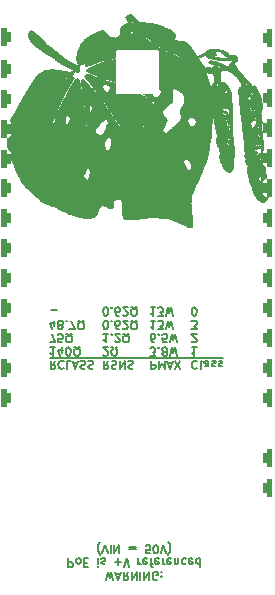
<source format=gbo>
G04 #@! TF.GenerationSoftware,KiCad,Pcbnew,8.0.2*
G04 #@! TF.CreationDate,2024-06-13T23:11:37+12:00*
G04 #@! TF.ProjectId,LAN-Module-PoE-Castellated,4c414e2d-4d6f-4647-956c-652d506f452d,rev?*
G04 #@! TF.SameCoordinates,Original*
G04 #@! TF.FileFunction,Legend,Bot*
G04 #@! TF.FilePolarity,Positive*
%FSLAX46Y46*%
G04 Gerber Fmt 4.6, Leading zero omitted, Abs format (unit mm)*
G04 Created by KiCad (PCBNEW 8.0.2) date 2024-06-13 23:11:37*
%MOMM*%
%LPD*%
G01*
G04 APERTURE LIST*
G04 Aperture macros list*
%AMRoundRect*
0 Rectangle with rounded corners*
0 $1 Rounding radius*
0 $2 $3 $4 $5 $6 $7 $8 $9 X,Y pos of 4 corners*
0 Add a 4 corners polygon primitive as box body*
4,1,4,$2,$3,$4,$5,$6,$7,$8,$9,$2,$3,0*
0 Add four circle primitives for the rounded corners*
1,1,$1+$1,$2,$3*
1,1,$1+$1,$4,$5*
1,1,$1+$1,$6,$7*
1,1,$1+$1,$8,$9*
0 Add four rect primitives between the rounded corners*
20,1,$1+$1,$2,$3,$4,$5,0*
20,1,$1+$1,$4,$5,$6,$7,0*
20,1,$1+$1,$6,$7,$8,$9,0*
20,1,$1+$1,$8,$9,$2,$3,0*%
G04 Aperture macros list end*
%ADD10C,0.160000*%
%ADD11C,0.150000*%
%ADD12RoundRect,0.400000X0.400000X0.400000X-0.400000X0.400000X-0.400000X-0.400000X0.400000X-0.400000X0*%
%ADD13R,1.295500X1.600000*%
%ADD14C,1.600000*%
%ADD15RoundRect,0.400000X-0.400000X-0.400000X0.400000X-0.400000X0.400000X0.400000X-0.400000X0.400000X0*%
%ADD16C,3.250000*%
%ADD17R,1.500000X1.500000*%
%ADD18C,1.500000*%
%ADD19C,2.200000*%
G04 APERTURE END LIST*
D10*
X49750889Y-45983902D02*
X49754389Y-45984141D01*
X49757755Y-45984517D01*
X49760981Y-45985028D01*
X49764066Y-45985671D01*
X49767004Y-45986443D01*
X49769793Y-45987341D01*
X49772429Y-45988362D01*
X49774909Y-45989503D01*
X49777228Y-45990762D01*
X49779384Y-45992136D01*
X49781373Y-45993620D01*
X49783190Y-45995214D01*
X49784833Y-45996913D01*
X49786298Y-45998715D01*
X49787581Y-46000618D01*
X49788679Y-46002617D01*
X49789588Y-46004710D01*
X49790304Y-46006895D01*
X49790825Y-46009167D01*
X49791146Y-46011526D01*
X49791264Y-46013967D01*
X49791175Y-46016487D01*
X49790875Y-46019084D01*
X49790362Y-46021756D01*
X49789631Y-46024498D01*
X49788678Y-46027308D01*
X49787502Y-46030183D01*
X49784698Y-46035960D01*
X49781475Y-46041642D01*
X49777871Y-46047199D01*
X49773923Y-46052597D01*
X49769670Y-46057804D01*
X49765149Y-46062788D01*
X49760398Y-46067516D01*
X49755455Y-46071956D01*
X49750359Y-46076076D01*
X49745146Y-46079843D01*
X49739855Y-46083225D01*
X49734524Y-46086191D01*
X49729191Y-46088706D01*
X49723893Y-46090740D01*
X49721269Y-46091566D01*
X49718669Y-46092259D01*
X49716096Y-46092816D01*
X49713556Y-46093232D01*
X49711039Y-46093506D01*
X49708536Y-46093642D01*
X49706050Y-46093643D01*
X49703585Y-46093512D01*
X49701144Y-46093252D01*
X49698731Y-46092865D01*
X49696349Y-46092354D01*
X49694003Y-46091723D01*
X49691695Y-46090974D01*
X49689429Y-46090110D01*
X49687209Y-46089134D01*
X49685039Y-46088050D01*
X49682922Y-46086859D01*
X49680861Y-46085564D01*
X49678861Y-46084170D01*
X49676924Y-46082678D01*
X49675055Y-46081092D01*
X49673256Y-46079414D01*
X49671533Y-46077647D01*
X49669887Y-46075794D01*
X49668323Y-46073859D01*
X49666845Y-46071843D01*
X49665455Y-46069751D01*
X49664158Y-46067584D01*
X49662958Y-46065346D01*
X49661856Y-46063039D01*
X49660859Y-46060667D01*
X49659967Y-46058232D01*
X49659187Y-46055738D01*
X49658520Y-46053187D01*
X49657972Y-46050582D01*
X49657544Y-46047926D01*
X49657286Y-46045247D01*
X49657241Y-46042573D01*
X49657405Y-46039909D01*
X49657772Y-46037258D01*
X49658338Y-46034624D01*
X49659098Y-46032012D01*
X49660048Y-46029426D01*
X49661182Y-46026869D01*
X49662497Y-46024346D01*
X49663986Y-46021860D01*
X49665646Y-46019416D01*
X49667472Y-46017018D01*
X49671601Y-46012375D01*
X49676337Y-46007963D01*
X49681640Y-46003815D01*
X49687474Y-45999963D01*
X49693800Y-45996439D01*
X49700581Y-45993276D01*
X49707778Y-45990506D01*
X49715353Y-45988161D01*
X49723269Y-45986274D01*
X49731488Y-45984877D01*
X49735610Y-45984384D01*
X49739614Y-45984042D01*
X49743498Y-45983850D01*
X49747258Y-45983805D01*
X49750889Y-45983902D01*
G36*
X49750889Y-45983902D02*
G01*
X49754389Y-45984141D01*
X49757755Y-45984517D01*
X49760981Y-45985028D01*
X49764066Y-45985671D01*
X49767004Y-45986443D01*
X49769793Y-45987341D01*
X49772429Y-45988362D01*
X49774909Y-45989503D01*
X49777228Y-45990762D01*
X49779384Y-45992136D01*
X49781373Y-45993620D01*
X49783190Y-45995214D01*
X49784833Y-45996913D01*
X49786298Y-45998715D01*
X49787581Y-46000618D01*
X49788679Y-46002617D01*
X49789588Y-46004710D01*
X49790304Y-46006895D01*
X49790825Y-46009167D01*
X49791146Y-46011526D01*
X49791264Y-46013967D01*
X49791175Y-46016487D01*
X49790875Y-46019084D01*
X49790362Y-46021756D01*
X49789631Y-46024498D01*
X49788678Y-46027308D01*
X49787502Y-46030183D01*
X49784698Y-46035960D01*
X49781475Y-46041642D01*
X49777871Y-46047199D01*
X49773923Y-46052597D01*
X49769670Y-46057804D01*
X49765149Y-46062788D01*
X49760398Y-46067516D01*
X49755455Y-46071956D01*
X49750359Y-46076076D01*
X49745146Y-46079843D01*
X49739855Y-46083225D01*
X49734524Y-46086191D01*
X49729191Y-46088706D01*
X49723893Y-46090740D01*
X49721269Y-46091566D01*
X49718669Y-46092259D01*
X49716096Y-46092816D01*
X49713556Y-46093232D01*
X49711039Y-46093506D01*
X49708536Y-46093642D01*
X49706050Y-46093643D01*
X49703585Y-46093512D01*
X49701144Y-46093252D01*
X49698731Y-46092865D01*
X49696349Y-46092354D01*
X49694003Y-46091723D01*
X49691695Y-46090974D01*
X49689429Y-46090110D01*
X49687209Y-46089134D01*
X49685039Y-46088050D01*
X49682922Y-46086859D01*
X49680861Y-46085564D01*
X49678861Y-46084170D01*
X49676924Y-46082678D01*
X49675055Y-46081092D01*
X49673256Y-46079414D01*
X49671533Y-46077647D01*
X49669887Y-46075794D01*
X49668323Y-46073859D01*
X49666845Y-46071843D01*
X49665455Y-46069751D01*
X49664158Y-46067584D01*
X49662958Y-46065346D01*
X49661856Y-46063039D01*
X49660859Y-46060667D01*
X49659967Y-46058232D01*
X49659187Y-46055738D01*
X49658520Y-46053187D01*
X49657972Y-46050582D01*
X49657544Y-46047926D01*
X49657286Y-46045247D01*
X49657241Y-46042573D01*
X49657405Y-46039909D01*
X49657772Y-46037258D01*
X49658338Y-46034624D01*
X49659098Y-46032012D01*
X49660048Y-46029426D01*
X49661182Y-46026869D01*
X49662497Y-46024346D01*
X49663986Y-46021860D01*
X49665646Y-46019416D01*
X49667472Y-46017018D01*
X49671601Y-46012375D01*
X49676337Y-46007963D01*
X49681640Y-46003815D01*
X49687474Y-45999963D01*
X49693800Y-45996439D01*
X49700581Y-45993276D01*
X49707778Y-45990506D01*
X49715353Y-45988161D01*
X49723269Y-45986274D01*
X49731488Y-45984877D01*
X49735610Y-45984384D01*
X49739614Y-45984042D01*
X49743498Y-45983850D01*
X49747258Y-45983805D01*
X49750889Y-45983902D01*
G37*
X49445659Y-44296662D02*
X49448685Y-44296972D01*
X49451768Y-44297499D01*
X49454910Y-44298244D01*
X49458110Y-44299205D01*
X49461367Y-44300383D01*
X49464683Y-44301778D01*
X49468057Y-44303390D01*
X49471488Y-44305219D01*
X49474978Y-44307265D01*
X49478525Y-44309527D01*
X49482131Y-44312007D01*
X49485794Y-44314703D01*
X49488784Y-44317091D01*
X49491660Y-44319620D01*
X49494421Y-44322282D01*
X49497063Y-44325072D01*
X49501987Y-44331003D01*
X49506416Y-44337356D01*
X49510336Y-44344075D01*
X49513731Y-44351101D01*
X49516587Y-44358379D01*
X49518888Y-44365851D01*
X49520618Y-44373460D01*
X49521763Y-44381150D01*
X49522307Y-44388863D01*
X49522235Y-44396542D01*
X49521532Y-44404131D01*
X49520183Y-44411573D01*
X49519261Y-44415220D01*
X49518172Y-44418810D01*
X49516914Y-44422334D01*
X49515485Y-44425785D01*
X49513619Y-44429814D01*
X49511695Y-44433626D01*
X49509713Y-44437222D01*
X49507673Y-44440600D01*
X49505575Y-44443761D01*
X49503419Y-44446705D01*
X49501206Y-44449432D01*
X49498934Y-44451942D01*
X49496604Y-44454235D01*
X49494216Y-44456312D01*
X49491770Y-44458171D01*
X49489266Y-44459813D01*
X49486705Y-44461238D01*
X49484085Y-44462446D01*
X49481407Y-44463438D01*
X49478672Y-44464212D01*
X49475878Y-44464769D01*
X49473026Y-44465110D01*
X49470116Y-44465233D01*
X49467149Y-44465140D01*
X49464123Y-44464829D01*
X49461040Y-44464302D01*
X49457898Y-44463558D01*
X49454698Y-44462596D01*
X49451441Y-44461418D01*
X49448125Y-44460023D01*
X49444752Y-44458411D01*
X49441320Y-44456582D01*
X49437831Y-44454537D01*
X49434283Y-44452274D01*
X49430678Y-44449794D01*
X49427014Y-44447098D01*
X49424024Y-44444710D01*
X49421148Y-44442182D01*
X49418388Y-44439519D01*
X49415745Y-44436730D01*
X49410822Y-44430799D01*
X49406392Y-44424445D01*
X49402472Y-44417727D01*
X49399077Y-44410701D01*
X49396221Y-44403423D01*
X49393920Y-44395951D01*
X49392190Y-44388341D01*
X49391045Y-44380652D01*
X49390501Y-44372939D01*
X49390572Y-44365259D01*
X49391275Y-44357670D01*
X49392623Y-44350229D01*
X49393545Y-44346582D01*
X49394634Y-44342992D01*
X49395892Y-44339468D01*
X49397321Y-44336017D01*
X49399187Y-44331988D01*
X49401111Y-44328175D01*
X49403093Y-44324580D01*
X49405133Y-44321202D01*
X49407231Y-44318041D01*
X49409387Y-44315097D01*
X49411601Y-44312370D01*
X49413873Y-44309859D01*
X49416203Y-44307566D01*
X49418591Y-44305490D01*
X49421037Y-44303631D01*
X49423540Y-44301989D01*
X49426102Y-44300563D01*
X49428722Y-44299355D01*
X49431400Y-44298364D01*
X49434136Y-44297589D01*
X49436930Y-44297032D01*
X49439782Y-44296692D01*
X49442691Y-44296568D01*
X49445659Y-44296662D01*
G36*
X49445659Y-44296662D02*
G01*
X49448685Y-44296972D01*
X49451768Y-44297499D01*
X49454910Y-44298244D01*
X49458110Y-44299205D01*
X49461367Y-44300383D01*
X49464683Y-44301778D01*
X49468057Y-44303390D01*
X49471488Y-44305219D01*
X49474978Y-44307265D01*
X49478525Y-44309527D01*
X49482131Y-44312007D01*
X49485794Y-44314703D01*
X49488784Y-44317091D01*
X49491660Y-44319620D01*
X49494421Y-44322282D01*
X49497063Y-44325072D01*
X49501987Y-44331003D01*
X49506416Y-44337356D01*
X49510336Y-44344075D01*
X49513731Y-44351101D01*
X49516587Y-44358379D01*
X49518888Y-44365851D01*
X49520618Y-44373460D01*
X49521763Y-44381150D01*
X49522307Y-44388863D01*
X49522235Y-44396542D01*
X49521532Y-44404131D01*
X49520183Y-44411573D01*
X49519261Y-44415220D01*
X49518172Y-44418810D01*
X49516914Y-44422334D01*
X49515485Y-44425785D01*
X49513619Y-44429814D01*
X49511695Y-44433626D01*
X49509713Y-44437222D01*
X49507673Y-44440600D01*
X49505575Y-44443761D01*
X49503419Y-44446705D01*
X49501206Y-44449432D01*
X49498934Y-44451942D01*
X49496604Y-44454235D01*
X49494216Y-44456312D01*
X49491770Y-44458171D01*
X49489266Y-44459813D01*
X49486705Y-44461238D01*
X49484085Y-44462446D01*
X49481407Y-44463438D01*
X49478672Y-44464212D01*
X49475878Y-44464769D01*
X49473026Y-44465110D01*
X49470116Y-44465233D01*
X49467149Y-44465140D01*
X49464123Y-44464829D01*
X49461040Y-44464302D01*
X49457898Y-44463558D01*
X49454698Y-44462596D01*
X49451441Y-44461418D01*
X49448125Y-44460023D01*
X49444752Y-44458411D01*
X49441320Y-44456582D01*
X49437831Y-44454537D01*
X49434283Y-44452274D01*
X49430678Y-44449794D01*
X49427014Y-44447098D01*
X49424024Y-44444710D01*
X49421148Y-44442182D01*
X49418388Y-44439519D01*
X49415745Y-44436730D01*
X49410822Y-44430799D01*
X49406392Y-44424445D01*
X49402472Y-44417727D01*
X49399077Y-44410701D01*
X49396221Y-44403423D01*
X49393920Y-44395951D01*
X49392190Y-44388341D01*
X49391045Y-44380652D01*
X49390501Y-44372939D01*
X49390572Y-44365259D01*
X49391275Y-44357670D01*
X49392623Y-44350229D01*
X49393545Y-44346582D01*
X49394634Y-44342992D01*
X49395892Y-44339468D01*
X49397321Y-44336017D01*
X49399187Y-44331988D01*
X49401111Y-44328175D01*
X49403093Y-44324580D01*
X49405133Y-44321202D01*
X49407231Y-44318041D01*
X49409387Y-44315097D01*
X49411601Y-44312370D01*
X49413873Y-44309859D01*
X49416203Y-44307566D01*
X49418591Y-44305490D01*
X49421037Y-44303631D01*
X49423540Y-44301989D01*
X49426102Y-44300563D01*
X49428722Y-44299355D01*
X49431400Y-44298364D01*
X49434136Y-44297589D01*
X49436930Y-44297032D01*
X49439782Y-44296692D01*
X49442691Y-44296568D01*
X49445659Y-44296662D01*
G37*
X52100727Y-44252785D02*
X52117635Y-44294210D01*
X52141245Y-44354332D01*
X52154101Y-44404718D01*
X52178207Y-44514346D01*
X52208500Y-44664111D01*
X52239917Y-44834908D01*
X52267396Y-45007632D01*
X52278076Y-45088747D01*
X52285873Y-45163179D01*
X52288288Y-45200048D01*
X52278219Y-45207157D01*
X52267988Y-45212171D01*
X52257645Y-45214960D01*
X52254333Y-45215555D01*
X52251083Y-45216286D01*
X52247898Y-45217148D01*
X52244782Y-45218136D01*
X52241738Y-45219247D01*
X52238770Y-45220475D01*
X52235883Y-45221819D01*
X52233078Y-45223271D01*
X52230361Y-45224830D01*
X52227735Y-45226490D01*
X52225203Y-45228248D01*
X52222769Y-45230098D01*
X52220437Y-45232038D01*
X52218211Y-45234062D01*
X52216094Y-45236167D01*
X52214090Y-45238349D01*
X52212202Y-45240602D01*
X52210434Y-45242924D01*
X52208791Y-45245310D01*
X52207274Y-45247755D01*
X52205889Y-45250256D01*
X52204639Y-45252807D01*
X52203528Y-45255407D01*
X52202559Y-45258048D01*
X52201735Y-45260729D01*
X52201061Y-45263444D01*
X52200541Y-45266190D01*
X52200177Y-45268962D01*
X52199974Y-45271756D01*
X52199935Y-45274567D01*
X52200064Y-45277392D01*
X52200365Y-45280227D01*
X52200674Y-45283016D01*
X52200830Y-45285702D01*
X52200835Y-45288285D01*
X52200693Y-45290762D01*
X52200407Y-45293132D01*
X52199979Y-45295392D01*
X52199414Y-45297541D01*
X52198715Y-45299576D01*
X52197884Y-45301497D01*
X52196926Y-45303300D01*
X52195843Y-45304984D01*
X52194638Y-45306548D01*
X52193314Y-45307989D01*
X52191876Y-45309306D01*
X52190326Y-45310497D01*
X52188667Y-45311559D01*
X52186903Y-45312491D01*
X52185037Y-45313290D01*
X52183072Y-45313956D01*
X52181011Y-45314487D01*
X52178857Y-45314879D01*
X52176615Y-45315132D01*
X52174286Y-45315244D01*
X52171875Y-45315213D01*
X52169383Y-45315036D01*
X52166816Y-45314712D01*
X52164176Y-45314239D01*
X52161465Y-45313616D01*
X52158688Y-45312840D01*
X52155848Y-45311909D01*
X52152947Y-45310822D01*
X52149989Y-45309576D01*
X52143832Y-45303980D01*
X52137364Y-45292744D01*
X52123665Y-45254763D01*
X52109224Y-45198447D01*
X52094372Y-45126615D01*
X52064767Y-44947664D01*
X52037504Y-44740441D01*
X52015239Y-44527478D01*
X52000629Y-44331305D01*
X51997024Y-44246556D01*
X51996328Y-44174455D01*
X51998874Y-44117816D01*
X52004993Y-44079457D01*
X52007357Y-44069122D01*
X52008650Y-44058691D01*
X52008827Y-44051509D01*
X52100727Y-44252785D01*
G36*
X52100727Y-44252785D02*
G01*
X52117635Y-44294210D01*
X52141245Y-44354332D01*
X52154101Y-44404718D01*
X52178207Y-44514346D01*
X52208500Y-44664111D01*
X52239917Y-44834908D01*
X52267396Y-45007632D01*
X52278076Y-45088747D01*
X52285873Y-45163179D01*
X52288288Y-45200048D01*
X52278219Y-45207157D01*
X52267988Y-45212171D01*
X52257645Y-45214960D01*
X52254333Y-45215555D01*
X52251083Y-45216286D01*
X52247898Y-45217148D01*
X52244782Y-45218136D01*
X52241738Y-45219247D01*
X52238770Y-45220475D01*
X52235883Y-45221819D01*
X52233078Y-45223271D01*
X52230361Y-45224830D01*
X52227735Y-45226490D01*
X52225203Y-45228248D01*
X52222769Y-45230098D01*
X52220437Y-45232038D01*
X52218211Y-45234062D01*
X52216094Y-45236167D01*
X52214090Y-45238349D01*
X52212202Y-45240602D01*
X52210434Y-45242924D01*
X52208791Y-45245310D01*
X52207274Y-45247755D01*
X52205889Y-45250256D01*
X52204639Y-45252807D01*
X52203528Y-45255407D01*
X52202559Y-45258048D01*
X52201735Y-45260729D01*
X52201061Y-45263444D01*
X52200541Y-45266190D01*
X52200177Y-45268962D01*
X52199974Y-45271756D01*
X52199935Y-45274567D01*
X52200064Y-45277392D01*
X52200365Y-45280227D01*
X52200674Y-45283016D01*
X52200830Y-45285702D01*
X52200835Y-45288285D01*
X52200693Y-45290762D01*
X52200407Y-45293132D01*
X52199979Y-45295392D01*
X52199414Y-45297541D01*
X52198715Y-45299576D01*
X52197884Y-45301497D01*
X52196926Y-45303300D01*
X52195843Y-45304984D01*
X52194638Y-45306548D01*
X52193314Y-45307989D01*
X52191876Y-45309306D01*
X52190326Y-45310497D01*
X52188667Y-45311559D01*
X52186903Y-45312491D01*
X52185037Y-45313290D01*
X52183072Y-45313956D01*
X52181011Y-45314487D01*
X52178857Y-45314879D01*
X52176615Y-45315132D01*
X52174286Y-45315244D01*
X52171875Y-45315213D01*
X52169383Y-45315036D01*
X52166816Y-45314712D01*
X52164176Y-45314239D01*
X52161465Y-45313616D01*
X52158688Y-45312840D01*
X52155848Y-45311909D01*
X52152947Y-45310822D01*
X52149989Y-45309576D01*
X52143832Y-45303980D01*
X52137364Y-45292744D01*
X52123665Y-45254763D01*
X52109224Y-45198447D01*
X52094372Y-45126615D01*
X52064767Y-44947664D01*
X52037504Y-44740441D01*
X52015239Y-44527478D01*
X52000629Y-44331305D01*
X51997024Y-44246556D01*
X51996328Y-44174455D01*
X51998874Y-44117816D01*
X52004993Y-44079457D01*
X52007357Y-44069122D01*
X52008650Y-44058691D01*
X52008827Y-44051509D01*
X52100727Y-44252785D01*
G37*
X51993049Y-47742953D02*
X51997149Y-47743333D01*
X52001199Y-47743914D01*
X52005196Y-47744692D01*
X52009131Y-47745661D01*
X52013000Y-47746818D01*
X52016797Y-47748157D01*
X52020515Y-47749674D01*
X52024148Y-47751364D01*
X52027691Y-47753224D01*
X52031138Y-47755248D01*
X52034481Y-47757432D01*
X52037717Y-47759771D01*
X52040838Y-47762261D01*
X52043838Y-47764897D01*
X52046712Y-47767674D01*
X52049453Y-47770589D01*
X52052056Y-47773636D01*
X52054514Y-47776812D01*
X52056822Y-47780110D01*
X52058974Y-47783528D01*
X52060962Y-47787059D01*
X52062783Y-47790701D01*
X52064429Y-47794447D01*
X52065894Y-47798295D01*
X52067173Y-47802238D01*
X52068260Y-47806273D01*
X52069148Y-47810395D01*
X52069832Y-47814599D01*
X52070642Y-47822934D01*
X52070746Y-47830728D01*
X52070179Y-47837979D01*
X52068978Y-47844690D01*
X52067178Y-47850859D01*
X52064815Y-47856488D01*
X52061925Y-47861575D01*
X52058543Y-47866123D01*
X52054706Y-47870130D01*
X52050449Y-47873596D01*
X52045807Y-47876523D01*
X52040818Y-47878911D01*
X52035516Y-47880759D01*
X52029937Y-47882068D01*
X52024117Y-47882838D01*
X52018091Y-47883069D01*
X52011897Y-47882762D01*
X52005569Y-47881917D01*
X51999143Y-47880533D01*
X51992655Y-47878612D01*
X51986140Y-47876153D01*
X51979635Y-47873157D01*
X51973176Y-47869624D01*
X51966797Y-47865553D01*
X51960535Y-47860946D01*
X51954426Y-47855803D01*
X51948506Y-47850123D01*
X51942809Y-47843907D01*
X51937373Y-47837156D01*
X51932232Y-47829868D01*
X51927423Y-47822046D01*
X51922981Y-47813688D01*
X51922981Y-47813689D01*
X51921602Y-47810655D01*
X51920454Y-47807629D01*
X51919533Y-47804617D01*
X51918836Y-47801624D01*
X51918359Y-47798654D01*
X51918098Y-47795711D01*
X51918052Y-47792800D01*
X51918215Y-47789925D01*
X51918585Y-47787091D01*
X51919159Y-47784303D01*
X51919932Y-47781564D01*
X51920902Y-47778880D01*
X51922064Y-47776254D01*
X51923417Y-47773692D01*
X51924955Y-47771198D01*
X51926676Y-47768776D01*
X51928577Y-47766431D01*
X51930654Y-47764167D01*
X51932903Y-47761989D01*
X51935321Y-47759901D01*
X51937905Y-47757909D01*
X51940651Y-47756015D01*
X51943556Y-47754225D01*
X51946616Y-47752544D01*
X51949829Y-47750975D01*
X51953190Y-47749524D01*
X51956696Y-47748194D01*
X51960344Y-47746991D01*
X51964131Y-47745919D01*
X51968052Y-47744982D01*
X51972105Y-47744184D01*
X51976286Y-47743531D01*
X51980520Y-47743063D01*
X51984729Y-47742813D01*
X51988907Y-47742778D01*
X51993049Y-47742953D01*
G36*
X51993049Y-47742953D02*
G01*
X51997149Y-47743333D01*
X52001199Y-47743914D01*
X52005196Y-47744692D01*
X52009131Y-47745661D01*
X52013000Y-47746818D01*
X52016797Y-47748157D01*
X52020515Y-47749674D01*
X52024148Y-47751364D01*
X52027691Y-47753224D01*
X52031138Y-47755248D01*
X52034481Y-47757432D01*
X52037717Y-47759771D01*
X52040838Y-47762261D01*
X52043838Y-47764897D01*
X52046712Y-47767674D01*
X52049453Y-47770589D01*
X52052056Y-47773636D01*
X52054514Y-47776812D01*
X52056822Y-47780110D01*
X52058974Y-47783528D01*
X52060962Y-47787059D01*
X52062783Y-47790701D01*
X52064429Y-47794447D01*
X52065894Y-47798295D01*
X52067173Y-47802238D01*
X52068260Y-47806273D01*
X52069148Y-47810395D01*
X52069832Y-47814599D01*
X52070642Y-47822934D01*
X52070746Y-47830728D01*
X52070179Y-47837979D01*
X52068978Y-47844690D01*
X52067178Y-47850859D01*
X52064815Y-47856488D01*
X52061925Y-47861575D01*
X52058543Y-47866123D01*
X52054706Y-47870130D01*
X52050449Y-47873596D01*
X52045807Y-47876523D01*
X52040818Y-47878911D01*
X52035516Y-47880759D01*
X52029937Y-47882068D01*
X52024117Y-47882838D01*
X52018091Y-47883069D01*
X52011897Y-47882762D01*
X52005569Y-47881917D01*
X51999143Y-47880533D01*
X51992655Y-47878612D01*
X51986140Y-47876153D01*
X51979635Y-47873157D01*
X51973176Y-47869624D01*
X51966797Y-47865553D01*
X51960535Y-47860946D01*
X51954426Y-47855803D01*
X51948506Y-47850123D01*
X51942809Y-47843907D01*
X51937373Y-47837156D01*
X51932232Y-47829868D01*
X51927423Y-47822046D01*
X51922981Y-47813688D01*
X51922981Y-47813689D01*
X51921602Y-47810655D01*
X51920454Y-47807629D01*
X51919533Y-47804617D01*
X51918836Y-47801624D01*
X51918359Y-47798654D01*
X51918098Y-47795711D01*
X51918052Y-47792800D01*
X51918215Y-47789925D01*
X51918585Y-47787091D01*
X51919159Y-47784303D01*
X51919932Y-47781564D01*
X51920902Y-47778880D01*
X51922064Y-47776254D01*
X51923417Y-47773692D01*
X51924955Y-47771198D01*
X51926676Y-47768776D01*
X51928577Y-47766431D01*
X51930654Y-47764167D01*
X51932903Y-47761989D01*
X51935321Y-47759901D01*
X51937905Y-47757909D01*
X51940651Y-47756015D01*
X51943556Y-47754225D01*
X51946616Y-47752544D01*
X51949829Y-47750975D01*
X51953190Y-47749524D01*
X51956696Y-47748194D01*
X51960344Y-47746991D01*
X51964131Y-47745919D01*
X51968052Y-47744982D01*
X51972105Y-47744184D01*
X51976286Y-47743531D01*
X51980520Y-47743063D01*
X51984729Y-47742813D01*
X51988907Y-47742778D01*
X51993049Y-47742953D01*
G37*
D11*
X49200000Y-65200000D02*
X34600000Y-65200000D01*
D10*
X51698837Y-43372583D02*
X51709947Y-43396916D01*
X51707355Y-43405444D01*
X51702793Y-43418259D01*
X51700188Y-43424526D01*
X51697321Y-43430638D01*
X51694162Y-43436549D01*
X51690676Y-43442212D01*
X51686831Y-43447582D01*
X51682594Y-43452611D01*
X51680187Y-43456615D01*
X51679341Y-43461678D01*
X51680008Y-43467850D01*
X51682141Y-43475180D01*
X51685691Y-43483719D01*
X51690609Y-43493517D01*
X51704361Y-43517089D01*
X51804493Y-43671760D01*
X51838882Y-43727527D01*
X51876243Y-43790937D01*
X51916190Y-43862389D01*
X51937013Y-43901257D01*
X51957664Y-43940987D01*
X51954394Y-43937521D01*
X51945212Y-43928714D01*
X51935490Y-43920252D01*
X51925267Y-43912168D01*
X51914580Y-43904492D01*
X51903467Y-43897257D01*
X51891967Y-43890494D01*
X51880117Y-43884234D01*
X51867956Y-43878509D01*
X51855521Y-43873350D01*
X51842851Y-43868789D01*
X51829983Y-43864858D01*
X51816956Y-43861588D01*
X51803807Y-43859010D01*
X51790575Y-43857156D01*
X51777298Y-43856059D01*
X51764013Y-43855748D01*
X51750759Y-43856256D01*
X51737573Y-43857614D01*
X51731692Y-43858311D01*
X51725940Y-43858778D01*
X51720319Y-43859017D01*
X51714831Y-43859029D01*
X51709479Y-43858815D01*
X51704265Y-43858379D01*
X51699190Y-43857720D01*
X51694258Y-43856841D01*
X51689469Y-43855743D01*
X51684827Y-43854428D01*
X51680333Y-43852897D01*
X51675989Y-43851152D01*
X51671799Y-43849194D01*
X51667762Y-43847025D01*
X51663883Y-43844647D01*
X51660163Y-43842061D01*
X51656603Y-43839269D01*
X51653207Y-43836272D01*
X51649977Y-43833072D01*
X51646913Y-43829671D01*
X51644020Y-43826069D01*
X51641298Y-43822269D01*
X51638750Y-43818273D01*
X51636378Y-43814081D01*
X51634184Y-43809695D01*
X51632170Y-43805117D01*
X51630339Y-43800349D01*
X51628692Y-43795392D01*
X51627232Y-43790247D01*
X51625961Y-43784916D01*
X51624880Y-43779401D01*
X51623993Y-43773704D01*
X51623196Y-43768631D01*
X51622185Y-43763482D01*
X51619544Y-43752996D01*
X51616121Y-43742323D01*
X51611968Y-43731543D01*
X51607136Y-43720731D01*
X51601676Y-43709967D01*
X51595640Y-43699328D01*
X51589079Y-43688891D01*
X51582044Y-43678735D01*
X51574587Y-43668938D01*
X51566760Y-43659576D01*
X51558612Y-43650728D01*
X51550197Y-43642472D01*
X51541564Y-43634886D01*
X51532766Y-43628047D01*
X51523854Y-43622032D01*
X51501160Y-43607245D01*
X51481909Y-43593144D01*
X51473593Y-43586293D01*
X51466160Y-43579544D01*
X51459618Y-43572873D01*
X51453974Y-43566257D01*
X51449237Y-43559673D01*
X51445413Y-43553098D01*
X51442510Y-43546508D01*
X51440535Y-43539880D01*
X51439497Y-43533190D01*
X51439402Y-43526416D01*
X51440259Y-43519534D01*
X51442074Y-43512520D01*
X51444856Y-43505352D01*
X51448612Y-43498006D01*
X51453349Y-43490459D01*
X51459076Y-43482687D01*
X51465799Y-43474667D01*
X51473526Y-43466376D01*
X51482265Y-43457791D01*
X51492023Y-43448888D01*
X51514627Y-43430036D01*
X51541399Y-43409632D01*
X51572399Y-43387492D01*
X51607687Y-43363428D01*
X51626594Y-43350404D01*
X51644508Y-43337343D01*
X51661423Y-43324271D01*
X51671796Y-43315757D01*
X51698837Y-43372583D01*
G36*
X51698837Y-43372583D02*
G01*
X51709947Y-43396916D01*
X51707355Y-43405444D01*
X51702793Y-43418259D01*
X51700188Y-43424526D01*
X51697321Y-43430638D01*
X51694162Y-43436549D01*
X51690676Y-43442212D01*
X51686831Y-43447582D01*
X51682594Y-43452611D01*
X51680187Y-43456615D01*
X51679341Y-43461678D01*
X51680008Y-43467850D01*
X51682141Y-43475180D01*
X51685691Y-43483719D01*
X51690609Y-43493517D01*
X51704361Y-43517089D01*
X51804493Y-43671760D01*
X51838882Y-43727527D01*
X51876243Y-43790937D01*
X51916190Y-43862389D01*
X51937013Y-43901257D01*
X51957664Y-43940987D01*
X51954394Y-43937521D01*
X51945212Y-43928714D01*
X51935490Y-43920252D01*
X51925267Y-43912168D01*
X51914580Y-43904492D01*
X51903467Y-43897257D01*
X51891967Y-43890494D01*
X51880117Y-43884234D01*
X51867956Y-43878509D01*
X51855521Y-43873350D01*
X51842851Y-43868789D01*
X51829983Y-43864858D01*
X51816956Y-43861588D01*
X51803807Y-43859010D01*
X51790575Y-43857156D01*
X51777298Y-43856059D01*
X51764013Y-43855748D01*
X51750759Y-43856256D01*
X51737573Y-43857614D01*
X51731692Y-43858311D01*
X51725940Y-43858778D01*
X51720319Y-43859017D01*
X51714831Y-43859029D01*
X51709479Y-43858815D01*
X51704265Y-43858379D01*
X51699190Y-43857720D01*
X51694258Y-43856841D01*
X51689469Y-43855743D01*
X51684827Y-43854428D01*
X51680333Y-43852897D01*
X51675989Y-43851152D01*
X51671799Y-43849194D01*
X51667762Y-43847025D01*
X51663883Y-43844647D01*
X51660163Y-43842061D01*
X51656603Y-43839269D01*
X51653207Y-43836272D01*
X51649977Y-43833072D01*
X51646913Y-43829671D01*
X51644020Y-43826069D01*
X51641298Y-43822269D01*
X51638750Y-43818273D01*
X51636378Y-43814081D01*
X51634184Y-43809695D01*
X51632170Y-43805117D01*
X51630339Y-43800349D01*
X51628692Y-43795392D01*
X51627232Y-43790247D01*
X51625961Y-43784916D01*
X51624880Y-43779401D01*
X51623993Y-43773704D01*
X51623196Y-43768631D01*
X51622185Y-43763482D01*
X51619544Y-43752996D01*
X51616121Y-43742323D01*
X51611968Y-43731543D01*
X51607136Y-43720731D01*
X51601676Y-43709967D01*
X51595640Y-43699328D01*
X51589079Y-43688891D01*
X51582044Y-43678735D01*
X51574587Y-43668938D01*
X51566760Y-43659576D01*
X51558612Y-43650728D01*
X51550197Y-43642472D01*
X51541564Y-43634886D01*
X51532766Y-43628047D01*
X51523854Y-43622032D01*
X51501160Y-43607245D01*
X51481909Y-43593144D01*
X51473593Y-43586293D01*
X51466160Y-43579544D01*
X51459618Y-43572873D01*
X51453974Y-43566257D01*
X51449237Y-43559673D01*
X51445413Y-43553098D01*
X51442510Y-43546508D01*
X51440535Y-43539880D01*
X51439497Y-43533190D01*
X51439402Y-43526416D01*
X51440259Y-43519534D01*
X51442074Y-43512520D01*
X51444856Y-43505352D01*
X51448612Y-43498006D01*
X51453349Y-43490459D01*
X51459076Y-43482687D01*
X51465799Y-43474667D01*
X51473526Y-43466376D01*
X51482265Y-43457791D01*
X51492023Y-43448888D01*
X51514627Y-43430036D01*
X51541399Y-43409632D01*
X51572399Y-43387492D01*
X51607687Y-43363428D01*
X51626594Y-43350404D01*
X51644508Y-43337343D01*
X51661423Y-43324271D01*
X51671796Y-43315757D01*
X51698837Y-43372583D01*
G37*
X51980119Y-43985526D02*
X52002304Y-44031027D01*
X52008649Y-44044485D01*
X52008909Y-44048195D01*
X52008827Y-44051509D01*
X51964948Y-43955408D01*
X51980119Y-43985526D01*
G36*
X51980119Y-43985526D02*
G01*
X52002304Y-44031027D01*
X52008649Y-44044485D01*
X52008909Y-44048195D01*
X52008827Y-44051509D01*
X51964948Y-43955408D01*
X51980119Y-43985526D01*
G37*
X51612324Y-45006658D02*
X51617613Y-45007205D01*
X51622916Y-45008228D01*
X51628212Y-45009715D01*
X51633481Y-45011654D01*
X51638702Y-45014032D01*
X51643855Y-45016839D01*
X51648921Y-45020061D01*
X51653878Y-45023688D01*
X51658707Y-45027706D01*
X51663387Y-45032105D01*
X51667898Y-45036872D01*
X51672220Y-45041995D01*
X51676332Y-45047462D01*
X51680214Y-45053262D01*
X51683846Y-45059382D01*
X51687208Y-45065810D01*
X51690279Y-45072535D01*
X51693040Y-45079544D01*
X51695469Y-45086825D01*
X51697547Y-45094367D01*
X51699253Y-45102158D01*
X51700568Y-45110185D01*
X51700990Y-45114039D01*
X51701205Y-45117872D01*
X51701218Y-45121677D01*
X51701031Y-45125451D01*
X51700651Y-45129186D01*
X51700080Y-45132879D01*
X51699325Y-45136522D01*
X51698387Y-45140112D01*
X51697273Y-45143641D01*
X51695987Y-45147106D01*
X51694532Y-45150500D01*
X51692913Y-45153818D01*
X51691135Y-45157054D01*
X51689202Y-45160203D01*
X51687118Y-45163259D01*
X51684887Y-45166218D01*
X51682514Y-45169073D01*
X51680004Y-45171819D01*
X51677360Y-45174450D01*
X51674587Y-45176961D01*
X51671689Y-45179347D01*
X51668671Y-45181602D01*
X51665537Y-45183720D01*
X51662290Y-45185697D01*
X51658937Y-45187526D01*
X51655480Y-45189202D01*
X51651925Y-45190720D01*
X51648276Y-45192074D01*
X51644536Y-45193258D01*
X51640711Y-45194268D01*
X51636804Y-45195098D01*
X51632820Y-45195741D01*
X51625583Y-45196407D01*
X51618562Y-45196418D01*
X51611766Y-45195801D01*
X51605209Y-45194585D01*
X51598901Y-45192797D01*
X51592854Y-45190466D01*
X51587079Y-45187618D01*
X51581588Y-45184282D01*
X51576392Y-45180486D01*
X51571502Y-45176257D01*
X51566930Y-45171623D01*
X51562688Y-45166612D01*
X51558787Y-45161251D01*
X51555237Y-45155569D01*
X51552052Y-45149593D01*
X51549242Y-45143352D01*
X51546818Y-45136871D01*
X51544792Y-45130181D01*
X51543175Y-45123308D01*
X51541980Y-45116280D01*
X51541217Y-45109125D01*
X51540897Y-45101871D01*
X51541033Y-45094545D01*
X51541635Y-45087175D01*
X51542715Y-45079790D01*
X51544285Y-45072417D01*
X51546355Y-45065083D01*
X51548938Y-45057816D01*
X51552044Y-45050645D01*
X51555686Y-45043597D01*
X51559875Y-45036700D01*
X51564621Y-45029981D01*
X51568663Y-45025113D01*
X51572920Y-45020841D01*
X51577374Y-45017152D01*
X51582002Y-45014034D01*
X51586786Y-45011476D01*
X51591705Y-45009465D01*
X51596738Y-45007990D01*
X51601866Y-45007038D01*
X51607068Y-45006598D01*
X51612324Y-45006658D01*
G36*
X51612324Y-45006658D02*
G01*
X51617613Y-45007205D01*
X51622916Y-45008228D01*
X51628212Y-45009715D01*
X51633481Y-45011654D01*
X51638702Y-45014032D01*
X51643855Y-45016839D01*
X51648921Y-45020061D01*
X51653878Y-45023688D01*
X51658707Y-45027706D01*
X51663387Y-45032105D01*
X51667898Y-45036872D01*
X51672220Y-45041995D01*
X51676332Y-45047462D01*
X51680214Y-45053262D01*
X51683846Y-45059382D01*
X51687208Y-45065810D01*
X51690279Y-45072535D01*
X51693040Y-45079544D01*
X51695469Y-45086825D01*
X51697547Y-45094367D01*
X51699253Y-45102158D01*
X51700568Y-45110185D01*
X51700990Y-45114039D01*
X51701205Y-45117872D01*
X51701218Y-45121677D01*
X51701031Y-45125451D01*
X51700651Y-45129186D01*
X51700080Y-45132879D01*
X51699325Y-45136522D01*
X51698387Y-45140112D01*
X51697273Y-45143641D01*
X51695987Y-45147106D01*
X51694532Y-45150500D01*
X51692913Y-45153818D01*
X51691135Y-45157054D01*
X51689202Y-45160203D01*
X51687118Y-45163259D01*
X51684887Y-45166218D01*
X51682514Y-45169073D01*
X51680004Y-45171819D01*
X51677360Y-45174450D01*
X51674587Y-45176961D01*
X51671689Y-45179347D01*
X51668671Y-45181602D01*
X51665537Y-45183720D01*
X51662290Y-45185697D01*
X51658937Y-45187526D01*
X51655480Y-45189202D01*
X51651925Y-45190720D01*
X51648276Y-45192074D01*
X51644536Y-45193258D01*
X51640711Y-45194268D01*
X51636804Y-45195098D01*
X51632820Y-45195741D01*
X51625583Y-45196407D01*
X51618562Y-45196418D01*
X51611766Y-45195801D01*
X51605209Y-45194585D01*
X51598901Y-45192797D01*
X51592854Y-45190466D01*
X51587079Y-45187618D01*
X51581588Y-45184282D01*
X51576392Y-45180486D01*
X51571502Y-45176257D01*
X51566930Y-45171623D01*
X51562688Y-45166612D01*
X51558787Y-45161251D01*
X51555237Y-45155569D01*
X51552052Y-45149593D01*
X51549242Y-45143352D01*
X51546818Y-45136871D01*
X51544792Y-45130181D01*
X51543175Y-45123308D01*
X51541980Y-45116280D01*
X51541217Y-45109125D01*
X51540897Y-45101871D01*
X51541033Y-45094545D01*
X51541635Y-45087175D01*
X51542715Y-45079790D01*
X51544285Y-45072417D01*
X51546355Y-45065083D01*
X51548938Y-45057816D01*
X51552044Y-45050645D01*
X51555686Y-45043597D01*
X51559875Y-45036700D01*
X51564621Y-45029981D01*
X51568663Y-45025113D01*
X51572920Y-45020841D01*
X51577374Y-45017152D01*
X51582002Y-45014034D01*
X51586786Y-45011476D01*
X51591705Y-45009465D01*
X51596738Y-45007990D01*
X51601866Y-45007038D01*
X51607068Y-45006598D01*
X51612324Y-45006658D01*
G37*
X48300000Y-40118069D02*
X48402650Y-40135719D01*
X48519044Y-40162582D01*
X48647056Y-40197843D01*
X48784555Y-40240686D01*
X48929414Y-40290295D01*
X49079505Y-40345855D01*
X49232700Y-40406549D01*
X49386869Y-40471562D01*
X49539886Y-40540078D01*
X49689621Y-40611282D01*
X49833946Y-40684357D01*
X49970734Y-40758487D01*
X50097855Y-40832858D01*
X50213182Y-40906653D01*
X50252144Y-40931873D01*
X50283683Y-40950203D01*
X50308067Y-40962065D01*
X50317658Y-40965702D01*
X50325561Y-40967880D01*
X50331807Y-40968652D01*
X50336431Y-40968069D01*
X50339465Y-40966186D01*
X50340943Y-40963055D01*
X50340899Y-40958728D01*
X50339365Y-40953257D01*
X50336374Y-40946697D01*
X50331961Y-40939099D01*
X50318997Y-40921001D01*
X50300741Y-40899384D01*
X50277457Y-40874671D01*
X50249413Y-40847283D01*
X50216874Y-40817640D01*
X50180106Y-40786166D01*
X50139375Y-40753280D01*
X50094948Y-40719405D01*
X50073861Y-40703420D01*
X50053582Y-40687329D01*
X50034121Y-40671154D01*
X50015489Y-40654921D01*
X49997699Y-40638651D01*
X49980761Y-40622368D01*
X49964687Y-40606096D01*
X49949489Y-40589858D01*
X49935177Y-40573678D01*
X49921763Y-40557578D01*
X49909259Y-40541583D01*
X49897676Y-40525716D01*
X49889407Y-40513516D01*
X50013878Y-40513516D01*
X50016122Y-40520802D01*
X50021031Y-40529915D01*
X50028465Y-40540721D01*
X50038280Y-40553086D01*
X50050336Y-40566875D01*
X50064490Y-40581957D01*
X50080601Y-40598196D01*
X50098527Y-40615458D01*
X50139259Y-40652520D01*
X50185550Y-40692073D01*
X50189747Y-40695463D01*
X50584532Y-41103893D01*
X50498397Y-40943283D01*
X50490424Y-40936133D01*
X50424961Y-40880347D01*
X50358183Y-40826355D01*
X50290279Y-40774369D01*
X50236268Y-40733046D01*
X50189747Y-40695463D01*
X50013878Y-40513516D01*
X49889407Y-40513516D01*
X49887025Y-40510001D01*
X49877317Y-40494460D01*
X49868565Y-40479117D01*
X49860780Y-40463996D01*
X49853972Y-40449120D01*
X49848154Y-40434512D01*
X49843336Y-40420196D01*
X49839531Y-40406196D01*
X49836749Y-40392534D01*
X49835002Y-40379234D01*
X49834301Y-40366320D01*
X49834658Y-40353815D01*
X49836084Y-40341743D01*
X49838591Y-40330127D01*
X49842189Y-40318990D01*
X49846891Y-40308355D01*
X49852707Y-40298247D01*
X49859650Y-40288689D01*
X49867730Y-40279703D01*
X49876959Y-40271314D01*
X49883176Y-40266921D01*
X49891532Y-40262174D01*
X49901887Y-40257118D01*
X49914098Y-40251800D01*
X49943521Y-40240552D01*
X49978667Y-40228789D01*
X50018400Y-40216870D01*
X50061584Y-40205154D01*
X50091728Y-40197764D01*
X50171929Y-40334540D01*
X50498397Y-40943283D01*
X50554382Y-40993497D01*
X50616646Y-41052227D01*
X50677024Y-41112107D01*
X50735328Y-41172925D01*
X50791368Y-41234466D01*
X50844955Y-41296517D01*
X50895897Y-41358862D01*
X50944006Y-41421289D01*
X50989092Y-41483584D01*
X51030965Y-41545532D01*
X51067008Y-41603045D01*
X50584532Y-41103893D01*
X50673446Y-41269686D01*
X51140114Y-42204330D01*
X51134251Y-42208596D01*
X51124030Y-42216806D01*
X51114614Y-42225197D01*
X51106006Y-42233757D01*
X51098212Y-42242473D01*
X51091238Y-42251333D01*
X51085090Y-42260326D01*
X51079771Y-42269439D01*
X51075288Y-42278660D01*
X51071646Y-42287976D01*
X51068850Y-42297376D01*
X51066906Y-42306847D01*
X51065819Y-42316377D01*
X51065594Y-42325954D01*
X51066237Y-42335566D01*
X51067753Y-42345201D01*
X51070147Y-42354846D01*
X51073425Y-42364489D01*
X51077591Y-42374118D01*
X51082652Y-42383722D01*
X51088613Y-42393287D01*
X51095479Y-42402801D01*
X51103255Y-42412253D01*
X51111947Y-42421630D01*
X51121559Y-42430920D01*
X51128811Y-42438005D01*
X51135594Y-42445491D01*
X51141883Y-42453314D01*
X51147654Y-42461410D01*
X51152884Y-42469713D01*
X51157549Y-42478161D01*
X51161626Y-42486688D01*
X51165090Y-42495230D01*
X51167919Y-42503723D01*
X51170087Y-42512104D01*
X51171572Y-42520306D01*
X51172349Y-42528267D01*
X51172465Y-42532137D01*
X51172395Y-42535922D01*
X51172137Y-42539615D01*
X51171686Y-42543207D01*
X51171041Y-42546690D01*
X51170199Y-42550056D01*
X51169156Y-42553298D01*
X51167909Y-42556407D01*
X51166751Y-42559471D01*
X51165969Y-42562579D01*
X51165558Y-42565727D01*
X51165509Y-42568909D01*
X51165815Y-42572118D01*
X51166469Y-42575348D01*
X51167464Y-42578595D01*
X51168793Y-42581851D01*
X51170447Y-42585112D01*
X51172421Y-42588371D01*
X51177295Y-42594860D01*
X51183357Y-42601272D01*
X51190548Y-42607560D01*
X51198810Y-42613677D01*
X51208085Y-42619576D01*
X51218314Y-42625211D01*
X51229439Y-42630534D01*
X51241402Y-42635499D01*
X51254143Y-42640059D01*
X51267606Y-42644167D01*
X51281731Y-42647775D01*
X51297714Y-42652073D01*
X51312941Y-42657353D01*
X51327401Y-42663561D01*
X51341082Y-42670645D01*
X51353972Y-42678552D01*
X51366061Y-42687228D01*
X51377080Y-42696408D01*
X51444584Y-42838269D01*
X51444914Y-42845873D01*
X51444551Y-42859745D01*
X51443211Y-42873589D01*
X51440883Y-42887353D01*
X51437556Y-42900983D01*
X51433217Y-42914427D01*
X51427854Y-42927631D01*
X51421458Y-42940541D01*
X51414015Y-42953106D01*
X51405514Y-42965272D01*
X51395944Y-42976986D01*
X51385293Y-42988194D01*
X51373549Y-42998843D01*
X51360701Y-43008881D01*
X51348514Y-43018403D01*
X51337410Y-43028544D01*
X51327377Y-43039345D01*
X51318402Y-43050848D01*
X51310474Y-43063095D01*
X51303580Y-43076127D01*
X51297710Y-43089987D01*
X51292850Y-43104716D01*
X51288989Y-43120355D01*
X51286115Y-43136946D01*
X51284216Y-43154532D01*
X51283280Y-43173153D01*
X51283294Y-43192851D01*
X51284248Y-43213668D01*
X51286128Y-43235646D01*
X51288924Y-43258826D01*
X51292396Y-43285957D01*
X51294973Y-43310388D01*
X51296582Y-43332270D01*
X51297002Y-43342304D01*
X51297152Y-43351758D01*
X51297024Y-43360652D01*
X51296609Y-43369006D01*
X51295897Y-43376837D01*
X51294881Y-43384166D01*
X51293550Y-43391011D01*
X51291896Y-43397392D01*
X51289910Y-43403329D01*
X51287582Y-43408839D01*
X51284904Y-43413943D01*
X51281867Y-43418659D01*
X51278460Y-43423007D01*
X51274677Y-43427006D01*
X51270506Y-43430676D01*
X51265941Y-43434035D01*
X51260970Y-43437102D01*
X51255586Y-43439897D01*
X51249778Y-43442439D01*
X51243540Y-43444747D01*
X51236860Y-43446841D01*
X51229730Y-43448739D01*
X51222142Y-43450461D01*
X51214085Y-43452025D01*
X51196532Y-43454761D01*
X51189720Y-43455505D01*
X51182791Y-43455912D01*
X51168611Y-43455731D01*
X51154044Y-43454246D01*
X51139147Y-43451485D01*
X51123972Y-43447478D01*
X51108575Y-43442250D01*
X51093010Y-43435832D01*
X51077331Y-43428252D01*
X51061593Y-43419536D01*
X51045849Y-43409715D01*
X51030155Y-43398815D01*
X51014565Y-43386865D01*
X50999133Y-43373894D01*
X50983913Y-43359929D01*
X50968960Y-43344999D01*
X50954329Y-43329131D01*
X50927084Y-43299095D01*
X50902006Y-43273004D01*
X50890274Y-43261438D01*
X50879077Y-43250858D01*
X50868413Y-43241264D01*
X50858278Y-43232656D01*
X50848671Y-43225035D01*
X50839590Y-43218398D01*
X50831031Y-43212748D01*
X50822994Y-43208083D01*
X50815474Y-43204404D01*
X50808471Y-43201710D01*
X50801981Y-43200001D01*
X50796003Y-43199278D01*
X50790533Y-43199540D01*
X50785570Y-43200786D01*
X50781112Y-43203018D01*
X50777155Y-43206234D01*
X50773698Y-43210436D01*
X50770738Y-43215622D01*
X50768273Y-43221792D01*
X50766300Y-43228947D01*
X50764818Y-43237086D01*
X50763823Y-43246210D01*
X50763314Y-43256317D01*
X50763288Y-43267409D01*
X50763742Y-43279485D01*
X50764675Y-43292544D01*
X50766084Y-43306588D01*
X50767967Y-43321615D01*
X50770354Y-43336533D01*
X50773372Y-43350947D01*
X50777017Y-43364856D01*
X50781288Y-43378260D01*
X50786182Y-43391156D01*
X50791697Y-43403544D01*
X50797831Y-43415421D01*
X50804581Y-43426787D01*
X50811945Y-43437640D01*
X50819921Y-43447978D01*
X50828506Y-43457802D01*
X50837698Y-43467108D01*
X50847495Y-43475896D01*
X50857895Y-43484165D01*
X50868894Y-43491912D01*
X50880492Y-43499138D01*
X50892684Y-43505839D01*
X50905470Y-43512016D01*
X50932812Y-43522788D01*
X50962500Y-43531445D01*
X50994513Y-43537974D01*
X51028834Y-43542364D01*
X51065445Y-43544606D01*
X51104326Y-43544689D01*
X51145459Y-43542600D01*
X51166904Y-43541478D01*
X51188236Y-43541335D01*
X51209405Y-43542156D01*
X51230362Y-43543925D01*
X51251055Y-43546628D01*
X51271435Y-43550249D01*
X51291451Y-43554773D01*
X51311054Y-43560185D01*
X51330192Y-43566470D01*
X51348816Y-43573612D01*
X51366876Y-43581597D01*
X51384321Y-43590408D01*
X51401101Y-43600032D01*
X51417166Y-43610453D01*
X51432466Y-43621655D01*
X51446950Y-43633624D01*
X51472985Y-43656751D01*
X51495669Y-43677650D01*
X51515044Y-43696643D01*
X51523506Y-43705526D01*
X51531157Y-43714053D01*
X51538004Y-43722264D01*
X51544053Y-43730201D01*
X51549308Y-43737903D01*
X51553775Y-43745411D01*
X51557461Y-43752765D01*
X51560370Y-43760005D01*
X51562508Y-43767171D01*
X51563882Y-43774305D01*
X51564496Y-43781446D01*
X51564355Y-43788635D01*
X51563467Y-43795911D01*
X51561836Y-43803316D01*
X51559468Y-43810890D01*
X51556368Y-43818672D01*
X51552543Y-43826703D01*
X51547997Y-43835024D01*
X51542737Y-43843675D01*
X51536768Y-43852696D01*
X51522725Y-43872010D01*
X51505914Y-43893288D01*
X51486379Y-43916853D01*
X51473938Y-43932088D01*
X51463026Y-43946469D01*
X51453633Y-43960101D01*
X51449501Y-43966668D01*
X51445745Y-43973088D01*
X51442363Y-43979373D01*
X51439353Y-43985536D01*
X51436713Y-43991591D01*
X51434443Y-43997549D01*
X51432541Y-44003426D01*
X51431006Y-44009232D01*
X51429835Y-44014983D01*
X51429029Y-44020690D01*
X51428584Y-44026366D01*
X51428500Y-44032026D01*
X51428776Y-44037681D01*
X51429409Y-44043346D01*
X51430399Y-44049032D01*
X51431744Y-44054754D01*
X51433442Y-44060524D01*
X51435492Y-44066355D01*
X51437893Y-44072260D01*
X51440644Y-44078253D01*
X51443742Y-44084347D01*
X51447187Y-44090554D01*
X51455109Y-44103362D01*
X51464400Y-44116781D01*
X51472976Y-44129142D01*
X51480519Y-44141155D01*
X51487031Y-44152859D01*
X51492516Y-44164293D01*
X51496978Y-44175496D01*
X51498826Y-44181023D01*
X51500419Y-44186507D01*
X51501759Y-44191952D01*
X51502844Y-44197365D01*
X51503676Y-44202749D01*
X51504254Y-44208109D01*
X51504580Y-44213451D01*
X51504654Y-44218780D01*
X51504476Y-44224099D01*
X51504047Y-44229415D01*
X51503367Y-44234731D01*
X51502436Y-44240054D01*
X51501255Y-44245387D01*
X51499824Y-44250736D01*
X51498144Y-44256105D01*
X51496215Y-44261500D01*
X51491611Y-44272386D01*
X51486017Y-44283432D01*
X51479436Y-44294678D01*
X51472604Y-44306136D01*
X51466714Y-44317041D01*
X51461752Y-44327386D01*
X51457702Y-44337166D01*
X51454551Y-44346376D01*
X51452284Y-44355011D01*
X51450886Y-44363064D01*
X51450342Y-44370531D01*
X51450639Y-44377406D01*
X51451761Y-44383684D01*
X51453694Y-44389359D01*
X51456423Y-44394427D01*
X51459934Y-44398881D01*
X51464212Y-44402716D01*
X51469242Y-44405927D01*
X51475010Y-44408508D01*
X51481502Y-44410455D01*
X51488702Y-44411761D01*
X51496597Y-44412422D01*
X51505171Y-44412431D01*
X51514410Y-44411784D01*
X51524299Y-44410475D01*
X51534824Y-44408499D01*
X51545971Y-44405850D01*
X51570069Y-44398513D01*
X51596477Y-44388421D01*
X51625078Y-44375530D01*
X51655756Y-44359798D01*
X51680038Y-44346817D01*
X51701755Y-44335699D01*
X51721149Y-44326493D01*
X51730049Y-44322622D01*
X51738458Y-44319246D01*
X51746408Y-44316372D01*
X51753926Y-44314005D01*
X51761044Y-44312152D01*
X51767792Y-44310818D01*
X51774200Y-44310010D01*
X51780298Y-44309733D01*
X51786116Y-44309994D01*
X51791683Y-44310797D01*
X51797032Y-44312150D01*
X51802190Y-44314058D01*
X51807189Y-44316527D01*
X51812059Y-44319563D01*
X51816830Y-44323172D01*
X51821531Y-44327360D01*
X51826193Y-44332133D01*
X51830846Y-44337497D01*
X51835521Y-44343458D01*
X51840246Y-44350021D01*
X51845053Y-44357193D01*
X51849972Y-44364979D01*
X51860263Y-44382420D01*
X51871362Y-44402390D01*
X51889526Y-44436736D01*
X51905078Y-44468517D01*
X51911867Y-44483521D01*
X51917994Y-44497974D01*
X51923458Y-44511906D01*
X51928253Y-44525347D01*
X51932379Y-44538328D01*
X51935832Y-44550878D01*
X51938608Y-44563027D01*
X51940707Y-44574807D01*
X51942123Y-44586245D01*
X51942856Y-44597374D01*
X51942901Y-44608223D01*
X51942256Y-44618822D01*
X51940918Y-44629201D01*
X51938884Y-44639390D01*
X51936152Y-44649419D01*
X51932718Y-44659319D01*
X51928580Y-44669120D01*
X51923735Y-44678851D01*
X51918180Y-44688543D01*
X51911912Y-44698225D01*
X51904929Y-44707929D01*
X51897227Y-44717683D01*
X51888804Y-44727519D01*
X51879656Y-44737466D01*
X51869781Y-44747554D01*
X51859177Y-44757814D01*
X51835767Y-44778967D01*
X51713046Y-44885680D01*
X51846515Y-44960432D01*
X51859939Y-44968274D01*
X51872649Y-44976340D01*
X51884594Y-44984570D01*
X51895721Y-44992904D01*
X51905981Y-45001280D01*
X51915320Y-45009637D01*
X51919629Y-45013790D01*
X51923688Y-45017915D01*
X51927492Y-45022006D01*
X51931034Y-45026054D01*
X51934307Y-45030052D01*
X51937306Y-45033992D01*
X51940022Y-45037867D01*
X51942452Y-45041669D01*
X51944587Y-45045390D01*
X51946421Y-45049024D01*
X51947948Y-45052562D01*
X51949162Y-45055996D01*
X51950056Y-45059320D01*
X51950623Y-45062525D01*
X51950858Y-45065604D01*
X51950753Y-45068550D01*
X51950303Y-45071354D01*
X51949501Y-45074010D01*
X51948340Y-45076509D01*
X51946814Y-45078845D01*
X51941752Y-45083845D01*
X51935418Y-45087321D01*
X51927907Y-45089346D01*
X51919314Y-45089989D01*
X51909733Y-45089323D01*
X51899259Y-45087417D01*
X51887986Y-45084343D01*
X51876009Y-45080172D01*
X51863422Y-45074976D01*
X51850321Y-45068824D01*
X51822951Y-45053941D01*
X51794657Y-45036091D01*
X51766194Y-45015843D01*
X51738319Y-44993765D01*
X51711789Y-44970425D01*
X51687360Y-44946393D01*
X51665788Y-44922235D01*
X51656311Y-44910288D01*
X51647831Y-44898522D01*
X51640444Y-44887010D01*
X51634245Y-44875821D01*
X51629327Y-44865028D01*
X51625785Y-44854701D01*
X51623715Y-44844911D01*
X51623210Y-44835729D01*
X51623279Y-44831707D01*
X51623204Y-44827707D01*
X51622991Y-44823735D01*
X51622641Y-44819795D01*
X51622159Y-44815894D01*
X51621547Y-44812038D01*
X51620810Y-44808232D01*
X51619949Y-44804482D01*
X51618970Y-44800795D01*
X51617874Y-44797174D01*
X51616666Y-44793627D01*
X51615348Y-44790159D01*
X51613924Y-44786776D01*
X51612398Y-44783483D01*
X51610772Y-44780286D01*
X51609051Y-44777192D01*
X51607237Y-44774205D01*
X51605333Y-44771331D01*
X51603343Y-44768577D01*
X51601271Y-44765947D01*
X51599119Y-44763449D01*
X51596892Y-44761086D01*
X51594591Y-44758866D01*
X51592222Y-44756793D01*
X51589786Y-44754874D01*
X51587288Y-44753115D01*
X51584731Y-44751520D01*
X51582117Y-44750096D01*
X51579451Y-44748849D01*
X51576736Y-44747784D01*
X51573974Y-44746907D01*
X51571170Y-44746224D01*
X51563314Y-44745574D01*
X51555544Y-44746835D01*
X51547878Y-44749914D01*
X51540339Y-44754722D01*
X51532947Y-44761169D01*
X51525721Y-44769163D01*
X51511853Y-44789434D01*
X51498897Y-44814809D01*
X51487017Y-44844566D01*
X51476377Y-44877981D01*
X51467139Y-44914330D01*
X51459468Y-44952888D01*
X51453527Y-44992933D01*
X51449479Y-45033740D01*
X51447487Y-45074585D01*
X51447715Y-45114745D01*
X51450327Y-45153495D01*
X51455485Y-45190112D01*
X51463353Y-45223872D01*
X51467639Y-45239578D01*
X51471400Y-45255176D01*
X51474636Y-45270571D01*
X51477343Y-45285668D01*
X51479520Y-45300373D01*
X51481163Y-45314591D01*
X51482272Y-45328226D01*
X51482843Y-45341183D01*
X51482874Y-45353368D01*
X51482363Y-45364686D01*
X51481307Y-45375042D01*
X51479705Y-45384341D01*
X51478699Y-45388564D01*
X51477554Y-45392487D01*
X51476272Y-45396099D01*
X51474852Y-45399387D01*
X51473294Y-45402339D01*
X51471597Y-45404944D01*
X51469761Y-45407190D01*
X51467786Y-45409065D01*
X51461365Y-45414682D01*
X51455617Y-45420375D01*
X51450528Y-45426121D01*
X51446084Y-45431899D01*
X51442274Y-45437686D01*
X51439084Y-45443460D01*
X51436501Y-45449200D01*
X51434511Y-45454881D01*
X51433102Y-45460484D01*
X51432261Y-45465985D01*
X51431975Y-45471362D01*
X51432230Y-45476594D01*
X51433014Y-45481657D01*
X51434314Y-45486530D01*
X51436116Y-45491190D01*
X51438407Y-45495616D01*
X51441175Y-45499786D01*
X51444406Y-45503676D01*
X51448088Y-45507265D01*
X51452207Y-45510531D01*
X51456750Y-45513452D01*
X51461704Y-45516005D01*
X51467056Y-45518168D01*
X51472793Y-45519919D01*
X51478903Y-45521237D01*
X51485371Y-45522097D01*
X51492185Y-45522480D01*
X51499332Y-45522362D01*
X51506799Y-45521721D01*
X51514572Y-45520536D01*
X51522640Y-45518783D01*
X51530988Y-45516441D01*
X51544199Y-45512747D01*
X51556135Y-45510395D01*
X51566867Y-45509510D01*
X51571804Y-45509657D01*
X51576467Y-45510217D01*
X51580865Y-45511207D01*
X51585007Y-45512641D01*
X51588901Y-45514537D01*
X51592558Y-45516908D01*
X51595986Y-45519772D01*
X51599193Y-45523143D01*
X51602189Y-45527038D01*
X51604982Y-45531472D01*
X51607583Y-45536460D01*
X51609999Y-45542018D01*
X51614313Y-45554909D01*
X51617998Y-45570269D01*
X51621125Y-45588223D01*
X51623765Y-45608897D01*
X51625991Y-45632416D01*
X51627873Y-45658905D01*
X51629485Y-45688490D01*
X51630717Y-45708740D01*
X51632432Y-45728410D01*
X51634624Y-45747494D01*
X51637287Y-45765982D01*
X51640415Y-45783868D01*
X51644001Y-45801142D01*
X51648040Y-45817798D01*
X51652524Y-45833826D01*
X51657449Y-45849219D01*
X51662807Y-45863969D01*
X51668593Y-45878068D01*
X51674799Y-45891508D01*
X51681421Y-45904280D01*
X51688452Y-45916378D01*
X51695885Y-45927792D01*
X51703715Y-45938515D01*
X51711935Y-45948538D01*
X51720539Y-45957855D01*
X51729521Y-45966456D01*
X51738874Y-45974334D01*
X51748593Y-45981480D01*
X51758671Y-45987887D01*
X51769102Y-45993547D01*
X51779880Y-45998451D01*
X51790999Y-46002592D01*
X51802452Y-46005962D01*
X51814233Y-46008552D01*
X51826336Y-46010354D01*
X51838755Y-46011362D01*
X51851483Y-46011565D01*
X51864515Y-46010957D01*
X51877844Y-46009530D01*
X51889908Y-46008230D01*
X51900933Y-46007783D01*
X51906063Y-46007887D01*
X51910941Y-46008213D01*
X51915570Y-46008765D01*
X51919952Y-46009545D01*
X51924089Y-46010556D01*
X51927985Y-46011802D01*
X51931641Y-46013285D01*
X51935061Y-46015008D01*
X51938246Y-46016975D01*
X51941199Y-46019188D01*
X51943923Y-46021650D01*
X51946421Y-46024364D01*
X51948694Y-46027334D01*
X51950745Y-46030562D01*
X51952577Y-46034051D01*
X51954193Y-46037804D01*
X51955594Y-46041825D01*
X51956783Y-46046116D01*
X51957764Y-46050680D01*
X51958537Y-46055520D01*
X51959107Y-46060640D01*
X51959474Y-46066042D01*
X51959615Y-46077704D01*
X51958979Y-46090531D01*
X51957587Y-46104546D01*
X51956790Y-46110116D01*
X51955752Y-46115646D01*
X51954479Y-46121128D01*
X51952980Y-46126555D01*
X51951260Y-46131919D01*
X51949326Y-46137214D01*
X51947186Y-46142430D01*
X51944846Y-46147562D01*
X51942313Y-46152601D01*
X51939594Y-46157539D01*
X51933626Y-46167086D01*
X51926997Y-46176141D01*
X51919762Y-46184645D01*
X51911976Y-46192537D01*
X51907894Y-46196234D01*
X51903695Y-46199757D01*
X51899385Y-46203096D01*
X51894973Y-46206245D01*
X51890464Y-46209195D01*
X51885866Y-46211940D01*
X51881185Y-46214472D01*
X51876429Y-46216783D01*
X51871604Y-46218866D01*
X51866717Y-46220713D01*
X51861775Y-46222317D01*
X51856785Y-46223671D01*
X51851754Y-46224765D01*
X51846689Y-46225594D01*
X51841684Y-46226377D01*
X51836769Y-46227345D01*
X51831949Y-46228490D01*
X51827231Y-46229808D01*
X51822619Y-46231294D01*
X51818120Y-46232940D01*
X51813739Y-46234743D01*
X51809481Y-46236695D01*
X51805353Y-46238792D01*
X51801360Y-46241028D01*
X51797508Y-46243397D01*
X51793801Y-46245893D01*
X51790246Y-46248511D01*
X51786849Y-46251245D01*
X51783615Y-46254090D01*
X51780549Y-46257039D01*
X51777657Y-46260088D01*
X51774946Y-46263230D01*
X51772420Y-46266460D01*
X51770085Y-46269772D01*
X51767946Y-46273161D01*
X51766010Y-46276621D01*
X51764282Y-46280145D01*
X51762768Y-46283730D01*
X51761472Y-46287368D01*
X51760402Y-46291054D01*
X51759561Y-46294783D01*
X51758957Y-46298549D01*
X51758595Y-46302347D01*
X51758480Y-46306170D01*
X51758617Y-46310012D01*
X51759013Y-46313870D01*
X51760604Y-46323343D01*
X51762722Y-46332436D01*
X51765339Y-46341139D01*
X51768430Y-46349442D01*
X51771968Y-46357336D01*
X51775926Y-46364812D01*
X51780278Y-46371858D01*
X51784998Y-46378466D01*
X51790059Y-46384626D01*
X51795435Y-46390327D01*
X51801098Y-46395562D01*
X51807023Y-46400318D01*
X51813183Y-46404588D01*
X51819552Y-46408360D01*
X51826103Y-46411627D01*
X51832810Y-46414376D01*
X51839645Y-46416600D01*
X51846583Y-46418288D01*
X51853597Y-46419430D01*
X51860661Y-46420018D01*
X51867748Y-46420040D01*
X51874832Y-46419487D01*
X51881886Y-46418351D01*
X51888883Y-46416620D01*
X51895798Y-46414285D01*
X51902603Y-46411336D01*
X51909273Y-46407764D01*
X51915780Y-46403560D01*
X51922099Y-46398712D01*
X51928202Y-46393212D01*
X51934063Y-46387049D01*
X51939656Y-46380215D01*
X51946886Y-46371631D01*
X51954673Y-46364125D01*
X51962969Y-46357672D01*
X51971727Y-46352247D01*
X51980898Y-46347826D01*
X51990434Y-46344385D01*
X52000290Y-46341899D01*
X52010415Y-46340343D01*
X52020764Y-46339694D01*
X52031287Y-46339928D01*
X52041939Y-46341018D01*
X52052670Y-46342942D01*
X52063433Y-46345675D01*
X52074181Y-46349192D01*
X52084865Y-46353470D01*
X52095438Y-46358483D01*
X52105853Y-46364207D01*
X52116062Y-46370618D01*
X52126017Y-46377692D01*
X52135670Y-46385404D01*
X52144974Y-46393729D01*
X52153880Y-46402644D01*
X52162342Y-46412123D01*
X52170312Y-46422143D01*
X52177742Y-46432680D01*
X52184583Y-46443708D01*
X52190790Y-46455203D01*
X52196313Y-46467141D01*
X52201106Y-46479498D01*
X52205120Y-46492249D01*
X52208308Y-46505369D01*
X52210622Y-46518836D01*
X52212598Y-46531404D01*
X52215028Y-46543591D01*
X52217888Y-46555379D01*
X52221158Y-46566752D01*
X52224812Y-46577692D01*
X52228828Y-46588182D01*
X52233184Y-46598206D01*
X52237857Y-46607747D01*
X52242823Y-46616788D01*
X52248060Y-46625311D01*
X52253545Y-46633301D01*
X52259255Y-46640740D01*
X52265167Y-46647611D01*
X52271258Y-46653898D01*
X52277505Y-46659583D01*
X52283885Y-46664650D01*
X52290376Y-46669081D01*
X52296955Y-46672860D01*
X52303598Y-46675970D01*
X52310283Y-46678394D01*
X52316987Y-46680115D01*
X52323687Y-46681117D01*
X52330360Y-46681381D01*
X52336983Y-46680892D01*
X52343534Y-46679633D01*
X52349988Y-46677586D01*
X52356325Y-46674735D01*
X52362519Y-46671063D01*
X52368550Y-46666552D01*
X52374393Y-46661187D01*
X52380026Y-46654950D01*
X52385426Y-46647824D01*
X52388801Y-46640169D01*
X52391674Y-46627800D01*
X52395924Y-46590017D01*
X52398196Y-46536668D01*
X52398510Y-46469946D01*
X52396886Y-46392044D01*
X52393344Y-46305154D01*
X52387903Y-46211470D01*
X52380583Y-46113184D01*
X52340572Y-45629036D01*
X52150014Y-45544418D01*
X52130728Y-45535514D01*
X52112232Y-45526300D01*
X52094610Y-45516849D01*
X52077948Y-45507231D01*
X52062330Y-45497519D01*
X52047842Y-45487784D01*
X52034569Y-45478096D01*
X52022597Y-45468529D01*
X52017125Y-45463812D01*
X52012009Y-45459153D01*
X52007262Y-45454559D01*
X52002893Y-45450039D01*
X51998913Y-45445604D01*
X51995332Y-45441260D01*
X51992162Y-45437019D01*
X51989412Y-45432887D01*
X51987094Y-45428875D01*
X51985219Y-45424992D01*
X51983796Y-45421245D01*
X51982837Y-45417645D01*
X51982351Y-45414200D01*
X51982351Y-45410919D01*
X51982846Y-45407811D01*
X51983847Y-45404884D01*
X51985252Y-45402001D01*
X51986802Y-45399341D01*
X51988493Y-45396906D01*
X51990321Y-45394694D01*
X51992280Y-45392704D01*
X51994368Y-45390936D01*
X51996579Y-45389389D01*
X51998909Y-45388062D01*
X52001353Y-45386954D01*
X52003907Y-45386065D01*
X52006567Y-45385395D01*
X52009328Y-45384942D01*
X52012186Y-45384705D01*
X52015136Y-45384684D01*
X52018174Y-45384879D01*
X52021295Y-45385287D01*
X52024495Y-45385910D01*
X52027770Y-45386746D01*
X52031115Y-45387794D01*
X52034526Y-45389053D01*
X52037998Y-45390523D01*
X52041526Y-45392204D01*
X52048736Y-45396192D01*
X52056121Y-45401012D01*
X52063643Y-45406659D01*
X52071269Y-45413125D01*
X52078963Y-45420406D01*
X52090132Y-45431088D01*
X52100620Y-45440040D01*
X52105665Y-45443847D01*
X52110607Y-45447196D01*
X52115467Y-45450080D01*
X52120269Y-45452489D01*
X52125034Y-45454416D01*
X52129784Y-45455852D01*
X52134542Y-45456789D01*
X52139330Y-45457218D01*
X52144170Y-45457132D01*
X52149084Y-45456520D01*
X52154095Y-45455377D01*
X52159225Y-45453692D01*
X52164496Y-45451457D01*
X52169929Y-45448665D01*
X52175549Y-45445307D01*
X52181375Y-45441374D01*
X52187432Y-45436858D01*
X52193741Y-45431751D01*
X52207203Y-45419730D01*
X52221939Y-45405243D01*
X52238128Y-45388223D01*
X52255947Y-45368604D01*
X52275574Y-45346319D01*
X52281322Y-45336587D01*
X52285638Y-45322498D01*
X52290287Y-45282442D01*
X52290154Y-45228540D01*
X52288288Y-45200048D01*
X52288311Y-45200032D01*
X52298238Y-45190911D01*
X52307973Y-45179908D01*
X52317491Y-45167140D01*
X52326763Y-45152719D01*
X52335765Y-45136761D01*
X52352849Y-45100694D01*
X52368532Y-45059857D01*
X52382600Y-45015166D01*
X52394842Y-44967541D01*
X52400080Y-44942060D01*
X52403291Y-44949473D01*
X52479934Y-45143923D01*
X52503636Y-45227109D01*
X52493247Y-45282874D01*
X52485028Y-45346687D01*
X52475063Y-45497610D01*
X52473654Y-45678184D01*
X52480717Y-45886716D01*
X52496164Y-46121512D01*
X52519911Y-46380879D01*
X52551871Y-46663123D01*
X52591959Y-46966551D01*
X52600976Y-47039362D01*
X52608605Y-47118628D01*
X52614734Y-47201805D01*
X52619253Y-47286345D01*
X52622051Y-47369704D01*
X52623016Y-47449335D01*
X52622038Y-47522693D01*
X52619006Y-47587232D01*
X52616968Y-47659519D01*
X52618841Y-47755082D01*
X52624313Y-47869819D01*
X52633073Y-47999628D01*
X52644812Y-48140404D01*
X52659219Y-48288046D01*
X52675981Y-48438450D01*
X52694789Y-48587515D01*
X52713276Y-48732705D01*
X52729118Y-48872002D01*
X52742069Y-49002083D01*
X52751882Y-49119624D01*
X52758311Y-49221301D01*
X52761110Y-49303789D01*
X52761071Y-49336800D01*
X52760032Y-49363766D01*
X52757962Y-49384274D01*
X52754831Y-49397907D01*
X52751007Y-49409600D01*
X52747996Y-49421473D01*
X52745793Y-49433498D01*
X52744394Y-49445647D01*
X52743794Y-49457893D01*
X52743987Y-49470208D01*
X52744970Y-49482564D01*
X52746736Y-49494933D01*
X52749282Y-49507289D01*
X52752603Y-49519602D01*
X52756693Y-49531847D01*
X52761548Y-49543993D01*
X52767163Y-49556015D01*
X52773534Y-49567884D01*
X52780655Y-49579573D01*
X52788521Y-49591053D01*
X52804678Y-49616548D01*
X52820232Y-49647778D01*
X52835238Y-49685068D01*
X52849752Y-49728745D01*
X52877523Y-49836561D01*
X52903989Y-49973835D01*
X52929592Y-50143175D01*
X52954776Y-50347190D01*
X52979983Y-50588487D01*
X53005657Y-50869674D01*
X53022986Y-51076187D01*
X53029398Y-51161346D01*
X53034154Y-51236008D01*
X53037138Y-51301352D01*
X53038235Y-51358555D01*
X53038039Y-51384472D01*
X53037328Y-51408795D01*
X53036088Y-51431671D01*
X53034303Y-51453248D01*
X53031960Y-51473673D01*
X53029043Y-51493093D01*
X53025539Y-51511654D01*
X53021433Y-51529506D01*
X53016711Y-51546793D01*
X53011357Y-51563665D01*
X53005358Y-51580267D01*
X52998699Y-51596747D01*
X52991365Y-51613253D01*
X52983343Y-51629930D01*
X52965174Y-51664392D01*
X52944077Y-51701309D01*
X52919934Y-51741859D01*
X52903529Y-51768380D01*
X52886937Y-51793699D01*
X52870213Y-51817760D01*
X52853413Y-51840509D01*
X52836591Y-51861892D01*
X52819803Y-51881856D01*
X52803104Y-51900346D01*
X52786548Y-51917308D01*
X52770191Y-51932687D01*
X52754088Y-51946431D01*
X52738294Y-51958483D01*
X52722864Y-51968792D01*
X52715302Y-51973275D01*
X52707853Y-51977301D01*
X52700521Y-51980865D01*
X52693316Y-51983958D01*
X52686242Y-51986575D01*
X52679308Y-51988708D01*
X52672520Y-51990351D01*
X52665884Y-51991497D01*
X52652116Y-51992399D01*
X52636937Y-51991605D01*
X52620465Y-51989197D01*
X52602819Y-51985261D01*
X52584115Y-51979880D01*
X52564472Y-51973137D01*
X52522836Y-51955904D01*
X52478855Y-51934233D01*
X52433468Y-51908795D01*
X52387617Y-51880261D01*
X52342244Y-51849301D01*
X52298290Y-51816587D01*
X52256696Y-51782791D01*
X52218403Y-51748582D01*
X52184354Y-51714631D01*
X52169214Y-51697963D01*
X52155489Y-51681611D01*
X52143294Y-51665659D01*
X52132749Y-51650191D01*
X52123970Y-51635292D01*
X52117076Y-51621044D01*
X52112184Y-51607531D01*
X52109412Y-51594839D01*
X52107666Y-51584888D01*
X52105138Y-51574698D01*
X52101876Y-51564345D01*
X52097930Y-51553903D01*
X52093347Y-51543447D01*
X52088176Y-51533052D01*
X52082466Y-51522792D01*
X52076265Y-51512743D01*
X52069622Y-51502979D01*
X52062585Y-51493576D01*
X52055202Y-51484607D01*
X52047523Y-51476148D01*
X52039595Y-51468273D01*
X52031468Y-51461058D01*
X52023189Y-51454577D01*
X52014807Y-51448905D01*
X52005777Y-51441709D01*
X51995596Y-51430754D01*
X51984376Y-51416267D01*
X51972230Y-51398472D01*
X51959271Y-51377596D01*
X51945610Y-51353864D01*
X51916638Y-51298733D01*
X51886213Y-51234884D01*
X51855237Y-51164121D01*
X51824610Y-51088246D01*
X51795232Y-51009066D01*
X51739908Y-50854036D01*
X52343700Y-50854036D01*
X52343768Y-50865333D01*
X52345252Y-50877673D01*
X52348152Y-50891044D01*
X52352469Y-50905433D01*
X52358204Y-50920824D01*
X52365358Y-50937206D01*
X52383925Y-50972886D01*
X52408176Y-51012366D01*
X52438117Y-51055538D01*
X52473756Y-51102295D01*
X52515097Y-51152531D01*
X52528071Y-51167398D01*
X52540242Y-51180513D01*
X52546052Y-51186420D01*
X52551690Y-51191897D01*
X52557166Y-51196946D01*
X52562491Y-51201568D01*
X52567673Y-51205768D01*
X52572723Y-51209547D01*
X52577650Y-51212907D01*
X52582464Y-51215851D01*
X52587174Y-51218382D01*
X52591791Y-51220502D01*
X52596324Y-51222212D01*
X52600782Y-51223517D01*
X52605176Y-51224417D01*
X52609516Y-51224916D01*
X52613810Y-51225016D01*
X52618068Y-51224719D01*
X52622301Y-51224028D01*
X52626518Y-51222945D01*
X52630728Y-51221473D01*
X52634942Y-51219614D01*
X52639169Y-51217370D01*
X52643419Y-51214744D01*
X52647701Y-51211738D01*
X52652026Y-51208355D01*
X52656402Y-51204597D01*
X52660840Y-51200466D01*
X52665350Y-51195966D01*
X52669940Y-51191097D01*
X52676305Y-51183446D01*
X52682324Y-51174791D01*
X52687975Y-51165227D01*
X52693232Y-51154852D01*
X52698072Y-51143762D01*
X52702471Y-51132055D01*
X52706405Y-51119826D01*
X52709849Y-51107174D01*
X52712780Y-51094194D01*
X52715173Y-51080984D01*
X52717005Y-51067640D01*
X52718251Y-51054260D01*
X52718887Y-51040939D01*
X52718889Y-51027775D01*
X52718234Y-51014864D01*
X52716896Y-51002303D01*
X52714258Y-50987384D01*
X52710489Y-50973023D01*
X52705582Y-50959212D01*
X52699528Y-50945944D01*
X52692318Y-50933210D01*
X52683946Y-50921003D01*
X52674402Y-50909315D01*
X52663678Y-50898138D01*
X52651768Y-50887464D01*
X52638661Y-50877286D01*
X52624351Y-50867595D01*
X52608829Y-50858384D01*
X52592087Y-50849645D01*
X52574117Y-50841369D01*
X52554911Y-50833550D01*
X52534461Y-50826179D01*
X52490921Y-50812983D01*
X52471256Y-50808260D01*
X52452996Y-50804767D01*
X52436141Y-50802493D01*
X52420691Y-50801424D01*
X52406649Y-50801545D01*
X52394014Y-50802845D01*
X52382787Y-50805309D01*
X52372969Y-50808924D01*
X52364562Y-50813677D01*
X52357565Y-50819554D01*
X52351979Y-50826542D01*
X52347806Y-50834627D01*
X52345046Y-50843796D01*
X52343700Y-50854036D01*
X51739908Y-50854036D01*
X51670519Y-50659591D01*
X51564400Y-50365629D01*
X51561886Y-50358140D01*
X52113150Y-50358140D01*
X52113185Y-50365025D01*
X52113721Y-50371932D01*
X52114770Y-50378841D01*
X52116340Y-50385732D01*
X52118440Y-50392585D01*
X52121081Y-50399381D01*
X52124271Y-50406100D01*
X52128021Y-50412722D01*
X52132339Y-50419228D01*
X52137235Y-50425597D01*
X52139851Y-50428564D01*
X52142563Y-50431232D01*
X52145370Y-50433603D01*
X52148272Y-50435677D01*
X52151268Y-50437454D01*
X52154357Y-50438935D01*
X52157538Y-50440119D01*
X52160811Y-50441008D01*
X52164174Y-50441601D01*
X52167628Y-50441899D01*
X52171170Y-50441902D01*
X52174801Y-50441610D01*
X52178519Y-50441024D01*
X52182324Y-50440144D01*
X52186215Y-50438971D01*
X52190191Y-50437504D01*
X52194252Y-50435744D01*
X52198396Y-50433692D01*
X52202623Y-50431347D01*
X52206932Y-50428710D01*
X52215793Y-50422561D01*
X52224974Y-50415248D01*
X52234467Y-50406773D01*
X52244266Y-50397138D01*
X52254365Y-50386346D01*
X52264758Y-50374400D01*
X52281702Y-50355745D01*
X52290195Y-50347541D01*
X52298726Y-50340093D01*
X52307315Y-50333404D01*
X52315980Y-50327477D01*
X52324738Y-50322318D01*
X52333610Y-50317929D01*
X52342612Y-50314316D01*
X52351764Y-50311482D01*
X52361084Y-50309432D01*
X52370590Y-50308169D01*
X52380301Y-50307697D01*
X52390236Y-50308021D01*
X52400413Y-50309145D01*
X52410850Y-50311072D01*
X52421565Y-50313808D01*
X52432579Y-50317354D01*
X52443907Y-50321717D01*
X52455570Y-50326900D01*
X52467586Y-50332907D01*
X52479973Y-50339742D01*
X52505934Y-50355913D01*
X52533602Y-50375445D01*
X52563123Y-50398371D01*
X52594646Y-50424723D01*
X52628319Y-50454534D01*
X52637678Y-50462613D01*
X52646766Y-50469666D01*
X52655564Y-50475723D01*
X52664050Y-50480815D01*
X52672205Y-50484974D01*
X52680009Y-50488230D01*
X52687440Y-50490614D01*
X52694479Y-50492156D01*
X52701105Y-50492888D01*
X52707298Y-50492841D01*
X52713037Y-50492045D01*
X52718302Y-50490531D01*
X52723073Y-50488330D01*
X52727329Y-50485473D01*
X52731051Y-50481990D01*
X52734217Y-50477913D01*
X52736807Y-50473273D01*
X52738801Y-50468099D01*
X52740178Y-50462424D01*
X52740919Y-50456277D01*
X52741002Y-50449690D01*
X52740408Y-50442694D01*
X52739116Y-50435319D01*
X52737106Y-50427596D01*
X52734357Y-50419557D01*
X52730848Y-50411231D01*
X52726561Y-50402650D01*
X52721474Y-50393845D01*
X52715566Y-50384846D01*
X52708819Y-50375685D01*
X52701210Y-50366391D01*
X52692720Y-50356997D01*
X52659122Y-50320866D01*
X52628803Y-50286814D01*
X52601696Y-50254686D01*
X52577732Y-50224326D01*
X52556844Y-50195579D01*
X52538963Y-50168290D01*
X52531129Y-50155144D01*
X52524021Y-50142304D01*
X52517631Y-50129752D01*
X52511951Y-50117466D01*
X52506971Y-50105429D01*
X52502684Y-50093621D01*
X52499081Y-50082022D01*
X52496153Y-50070613D01*
X52493892Y-50059375D01*
X52492289Y-50048288D01*
X52491336Y-50037332D01*
X52491024Y-50026490D01*
X52491346Y-50015740D01*
X52492292Y-50005064D01*
X52493853Y-49994442D01*
X52496022Y-49983854D01*
X52498790Y-49973283D01*
X52502148Y-49962707D01*
X52506088Y-49952108D01*
X52510602Y-49941467D01*
X52515488Y-49929928D01*
X52519855Y-49918247D01*
X52523695Y-49906506D01*
X52527002Y-49894785D01*
X52529771Y-49883162D01*
X52531994Y-49871720D01*
X52533666Y-49860538D01*
X52534780Y-49849697D01*
X52535330Y-49839276D01*
X52535310Y-49829356D01*
X52534713Y-49820018D01*
X52533533Y-49811341D01*
X52531763Y-49803407D01*
X52530656Y-49799743D01*
X52529399Y-49796295D01*
X52527991Y-49793072D01*
X52526432Y-49790085D01*
X52524721Y-49787344D01*
X52522858Y-49784858D01*
X52522858Y-49784860D01*
X52518521Y-49780277D01*
X52513317Y-49775958D01*
X52507315Y-49771919D01*
X52500585Y-49768177D01*
X52493196Y-49764748D01*
X52485216Y-49761649D01*
X52476714Y-49758896D01*
X52467760Y-49756506D01*
X52458423Y-49754497D01*
X52448772Y-49752883D01*
X52438876Y-49751683D01*
X52428803Y-49750912D01*
X52418624Y-49750587D01*
X52408407Y-49750725D01*
X52398221Y-49751342D01*
X52388135Y-49752456D01*
X52378001Y-49754695D01*
X52367748Y-49758594D01*
X52357420Y-49764047D01*
X52347063Y-49770947D01*
X52336723Y-49779189D01*
X52326445Y-49788667D01*
X52316275Y-49799273D01*
X52306257Y-49810903D01*
X52286865Y-49836806D01*
X52268631Y-49865528D01*
X52251921Y-49896218D01*
X52237098Y-49928028D01*
X52224527Y-49960107D01*
X52214572Y-49991607D01*
X52207597Y-50021678D01*
X52205340Y-50035912D01*
X52203966Y-50049471D01*
X52203518Y-50062247D01*
X52204043Y-50074136D01*
X52205587Y-50085030D01*
X52208194Y-50094823D01*
X52211910Y-50103410D01*
X52216781Y-50110685D01*
X52222853Y-50116540D01*
X52230170Y-50120870D01*
X52237425Y-50124342D01*
X52244176Y-50128077D01*
X52250424Y-50132051D01*
X52256171Y-50136243D01*
X52261419Y-50140631D01*
X52266170Y-50145192D01*
X52270424Y-50149904D01*
X52274184Y-50154745D01*
X52277452Y-50159693D01*
X52280228Y-50164726D01*
X52282515Y-50169821D01*
X52284314Y-50174956D01*
X52285627Y-50180109D01*
X52286456Y-50185259D01*
X52286802Y-50190381D01*
X52286667Y-50195456D01*
X52286052Y-50200459D01*
X52284960Y-50205370D01*
X52283391Y-50210165D01*
X52281348Y-50214823D01*
X52278832Y-50219322D01*
X52275845Y-50223638D01*
X52272388Y-50227751D01*
X52268464Y-50231638D01*
X52264073Y-50235277D01*
X52259217Y-50238645D01*
X52253899Y-50241720D01*
X52248119Y-50244480D01*
X52241879Y-50246904D01*
X52235182Y-50248968D01*
X52228028Y-50250651D01*
X52220419Y-50251930D01*
X52211787Y-50253362D01*
X52203449Y-50255249D01*
X52195416Y-50257571D01*
X52187696Y-50260309D01*
X52180300Y-50263441D01*
X52173236Y-50266950D01*
X52166514Y-50270815D01*
X52160144Y-50275016D01*
X52154135Y-50279535D01*
X52148496Y-50284350D01*
X52143236Y-50289443D01*
X52138367Y-50294793D01*
X52133895Y-50300382D01*
X52129832Y-50306188D01*
X52126186Y-50312194D01*
X52122968Y-50318378D01*
X52120186Y-50324722D01*
X52117849Y-50331205D01*
X52115968Y-50337808D01*
X52114551Y-50344511D01*
X52113609Y-50351295D01*
X52113150Y-50358140D01*
X51561886Y-50358140D01*
X51545371Y-50308943D01*
X51526900Y-50245281D01*
X51509441Y-50176807D01*
X51493452Y-50105685D01*
X51479388Y-50034079D01*
X51467704Y-49964154D01*
X51458857Y-49898073D01*
X51453302Y-49838000D01*
X51451244Y-49810197D01*
X51448846Y-49783229D01*
X51446139Y-49757233D01*
X51443151Y-49732345D01*
X51439912Y-49708703D01*
X51436452Y-49686444D01*
X51432799Y-49665707D01*
X51428983Y-49646627D01*
X51425033Y-49629343D01*
X51420978Y-49613991D01*
X51416848Y-49600710D01*
X51412673Y-49589635D01*
X51410577Y-49584969D01*
X51408481Y-49580906D01*
X51406388Y-49577463D01*
X51404301Y-49574658D01*
X51402226Y-49572508D01*
X51400164Y-49571030D01*
X51398121Y-49570240D01*
X51396098Y-49570158D01*
X51390558Y-49570289D01*
X51385315Y-49569145D01*
X51380371Y-49566762D01*
X51375727Y-49563178D01*
X51371386Y-49558429D01*
X51367349Y-49552553D01*
X51360195Y-49537566D01*
X51354278Y-49518514D01*
X51349614Y-49495691D01*
X51346215Y-49469395D01*
X51344097Y-49439920D01*
X51343273Y-49407564D01*
X51343757Y-49372622D01*
X51345563Y-49335390D01*
X51348706Y-49296165D01*
X51353199Y-49255241D01*
X51359057Y-49212916D01*
X51366293Y-49169484D01*
X51374922Y-49125243D01*
X51382120Y-49090007D01*
X51388096Y-49058291D01*
X51392760Y-49029686D01*
X51392793Y-49029423D01*
X51971860Y-49029423D01*
X51971894Y-49033381D01*
X51972130Y-49037369D01*
X51972574Y-49041380D01*
X51973222Y-49045363D01*
X51974063Y-49049268D01*
X51975093Y-49053090D01*
X51976304Y-49056826D01*
X51977693Y-49060471D01*
X51979252Y-49064020D01*
X51980977Y-49067470D01*
X51982861Y-49070816D01*
X51984899Y-49074053D01*
X51987086Y-49077178D01*
X51989415Y-49080186D01*
X51991880Y-49083073D01*
X51994478Y-49085835D01*
X51997200Y-49088466D01*
X52000043Y-49090963D01*
X52002999Y-49093322D01*
X52006064Y-49095538D01*
X52009232Y-49097607D01*
X52012497Y-49099524D01*
X52015854Y-49101286D01*
X52019296Y-49102888D01*
X52022818Y-49104325D01*
X52026415Y-49105593D01*
X52030080Y-49106689D01*
X52033809Y-49107607D01*
X52037595Y-49108344D01*
X52041432Y-49108895D01*
X52045316Y-49109255D01*
X52049240Y-49109421D01*
X52053199Y-49109388D01*
X52057186Y-49109151D01*
X52061197Y-49108707D01*
X52065180Y-49108060D01*
X52069085Y-49107218D01*
X52072907Y-49106189D01*
X52076643Y-49104977D01*
X52080288Y-49103589D01*
X52083837Y-49102029D01*
X52087287Y-49100305D01*
X52090633Y-49098421D01*
X52093870Y-49096382D01*
X52096995Y-49094196D01*
X52100003Y-49091867D01*
X52102890Y-49089401D01*
X52105651Y-49086804D01*
X52108283Y-49084082D01*
X52110780Y-49081239D01*
X52113139Y-49078283D01*
X52115355Y-49075218D01*
X52117424Y-49072050D01*
X52119341Y-49068785D01*
X52121103Y-49065428D01*
X52122704Y-49061986D01*
X52124142Y-49058464D01*
X52125410Y-49054867D01*
X52126506Y-49051202D01*
X52127424Y-49047473D01*
X52128161Y-49043687D01*
X52128711Y-49039849D01*
X52129072Y-49035966D01*
X52129238Y-49032042D01*
X52129205Y-49028083D01*
X52128969Y-49024095D01*
X52128525Y-49020084D01*
X52128525Y-49020083D01*
X52127877Y-49016100D01*
X52127036Y-49012195D01*
X52126006Y-49008373D01*
X52124794Y-49004637D01*
X52123406Y-49000992D01*
X52121847Y-48997443D01*
X52120122Y-48993993D01*
X52118238Y-48990647D01*
X52116200Y-48987409D01*
X52114013Y-48984284D01*
X52111684Y-48981276D01*
X52109218Y-48978390D01*
X52106621Y-48975628D01*
X52103899Y-48972997D01*
X52101056Y-48970500D01*
X52098100Y-48968141D01*
X52095034Y-48965925D01*
X52091867Y-48963856D01*
X52088602Y-48961939D01*
X52085245Y-48960177D01*
X52081803Y-48958576D01*
X52078281Y-48957138D01*
X52074684Y-48955870D01*
X52071018Y-48954774D01*
X52067290Y-48953856D01*
X52063504Y-48953119D01*
X52059666Y-48952568D01*
X52055783Y-48952208D01*
X52051859Y-48952042D01*
X52047900Y-48952075D01*
X52043913Y-48952311D01*
X52039902Y-48952755D01*
X52035919Y-48953403D01*
X52032014Y-48954244D01*
X52028192Y-48955274D01*
X52024456Y-48956486D01*
X52020811Y-48957874D01*
X52017262Y-48959433D01*
X52013812Y-48961158D01*
X52010466Y-48963042D01*
X52007228Y-48965081D01*
X52004103Y-48967267D01*
X52001095Y-48969596D01*
X51998208Y-48972062D01*
X51995447Y-48974659D01*
X51992816Y-48977382D01*
X51990318Y-48980224D01*
X51987959Y-48983181D01*
X51985743Y-48986246D01*
X51983674Y-48989414D01*
X51981757Y-48992679D01*
X51979995Y-48996036D01*
X51978393Y-48999478D01*
X51976956Y-49003001D01*
X51975688Y-49006597D01*
X51974592Y-49010263D01*
X51973674Y-49013991D01*
X51972937Y-49017777D01*
X51972386Y-49021615D01*
X51972026Y-49025499D01*
X51971860Y-49029423D01*
X51392793Y-49029423D01*
X51396021Y-49003784D01*
X51397096Y-48991718D01*
X51397786Y-48980175D01*
X51398080Y-48969102D01*
X51397966Y-48958449D01*
X51397433Y-48948164D01*
X51396470Y-48938197D01*
X51395064Y-48928496D01*
X51393205Y-48919010D01*
X51390882Y-48909687D01*
X51388082Y-48900478D01*
X51384795Y-48891330D01*
X51381009Y-48882192D01*
X51378127Y-48876034D01*
X52328897Y-48876034D01*
X52328955Y-48908298D01*
X52330775Y-48940777D01*
X52334273Y-48973126D01*
X52339366Y-49004996D01*
X52345970Y-49036041D01*
X52354002Y-49065912D01*
X52363378Y-49094264D01*
X52374015Y-49120748D01*
X52385830Y-49145016D01*
X52392152Y-49156212D01*
X52398738Y-49166723D01*
X52405577Y-49176507D01*
X52412657Y-49185520D01*
X52419970Y-49193719D01*
X52427503Y-49201060D01*
X52435248Y-49207500D01*
X52443193Y-49212995D01*
X52455785Y-49220388D01*
X52466885Y-49225824D01*
X52476528Y-49229131D01*
X52480812Y-49229932D01*
X52484745Y-49230135D01*
X52488330Y-49229720D01*
X52491572Y-49228663D01*
X52494474Y-49226945D01*
X52497040Y-49224543D01*
X52499276Y-49221435D01*
X52501184Y-49217600D01*
X52502770Y-49213016D01*
X52504037Y-49207662D01*
X52505632Y-49194555D01*
X52506004Y-49178107D01*
X52505184Y-49158144D01*
X52503206Y-49134493D01*
X52500105Y-49106982D01*
X52495913Y-49075436D01*
X52484390Y-48999549D01*
X52475999Y-48950599D01*
X52467182Y-48905869D01*
X52462637Y-48885120D01*
X52458013Y-48865468D01*
X52453320Y-48846925D01*
X52448566Y-48829505D01*
X52443760Y-48813223D01*
X52438913Y-48798091D01*
X52434032Y-48784124D01*
X52429128Y-48771335D01*
X52424209Y-48759738D01*
X52419284Y-48749346D01*
X52414363Y-48740173D01*
X52409455Y-48732233D01*
X52404569Y-48725540D01*
X52399713Y-48720106D01*
X52394898Y-48715947D01*
X52390132Y-48713075D01*
X52385425Y-48711504D01*
X52383096Y-48711211D01*
X52380785Y-48711248D01*
X52378494Y-48711618D01*
X52376223Y-48712321D01*
X52373973Y-48713360D01*
X52371746Y-48714736D01*
X52367364Y-48718507D01*
X52363087Y-48723647D01*
X52358923Y-48730171D01*
X52354882Y-48738092D01*
X52350972Y-48747423D01*
X52347204Y-48758178D01*
X52343585Y-48770372D01*
X52340126Y-48784017D01*
X52337006Y-48798603D01*
X52334399Y-48813547D01*
X52330684Y-48844335D01*
X52328897Y-48876034D01*
X51378127Y-48876034D01*
X51376713Y-48873013D01*
X51371896Y-48863743D01*
X51366545Y-48854329D01*
X51360650Y-48844721D01*
X51347182Y-48824716D01*
X51331400Y-48803321D01*
X51313213Y-48780124D01*
X51292529Y-48754717D01*
X51273983Y-48731822D01*
X51257479Y-48710542D01*
X51242960Y-48690694D01*
X51230373Y-48672093D01*
X51219661Y-48654554D01*
X51214991Y-48646126D01*
X51210770Y-48637895D01*
X51206989Y-48629837D01*
X51203643Y-48621930D01*
X51200725Y-48614151D01*
X51198227Y-48606476D01*
X51196142Y-48598883D01*
X51194465Y-48591349D01*
X51193187Y-48583850D01*
X51192302Y-48576363D01*
X51191803Y-48568867D01*
X51191684Y-48561336D01*
X51191936Y-48553750D01*
X51192554Y-48546083D01*
X51193530Y-48538315D01*
X51194858Y-48530421D01*
X51198540Y-48514163D01*
X51203545Y-48497128D01*
X51209818Y-48479130D01*
X51215773Y-48462171D01*
X51220703Y-48446012D01*
X51224592Y-48430550D01*
X51227424Y-48415680D01*
X51229182Y-48401298D01*
X51229850Y-48387300D01*
X51229422Y-48373927D01*
X51735497Y-48373927D01*
X51735579Y-48382179D01*
X51736020Y-48390173D01*
X51736806Y-48397884D01*
X51737922Y-48405288D01*
X51739353Y-48412360D01*
X51741084Y-48419074D01*
X51743100Y-48425407D01*
X51745387Y-48431334D01*
X51747929Y-48436829D01*
X51750711Y-48441868D01*
X51753719Y-48446427D01*
X51756937Y-48450481D01*
X51760351Y-48454005D01*
X51763946Y-48456973D01*
X51767707Y-48459363D01*
X51771619Y-48461148D01*
X51775666Y-48462304D01*
X51779835Y-48462807D01*
X51784110Y-48462631D01*
X51788476Y-48461752D01*
X51792919Y-48460145D01*
X51797423Y-48457786D01*
X51801974Y-48454649D01*
X51806556Y-48450710D01*
X51811155Y-48445945D01*
X51815756Y-48440328D01*
X51815756Y-48440327D01*
X51818262Y-48436308D01*
X51820337Y-48431466D01*
X51821984Y-48425866D01*
X51823208Y-48419572D01*
X51824015Y-48412649D01*
X51824409Y-48405163D01*
X51824394Y-48397179D01*
X51823976Y-48388760D01*
X51823158Y-48379973D01*
X51821946Y-48370883D01*
X51820344Y-48361553D01*
X51818357Y-48352050D01*
X51815989Y-48342438D01*
X51813246Y-48332782D01*
X51810131Y-48323148D01*
X51806650Y-48313599D01*
X51795274Y-48284793D01*
X51790480Y-48273512D01*
X51786175Y-48264322D01*
X51782278Y-48257233D01*
X51780457Y-48254480D01*
X51778709Y-48252254D01*
X51777022Y-48250558D01*
X51775387Y-48249393D01*
X51773795Y-48248760D01*
X51772234Y-48248659D01*
X51770694Y-48249092D01*
X51769167Y-48250060D01*
X51767641Y-48251564D01*
X51766107Y-48253605D01*
X51764555Y-48256184D01*
X51762974Y-48259302D01*
X51759688Y-48267161D01*
X51756167Y-48277189D01*
X51752332Y-48289396D01*
X51743398Y-48320379D01*
X51741007Y-48329660D01*
X51739067Y-48338832D01*
X51737560Y-48347869D01*
X51736473Y-48356747D01*
X51735790Y-48365441D01*
X51735497Y-48373927D01*
X51229422Y-48373927D01*
X51229411Y-48373583D01*
X51228771Y-48366796D01*
X51227848Y-48360041D01*
X51226641Y-48353304D01*
X51225146Y-48346571D01*
X51221288Y-48333069D01*
X51216258Y-48319431D01*
X51210039Y-48305552D01*
X51202614Y-48291329D01*
X51193968Y-48276657D01*
X51184084Y-48261433D01*
X51172945Y-48245551D01*
X51163261Y-48231672D01*
X51154530Y-48218075D01*
X51146750Y-48204764D01*
X51139925Y-48191741D01*
X51134053Y-48179009D01*
X51129135Y-48166573D01*
X51125173Y-48154434D01*
X51122167Y-48142596D01*
X51120117Y-48131063D01*
X51119451Y-48125411D01*
X51119025Y-48119836D01*
X51118838Y-48114339D01*
X51118891Y-48108920D01*
X51119183Y-48103580D01*
X51119715Y-48098318D01*
X51120487Y-48093135D01*
X51121499Y-48088032D01*
X51122751Y-48083008D01*
X51124242Y-48078065D01*
X51125975Y-48073203D01*
X51127947Y-48068422D01*
X51130160Y-48063722D01*
X51132613Y-48059104D01*
X51136445Y-48049182D01*
X51139412Y-48034789D01*
X51141532Y-48016204D01*
X51142821Y-47993703D01*
X51142975Y-47938061D01*
X51140010Y-47870077D01*
X51134059Y-47791968D01*
X51125259Y-47705947D01*
X51113745Y-47614231D01*
X51099651Y-47519033D01*
X51083600Y-47410855D01*
X51076939Y-47359773D01*
X51074663Y-47340370D01*
X51370426Y-47340370D01*
X51370804Y-47345309D01*
X51371589Y-47350066D01*
X51372776Y-47354629D01*
X51374358Y-47358988D01*
X51376330Y-47363130D01*
X51378686Y-47367046D01*
X51381419Y-47370723D01*
X51384524Y-47374151D01*
X51387994Y-47377318D01*
X51391824Y-47380214D01*
X51396008Y-47382827D01*
X51400539Y-47385146D01*
X51405413Y-47387160D01*
X51410621Y-47388857D01*
X51416160Y-47390227D01*
X51422023Y-47391259D01*
X51428203Y-47391941D01*
X51434695Y-47392262D01*
X51441492Y-47392211D01*
X51448590Y-47391777D01*
X51455982Y-47390949D01*
X51459970Y-47390340D01*
X51463890Y-47389611D01*
X51467738Y-47388768D01*
X51471508Y-47387813D01*
X51475198Y-47386751D01*
X51478801Y-47385585D01*
X51482313Y-47384319D01*
X51485730Y-47382957D01*
X51489047Y-47381503D01*
X51492260Y-47379960D01*
X51495364Y-47378333D01*
X51498355Y-47376625D01*
X51501227Y-47374841D01*
X51503976Y-47372983D01*
X51506599Y-47371056D01*
X51509089Y-47369063D01*
X51511443Y-47367008D01*
X51513656Y-47364896D01*
X51515724Y-47362730D01*
X51517641Y-47360514D01*
X51519404Y-47358251D01*
X51521007Y-47355945D01*
X51522447Y-47353601D01*
X51523718Y-47351222D01*
X51524817Y-47348811D01*
X51525737Y-47346374D01*
X51526476Y-47343913D01*
X51527028Y-47341432D01*
X51527389Y-47338935D01*
X51527554Y-47336426D01*
X51527519Y-47333909D01*
X51527278Y-47331388D01*
X51526213Y-47325331D01*
X51524710Y-47319458D01*
X51522795Y-47313779D01*
X51520490Y-47308303D01*
X51517820Y-47303039D01*
X51514809Y-47297999D01*
X51511480Y-47293191D01*
X51507858Y-47288626D01*
X51503965Y-47284312D01*
X51499827Y-47280261D01*
X51495467Y-47276481D01*
X51490908Y-47272983D01*
X51486176Y-47269776D01*
X51481292Y-47266870D01*
X51476283Y-47264275D01*
X51471170Y-47262000D01*
X51465979Y-47260056D01*
X51460732Y-47258451D01*
X51455455Y-47257197D01*
X51450170Y-47256302D01*
X51444902Y-47255777D01*
X51439675Y-47255631D01*
X51434512Y-47255874D01*
X51429437Y-47256515D01*
X51424474Y-47257566D01*
X51419647Y-47259034D01*
X51414980Y-47260931D01*
X51410497Y-47263265D01*
X51406222Y-47266047D01*
X51402178Y-47269287D01*
X51398389Y-47272993D01*
X51394879Y-47277177D01*
X51390379Y-47283388D01*
X51386352Y-47289540D01*
X51382793Y-47295621D01*
X51379695Y-47301619D01*
X51377053Y-47307524D01*
X51374860Y-47313325D01*
X51373110Y-47319010D01*
X51371798Y-47324568D01*
X51370917Y-47329988D01*
X51370462Y-47335259D01*
X51370426Y-47340370D01*
X51074663Y-47340370D01*
X51071192Y-47310789D01*
X51066362Y-47263971D01*
X51062450Y-47219390D01*
X51059461Y-47177114D01*
X51057397Y-47137214D01*
X51056502Y-47107717D01*
X51814881Y-47107717D01*
X51815132Y-47112693D01*
X51816114Y-47116665D01*
X51818041Y-47121345D01*
X51820862Y-47126673D01*
X51824526Y-47132591D01*
X51828982Y-47139038D01*
X51834177Y-47145957D01*
X51840060Y-47153287D01*
X51846581Y-47160970D01*
X51853686Y-47168947D01*
X51861326Y-47177158D01*
X51869449Y-47185544D01*
X51878002Y-47194046D01*
X51886935Y-47202606D01*
X51896196Y-47211163D01*
X51905734Y-47219660D01*
X51915497Y-47228036D01*
X51924871Y-47236274D01*
X51933543Y-47244607D01*
X51941518Y-47253013D01*
X51948797Y-47261475D01*
X51955383Y-47269970D01*
X51961281Y-47278479D01*
X51966493Y-47286982D01*
X51971022Y-47295458D01*
X51974872Y-47303888D01*
X51978045Y-47312252D01*
X51980544Y-47320528D01*
X51982373Y-47328697D01*
X51983535Y-47336739D01*
X51984033Y-47344634D01*
X51983870Y-47352361D01*
X51983049Y-47359900D01*
X51981573Y-47367231D01*
X51979445Y-47374335D01*
X51976669Y-47381190D01*
X51973248Y-47387777D01*
X51969184Y-47394076D01*
X51964481Y-47400066D01*
X51959142Y-47405727D01*
X51953170Y-47411039D01*
X51946568Y-47415982D01*
X51939339Y-47420535D01*
X51931487Y-47424680D01*
X51923014Y-47428394D01*
X51913923Y-47431659D01*
X51904219Y-47434454D01*
X51893903Y-47436759D01*
X51882979Y-47438554D01*
X51873168Y-47440716D01*
X51864389Y-47444436D01*
X51856630Y-47449793D01*
X51849879Y-47456869D01*
X51844123Y-47465744D01*
X51839352Y-47476499D01*
X51835552Y-47489215D01*
X51832711Y-47503972D01*
X51830819Y-47520851D01*
X51829861Y-47539933D01*
X51829827Y-47561298D01*
X51830704Y-47585027D01*
X51832480Y-47611200D01*
X51835143Y-47639899D01*
X51838681Y-47671204D01*
X51843082Y-47705196D01*
X51848456Y-47742850D01*
X51853853Y-47776900D01*
X51859369Y-47807534D01*
X51865104Y-47834941D01*
X51868084Y-47847492D01*
X51871155Y-47859307D01*
X51874329Y-47870409D01*
X51877619Y-47880822D01*
X51881037Y-47890568D01*
X51884595Y-47899672D01*
X51888306Y-47908156D01*
X51892181Y-47916045D01*
X51896233Y-47923362D01*
X51900475Y-47930130D01*
X51904917Y-47936373D01*
X51909574Y-47942114D01*
X51914456Y-47947377D01*
X51919576Y-47952185D01*
X51924947Y-47956562D01*
X51930580Y-47960530D01*
X51936488Y-47964115D01*
X51942683Y-47967338D01*
X51949177Y-47970224D01*
X51955983Y-47972796D01*
X51963113Y-47975078D01*
X51970578Y-47977093D01*
X51978392Y-47978864D01*
X51986566Y-47980415D01*
X51992141Y-47981488D01*
X51997676Y-47982766D01*
X52003161Y-47984241D01*
X52008590Y-47985907D01*
X52013956Y-47987757D01*
X52019249Y-47989785D01*
X52024463Y-47991984D01*
X52029590Y-47994347D01*
X52039551Y-47999541D01*
X52049072Y-48005313D01*
X52058091Y-48011612D01*
X52066546Y-48018383D01*
X52074376Y-48025576D01*
X52078037Y-48029313D01*
X52081519Y-48033136D01*
X52084814Y-48037037D01*
X52087914Y-48041011D01*
X52090812Y-48045050D01*
X52093499Y-48049148D01*
X52095969Y-48053299D01*
X52098214Y-48057495D01*
X52100225Y-48061731D01*
X52101995Y-48065999D01*
X52103517Y-48070293D01*
X52104782Y-48074607D01*
X52105784Y-48078934D01*
X52106514Y-48083267D01*
X52109304Y-48099166D01*
X52113413Y-48115965D01*
X52118763Y-48133563D01*
X52125276Y-48151860D01*
X52132874Y-48170757D01*
X52141479Y-48190153D01*
X52161399Y-48230043D01*
X52184415Y-48270730D01*
X52209902Y-48311414D01*
X52237238Y-48351296D01*
X52265801Y-48389575D01*
X52294967Y-48425451D01*
X52324114Y-48458125D01*
X52352619Y-48486795D01*
X52366436Y-48499379D01*
X52379859Y-48510663D01*
X52392810Y-48520545D01*
X52405211Y-48528927D01*
X52416984Y-48535708D01*
X52428052Y-48540789D01*
X52438337Y-48544068D01*
X52447760Y-48545447D01*
X52456244Y-48544825D01*
X52463712Y-48542103D01*
X52472896Y-48536520D01*
X52481259Y-48530331D01*
X52488807Y-48523567D01*
X52495548Y-48516259D01*
X52501490Y-48508435D01*
X52506638Y-48500128D01*
X52511001Y-48491367D01*
X52514585Y-48482183D01*
X52517398Y-48472606D01*
X52519447Y-48462666D01*
X52520740Y-48452395D01*
X52521283Y-48441822D01*
X52521084Y-48430977D01*
X52520149Y-48419893D01*
X52518487Y-48408597D01*
X52516104Y-48397122D01*
X52513008Y-48385498D01*
X52509205Y-48373754D01*
X52504704Y-48361922D01*
X52499511Y-48350032D01*
X52493633Y-48338114D01*
X52487077Y-48326198D01*
X52479852Y-48314315D01*
X52471964Y-48302496D01*
X52463420Y-48290771D01*
X52454227Y-48279170D01*
X52444394Y-48267724D01*
X52433926Y-48256463D01*
X52422831Y-48245418D01*
X52411117Y-48234618D01*
X52398790Y-48224095D01*
X52385858Y-48213879D01*
X52372163Y-48203019D01*
X52359352Y-48191945D01*
X52347427Y-48180693D01*
X52336386Y-48169299D01*
X52326231Y-48157798D01*
X52316960Y-48146225D01*
X52308573Y-48134617D01*
X52301071Y-48123009D01*
X52294454Y-48111437D01*
X52288722Y-48099937D01*
X52283874Y-48088543D01*
X52279910Y-48077293D01*
X52276831Y-48066221D01*
X52274636Y-48055363D01*
X52273325Y-48044756D01*
X52272899Y-48034433D01*
X52273357Y-48024432D01*
X52274699Y-48014788D01*
X52276924Y-48005537D01*
X52280034Y-47996713D01*
X52284028Y-47988354D01*
X52288906Y-47980494D01*
X52294667Y-47973170D01*
X52301313Y-47966416D01*
X52308842Y-47960269D01*
X52317255Y-47954765D01*
X52326551Y-47949938D01*
X52336731Y-47945825D01*
X52347795Y-47942462D01*
X52359741Y-47939883D01*
X52372572Y-47938125D01*
X52386285Y-47937223D01*
X52402931Y-47936119D01*
X52417940Y-47933782D01*
X52431415Y-47929964D01*
X52443462Y-47924418D01*
X52448982Y-47920920D01*
X52454185Y-47916896D01*
X52459082Y-47912317D01*
X52463688Y-47907151D01*
X52472077Y-47894933D01*
X52479455Y-47879996D01*
X52485928Y-47862092D01*
X52491599Y-47840973D01*
X52496574Y-47816390D01*
X52500956Y-47788097D01*
X52504851Y-47755845D01*
X52508362Y-47719387D01*
X52514655Y-47632861D01*
X52520214Y-47540539D01*
X52524417Y-47459243D01*
X52526958Y-47388334D01*
X52527531Y-47327173D01*
X52526984Y-47300048D01*
X52525829Y-47275121D01*
X52524030Y-47252312D01*
X52521548Y-47231540D01*
X52518344Y-47212726D01*
X52514380Y-47195790D01*
X52509618Y-47180651D01*
X52504020Y-47167232D01*
X52497548Y-47155450D01*
X52490162Y-47145227D01*
X52481826Y-47136482D01*
X52472500Y-47129137D01*
X52462146Y-47123110D01*
X52450727Y-47118322D01*
X52438203Y-47114693D01*
X52424538Y-47112143D01*
X52409691Y-47110593D01*
X52393626Y-47109962D01*
X52376304Y-47110171D01*
X52357686Y-47111139D01*
X52316411Y-47115036D01*
X52269496Y-47121014D01*
X52245776Y-47123978D01*
X52222321Y-47126375D01*
X52199270Y-47128212D01*
X52176763Y-47129498D01*
X52154936Y-47130241D01*
X52133930Y-47130450D01*
X52113881Y-47130132D01*
X52094929Y-47129296D01*
X52077213Y-47127949D01*
X52060869Y-47126102D01*
X52046038Y-47123760D01*
X52032858Y-47120934D01*
X52021467Y-47117630D01*
X52016485Y-47115802D01*
X52012003Y-47113858D01*
X52008037Y-47111799D01*
X52004605Y-47109625D01*
X52001724Y-47107339D01*
X51999411Y-47104940D01*
X51999410Y-47104940D01*
X51999409Y-47104940D01*
X51999409Y-47104941D01*
X51999408Y-47104942D01*
X51995010Y-47100140D01*
X51990049Y-47095683D01*
X51984573Y-47091570D01*
X51978628Y-47087798D01*
X51972262Y-47084366D01*
X51965523Y-47081272D01*
X51958459Y-47078512D01*
X51951116Y-47076086D01*
X51943543Y-47073992D01*
X51935787Y-47072227D01*
X51927896Y-47070789D01*
X51919917Y-47069677D01*
X51911898Y-47068888D01*
X51903886Y-47068421D01*
X51895929Y-47068273D01*
X51888074Y-47068443D01*
X51880370Y-47068928D01*
X51872863Y-47069726D01*
X51865600Y-47070836D01*
X51858631Y-47072255D01*
X51852002Y-47073982D01*
X51845760Y-47076014D01*
X51839954Y-47078349D01*
X51834630Y-47080986D01*
X51829837Y-47083923D01*
X51825622Y-47087156D01*
X51822033Y-47090686D01*
X51819116Y-47094508D01*
X51816921Y-47098622D01*
X51815493Y-47103026D01*
X51814881Y-47107717D01*
X51056502Y-47107717D01*
X51056261Y-47099759D01*
X51056056Y-47064819D01*
X51056784Y-47032462D01*
X51058449Y-47002759D01*
X51061053Y-46975778D01*
X51064600Y-46951590D01*
X51069092Y-46930265D01*
X51074532Y-46911871D01*
X51080704Y-46893295D01*
X51085922Y-46875530D01*
X51090181Y-46858520D01*
X51093477Y-46842213D01*
X51095806Y-46826554D01*
X51097163Y-46811489D01*
X51097544Y-46796965D01*
X51096945Y-46782928D01*
X51095362Y-46769323D01*
X51094200Y-46762666D01*
X51092790Y-46756097D01*
X51091132Y-46749609D01*
X51089226Y-46743196D01*
X51084664Y-46730567D01*
X51079101Y-46718154D01*
X51076401Y-46713119D01*
X51655411Y-46713119D01*
X51656653Y-46727623D01*
X51658941Y-46742001D01*
X51661744Y-46755505D01*
X51665040Y-46768133D01*
X51668808Y-46779883D01*
X51673026Y-46790753D01*
X51677671Y-46800743D01*
X51682722Y-46809849D01*
X51688157Y-46818071D01*
X51693955Y-46825406D01*
X51700092Y-46831853D01*
X51706548Y-46837410D01*
X51713300Y-46842075D01*
X51720327Y-46845846D01*
X51727606Y-46848722D01*
X51735117Y-46850701D01*
X51742836Y-46851781D01*
X51750742Y-46851961D01*
X51758813Y-46851238D01*
X51767028Y-46849610D01*
X51775364Y-46847077D01*
X51783799Y-46843637D01*
X51792312Y-46839286D01*
X51800881Y-46834025D01*
X51809484Y-46827850D01*
X51818099Y-46820761D01*
X51826703Y-46812755D01*
X51835276Y-46803831D01*
X51843796Y-46793987D01*
X51852239Y-46783221D01*
X51860586Y-46771532D01*
X51868812Y-46758917D01*
X51876898Y-46745375D01*
X51884794Y-46731127D01*
X51892247Y-46716803D01*
X51899230Y-46702498D01*
X51905712Y-46688305D01*
X51911664Y-46674321D01*
X51917058Y-46660638D01*
X51921864Y-46647352D01*
X51926053Y-46634557D01*
X51929595Y-46622347D01*
X51932462Y-46610817D01*
X51934624Y-46600061D01*
X51936053Y-46590174D01*
X51936718Y-46581249D01*
X51936591Y-46573382D01*
X51936221Y-46569875D01*
X51935642Y-46566667D01*
X51934850Y-46563771D01*
X51933843Y-46561198D01*
X51927625Y-46549682D01*
X51920453Y-46539722D01*
X51912406Y-46531271D01*
X51903565Y-46524281D01*
X51894007Y-46518705D01*
X51883814Y-46514494D01*
X51873065Y-46511602D01*
X51861840Y-46509979D01*
X51850218Y-46509578D01*
X51838278Y-46510351D01*
X51826102Y-46512250D01*
X51813767Y-46515229D01*
X51801355Y-46519238D01*
X51788944Y-46524229D01*
X51776614Y-46530156D01*
X51764446Y-46536970D01*
X51752518Y-46544624D01*
X51740910Y-46553069D01*
X51729703Y-46562257D01*
X51718975Y-46572142D01*
X51708806Y-46582674D01*
X51699277Y-46593807D01*
X51690466Y-46605492D01*
X51682453Y-46617682D01*
X51675318Y-46630329D01*
X51669142Y-46643384D01*
X51664002Y-46656800D01*
X51659979Y-46670530D01*
X51657154Y-46684525D01*
X51655604Y-46698737D01*
X51655411Y-46713119D01*
X51076401Y-46713119D01*
X51072532Y-46705905D01*
X51064954Y-46693766D01*
X51056361Y-46681682D01*
X51048610Y-46669838D01*
X51041150Y-46655304D01*
X51033996Y-46638167D01*
X51027162Y-46618512D01*
X51020665Y-46596427D01*
X51014520Y-46571997D01*
X51003341Y-46516450D01*
X50993748Y-46452562D01*
X50985860Y-46381024D01*
X50979797Y-46302526D01*
X50975679Y-46217759D01*
X50955610Y-45951136D01*
X50910769Y-45502007D01*
X50847794Y-44933068D01*
X50773328Y-44307016D01*
X50733689Y-43982705D01*
X50699385Y-43695569D01*
X50670434Y-43443311D01*
X50657972Y-43329543D01*
X50646855Y-43223634D01*
X50637085Y-43125294D01*
X50628665Y-43034239D01*
X50621598Y-42950180D01*
X50615885Y-42872830D01*
X50611529Y-42801903D01*
X50608533Y-42737110D01*
X50606897Y-42678165D01*
X50606626Y-42624781D01*
X50607721Y-42576670D01*
X50610185Y-42533546D01*
X50614019Y-42495121D01*
X50616451Y-42477581D01*
X50619227Y-42461107D01*
X50622346Y-42445666D01*
X50625810Y-42431219D01*
X50629618Y-42417732D01*
X50633771Y-42405168D01*
X50638269Y-42393492D01*
X50643112Y-42382668D01*
X50648301Y-42372659D01*
X50653836Y-42363431D01*
X50659717Y-42354946D01*
X50665945Y-42347170D01*
X50672520Y-42340066D01*
X50679441Y-42333598D01*
X50686710Y-42327731D01*
X50694327Y-42322428D01*
X50702291Y-42317654D01*
X50710604Y-42313373D01*
X50719265Y-42309549D01*
X50728276Y-42306145D01*
X50747344Y-42300458D01*
X50767811Y-42296024D01*
X50789679Y-42292555D01*
X50814762Y-42288472D01*
X50836427Y-42283294D01*
X50854660Y-42276657D01*
X50862483Y-42272676D01*
X50869442Y-42268193D01*
X50875535Y-42263162D01*
X50880759Y-42257537D01*
X50885113Y-42251273D01*
X50888594Y-42244323D01*
X50891201Y-42236642D01*
X50892931Y-42228185D01*
X50893782Y-42218904D01*
X50893753Y-42208756D01*
X50892841Y-42197693D01*
X50891044Y-42185670D01*
X50884788Y-42158562D01*
X50874969Y-42127066D01*
X50861571Y-42090814D01*
X50844576Y-42049442D01*
X50823970Y-42002583D01*
X50771855Y-41890941D01*
X50737698Y-41824033D01*
X50699385Y-41757459D01*
X50657059Y-41691359D01*
X50610860Y-41625869D01*
X50560928Y-41561131D01*
X50507403Y-41497281D01*
X50450428Y-41434459D01*
X50390142Y-41372804D01*
X50326686Y-41312453D01*
X50260200Y-41253547D01*
X50190825Y-41196223D01*
X50118703Y-41140621D01*
X50043973Y-41086879D01*
X49966776Y-41035135D01*
X49887253Y-40985529D01*
X49805545Y-40938200D01*
X49707681Y-40884488D01*
X49666238Y-40862855D01*
X49628850Y-40844537D01*
X49594815Y-40829409D01*
X49563428Y-40817347D01*
X49548508Y-40812427D01*
X49533987Y-40808226D01*
X49519776Y-40804729D01*
X49505788Y-40801921D01*
X49491936Y-40799785D01*
X49478130Y-40798306D01*
X49464283Y-40797469D01*
X49450307Y-40797258D01*
X49436115Y-40797658D01*
X49421617Y-40798652D01*
X49391358Y-40802361D01*
X49358825Y-40808263D01*
X49323316Y-40816231D01*
X49284128Y-40826141D01*
X49240556Y-40837869D01*
X49188023Y-40852871D01*
X49137749Y-40868407D01*
X49090925Y-40884026D01*
X49069178Y-40891726D01*
X49048741Y-40899278D01*
X49029761Y-40906626D01*
X49012388Y-40913714D01*
X48996771Y-40920485D01*
X48983058Y-40926882D01*
X48971398Y-40932851D01*
X48961941Y-40938334D01*
X48954834Y-40943275D01*
X48952209Y-40945525D01*
X48950227Y-40947618D01*
X48947078Y-40953824D01*
X48944246Y-40964230D01*
X48939556Y-40996680D01*
X48936198Y-41043047D01*
X48934209Y-41101407D01*
X48933629Y-41169839D01*
X48934498Y-41246419D01*
X48936853Y-41329225D01*
X48940733Y-41416335D01*
X48963315Y-41846025D01*
X49153984Y-41896757D01*
X49194671Y-41909107D01*
X49235168Y-41924364D01*
X49275256Y-41942336D01*
X49314715Y-41962833D01*
X49353326Y-41985665D01*
X49390870Y-42010640D01*
X49427128Y-42037568D01*
X49461881Y-42066258D01*
X49494908Y-42096520D01*
X49525992Y-42128163D01*
X49554912Y-42160996D01*
X49581450Y-42194829D01*
X49605386Y-42229471D01*
X49626501Y-42264731D01*
X49644576Y-42300419D01*
X49652405Y-42318363D01*
X49659392Y-42336343D01*
X49664792Y-42350443D01*
X49671127Y-42365724D01*
X49686291Y-42399248D01*
X49704250Y-42435745D01*
X49724369Y-42474043D01*
X49746016Y-42512971D01*
X49768558Y-42551358D01*
X49791361Y-42588033D01*
X49813791Y-42621825D01*
X49830065Y-42645977D01*
X49844504Y-42668736D01*
X49857174Y-42690454D01*
X49868139Y-42711485D01*
X49877463Y-42732181D01*
X49885212Y-42752895D01*
X49891451Y-42773980D01*
X49896244Y-42795790D01*
X49899656Y-42818677D01*
X49901751Y-42842994D01*
X49902596Y-42869094D01*
X49902253Y-42897331D01*
X49900789Y-42928056D01*
X49898268Y-42961624D01*
X49890314Y-43038699D01*
X49887224Y-43069873D01*
X49884996Y-43102383D01*
X49883622Y-43136109D01*
X49883090Y-43170929D01*
X49884516Y-43243373D01*
X49889195Y-43318752D01*
X49897049Y-43396102D01*
X49907998Y-43474460D01*
X49921963Y-43552862D01*
X49938866Y-43630347D01*
X49948270Y-43671038D01*
X49956702Y-43710404D01*
X49964163Y-43748448D01*
X49970652Y-43785175D01*
X49976170Y-43820592D01*
X49980718Y-43854702D01*
X49984295Y-43887510D01*
X49986902Y-43919023D01*
X49988539Y-43949243D01*
X49989207Y-43978177D01*
X49988905Y-44005830D01*
X49987636Y-44032206D01*
X49985397Y-44057310D01*
X49982191Y-44081147D01*
X49978017Y-44103723D01*
X49972876Y-44125041D01*
X49968565Y-44145110D01*
X49964881Y-44171015D01*
X49959381Y-44238707D01*
X49956358Y-44324863D01*
X49955791Y-44426228D01*
X49957660Y-44539547D01*
X49961946Y-44661564D01*
X49968629Y-44789026D01*
X49977689Y-44918677D01*
X49987532Y-45057407D01*
X49996458Y-45210892D01*
X50010851Y-45541807D01*
X50019452Y-45870782D01*
X50021139Y-46021843D01*
X50020847Y-46157179D01*
X50021001Y-46288672D01*
X50023966Y-46428716D01*
X50029476Y-46573005D01*
X50037263Y-46717231D01*
X50047061Y-46857087D01*
X50058604Y-46988265D01*
X50071624Y-47106458D01*
X50085855Y-47207359D01*
X50098986Y-47293909D01*
X50110325Y-47380432D01*
X50119875Y-47466371D01*
X50127637Y-47551173D01*
X50133614Y-47634282D01*
X50137807Y-47715143D01*
X50140219Y-47793201D01*
X50140852Y-47867902D01*
X50139706Y-47938690D01*
X50136785Y-48005011D01*
X50132091Y-48066310D01*
X50125624Y-48122032D01*
X50117388Y-48171622D01*
X50107384Y-48214524D01*
X50095614Y-48250185D01*
X50089068Y-48265127D01*
X50082080Y-48278050D01*
X50077556Y-48287631D01*
X50073307Y-48300859D01*
X50069348Y-48317498D01*
X50065695Y-48337312D01*
X50059370Y-48385524D01*
X50054457Y-48443613D01*
X50051083Y-48509697D01*
X50049372Y-48581893D01*
X50049452Y-48658318D01*
X50051447Y-48737089D01*
X50053163Y-48790868D01*
X50054074Y-48840895D01*
X50054137Y-48887427D01*
X50053308Y-48930726D01*
X50051544Y-48971051D01*
X50048800Y-49008662D01*
X50045032Y-49043818D01*
X50040197Y-49076780D01*
X50034252Y-49107806D01*
X50027152Y-49137158D01*
X50018854Y-49165094D01*
X50009313Y-49191875D01*
X49998487Y-49217759D01*
X49986331Y-49243008D01*
X49972802Y-49267880D01*
X49957855Y-49292635D01*
X49946483Y-49310101D01*
X49934724Y-49327174D01*
X49922670Y-49343761D01*
X49910411Y-49359769D01*
X49898038Y-49375107D01*
X49885643Y-49389681D01*
X49873315Y-49403399D01*
X49861147Y-49416169D01*
X49849229Y-49427897D01*
X49837652Y-49438492D01*
X49826507Y-49447861D01*
X49815885Y-49455912D01*
X49805877Y-49462551D01*
X49801132Y-49465312D01*
X49796574Y-49467686D01*
X49792215Y-49469661D01*
X49788066Y-49471226D01*
X49784140Y-49472368D01*
X49780446Y-49473077D01*
X49769542Y-49473333D01*
X49757097Y-49471423D01*
X49743233Y-49467462D01*
X49728069Y-49461564D01*
X49711725Y-49453845D01*
X49694321Y-49444419D01*
X49656815Y-49420909D01*
X49616511Y-49391955D01*
X49574370Y-49358478D01*
X49531352Y-49321397D01*
X49488418Y-49281635D01*
X49446530Y-49240110D01*
X49406646Y-49197744D01*
X49369729Y-49155458D01*
X49336738Y-49114172D01*
X49308635Y-49074806D01*
X49286379Y-49038282D01*
X49277745Y-49021373D01*
X49270933Y-49005520D01*
X49266063Y-48990838D01*
X49263255Y-48977441D01*
X49261266Y-48964648D01*
X49258740Y-48951358D01*
X49255715Y-48937678D01*
X49252231Y-48923711D01*
X49248325Y-48909564D01*
X49244036Y-48895342D01*
X49239402Y-48881149D01*
X49234461Y-48867092D01*
X49229252Y-48853275D01*
X49223813Y-48839804D01*
X49218182Y-48826783D01*
X49212398Y-48814319D01*
X49206499Y-48802517D01*
X49200523Y-48791481D01*
X49194509Y-48781317D01*
X49188495Y-48772131D01*
X49162499Y-48732320D01*
X49137988Y-48690238D01*
X49115060Y-48646264D01*
X49093816Y-48600780D01*
X49074356Y-48554168D01*
X49056779Y-48506809D01*
X49041185Y-48459085D01*
X49027673Y-48411376D01*
X49016343Y-48364064D01*
X49007295Y-48317531D01*
X49000629Y-48272158D01*
X48996444Y-48228326D01*
X48994840Y-48186417D01*
X48995917Y-48146811D01*
X48999774Y-48109891D01*
X49006511Y-48076038D01*
X49015040Y-48035183D01*
X49020898Y-47990649D01*
X49024187Y-47943043D01*
X49025010Y-47892976D01*
X49023468Y-47841056D01*
X49019664Y-47787891D01*
X49013700Y-47734090D01*
X49005680Y-47680263D01*
X48995704Y-47627017D01*
X48983875Y-47574962D01*
X48970296Y-47524705D01*
X48955069Y-47476857D01*
X48938295Y-47432025D01*
X48920079Y-47390819D01*
X48900521Y-47353847D01*
X48879724Y-47321717D01*
X48856081Y-47284966D01*
X48833858Y-47242411D01*
X48813206Y-47194997D01*
X48794280Y-47143670D01*
X48783626Y-47109740D01*
X49472824Y-47109740D01*
X49472961Y-47113455D01*
X49473349Y-47116827D01*
X49473990Y-47119846D01*
X49474888Y-47122502D01*
X49476043Y-47124784D01*
X49477459Y-47126682D01*
X49479138Y-47128187D01*
X49481081Y-47129287D01*
X49483292Y-47129973D01*
X49485772Y-47130234D01*
X49488524Y-47130061D01*
X49494984Y-47129900D01*
X49502742Y-47130959D01*
X49511694Y-47133179D01*
X49521736Y-47136503D01*
X49532766Y-47140875D01*
X49544680Y-47146236D01*
X49557375Y-47152530D01*
X49570749Y-47159700D01*
X49584697Y-47167687D01*
X49599117Y-47176436D01*
X49613906Y-47185888D01*
X49628960Y-47195987D01*
X49644176Y-47206675D01*
X49659451Y-47217895D01*
X49674681Y-47229589D01*
X49689764Y-47241702D01*
X49712324Y-47260052D01*
X49732560Y-47276065D01*
X49750624Y-47289765D01*
X49758889Y-47295756D01*
X49766668Y-47301178D01*
X49773979Y-47306034D01*
X49780843Y-47310326D01*
X49787277Y-47314059D01*
X49793300Y-47317235D01*
X49798932Y-47319857D01*
X49804191Y-47321929D01*
X49809097Y-47323452D01*
X49813668Y-47324431D01*
X49817923Y-47324868D01*
X49821881Y-47324766D01*
X49825561Y-47324129D01*
X49828982Y-47322959D01*
X49832162Y-47321260D01*
X49835122Y-47319034D01*
X49837879Y-47316284D01*
X49840453Y-47313014D01*
X49842862Y-47309227D01*
X49845126Y-47304925D01*
X49847263Y-47300111D01*
X49849293Y-47294790D01*
X49851234Y-47288963D01*
X49853104Y-47282634D01*
X49856712Y-47268481D01*
X49858539Y-47258444D01*
X49859555Y-47247486D01*
X49859786Y-47235714D01*
X49859261Y-47223236D01*
X49858007Y-47210161D01*
X49856050Y-47196596D01*
X49853418Y-47182650D01*
X49850137Y-47168430D01*
X49846236Y-47154045D01*
X49841740Y-47139602D01*
X49836678Y-47125209D01*
X49831076Y-47110976D01*
X49824961Y-47097008D01*
X49818361Y-47083416D01*
X49811303Y-47070305D01*
X49803813Y-47057786D01*
X49796038Y-47044977D01*
X49788868Y-47032156D01*
X49782302Y-47019348D01*
X49776336Y-47006578D01*
X49770968Y-46993869D01*
X49766193Y-46981248D01*
X49762008Y-46968739D01*
X49758412Y-46956365D01*
X49755401Y-46944152D01*
X49752971Y-46932125D01*
X49751120Y-46920308D01*
X49749844Y-46908725D01*
X49749141Y-46897402D01*
X49749007Y-46886363D01*
X49749439Y-46875632D01*
X49750435Y-46865235D01*
X49751990Y-46855195D01*
X49754103Y-46845538D01*
X49756770Y-46836288D01*
X49759988Y-46827469D01*
X49763753Y-46819107D01*
X49768063Y-46811226D01*
X49772915Y-46803851D01*
X49778306Y-46797006D01*
X49784232Y-46790716D01*
X49790691Y-46785005D01*
X49797679Y-46779899D01*
X49805193Y-46775421D01*
X49813231Y-46771597D01*
X49821789Y-46768451D01*
X49830864Y-46766007D01*
X49840453Y-46764291D01*
X49844150Y-46763683D01*
X49847774Y-46762880D01*
X49851319Y-46761888D01*
X49854781Y-46760714D01*
X49858157Y-46759362D01*
X49861443Y-46757839D01*
X49864635Y-46756149D01*
X49867728Y-46754299D01*
X49870720Y-46752295D01*
X49873605Y-46750141D01*
X49876380Y-46747844D01*
X49879041Y-46745409D01*
X49881584Y-46742842D01*
X49884005Y-46740148D01*
X49886300Y-46737333D01*
X49888466Y-46734403D01*
X49890497Y-46731363D01*
X49892391Y-46728219D01*
X49894143Y-46724977D01*
X49895749Y-46721642D01*
X49897205Y-46718219D01*
X49898508Y-46714715D01*
X49899654Y-46711135D01*
X49900638Y-46707485D01*
X49901456Y-46703770D01*
X49902105Y-46699996D01*
X49902580Y-46696169D01*
X49902878Y-46692294D01*
X49902995Y-46688377D01*
X49902926Y-46684423D01*
X49902668Y-46680439D01*
X49902217Y-46676429D01*
X49901559Y-46672447D01*
X49900687Y-46668547D01*
X49899606Y-46664731D01*
X49898323Y-46661005D01*
X49896845Y-46657372D01*
X49895176Y-46653838D01*
X49893325Y-46650405D01*
X49891296Y-46647079D01*
X49889096Y-46643864D01*
X49886731Y-46640763D01*
X49884208Y-46637782D01*
X49881532Y-46634923D01*
X49878709Y-46632193D01*
X49875747Y-46629594D01*
X49872651Y-46627131D01*
X49869427Y-46624809D01*
X49866082Y-46622631D01*
X49862621Y-46620602D01*
X49859052Y-46618727D01*
X49855379Y-46617008D01*
X49851610Y-46615451D01*
X49847750Y-46614060D01*
X49843806Y-46612839D01*
X49839784Y-46611792D01*
X49835690Y-46610924D01*
X49831530Y-46610238D01*
X49827311Y-46609739D01*
X49823038Y-46609432D01*
X49818719Y-46609320D01*
X49814358Y-46609408D01*
X49809963Y-46609700D01*
X49805539Y-46610201D01*
X49791834Y-46611939D01*
X49779930Y-46613092D01*
X49769819Y-46613552D01*
X49765433Y-46613489D01*
X49761493Y-46613211D01*
X49757997Y-46612707D01*
X49754945Y-46611961D01*
X49752334Y-46610962D01*
X49750165Y-46609694D01*
X49748437Y-46608145D01*
X49747147Y-46606302D01*
X49746296Y-46604150D01*
X49745882Y-46601676D01*
X49745905Y-46598867D01*
X49746362Y-46595709D01*
X49747254Y-46592189D01*
X49748579Y-46588293D01*
X49750337Y-46584008D01*
X49752526Y-46579319D01*
X49758193Y-46568680D01*
X49765573Y-46556268D01*
X49774659Y-46541974D01*
X49785441Y-46525690D01*
X49797913Y-46507309D01*
X49805684Y-46495238D01*
X49812815Y-46482735D01*
X49819285Y-46469897D01*
X49825076Y-46456821D01*
X49830170Y-46443607D01*
X49834546Y-46430350D01*
X49838188Y-46417149D01*
X49841074Y-46404101D01*
X49843188Y-46391303D01*
X49844509Y-46378855D01*
X49845019Y-46366852D01*
X49844699Y-46355393D01*
X49843530Y-46344575D01*
X49841493Y-46334496D01*
X49840144Y-46329764D01*
X49838570Y-46325253D01*
X49836770Y-46320976D01*
X49834741Y-46316944D01*
X49834740Y-46316944D01*
X49828886Y-46306824D01*
X49822914Y-46297557D01*
X49816834Y-46289137D01*
X49810657Y-46281560D01*
X49804394Y-46274823D01*
X49798056Y-46268920D01*
X49791654Y-46263847D01*
X49785197Y-46259600D01*
X49778698Y-46256176D01*
X49772167Y-46253568D01*
X49765615Y-46251773D01*
X49759052Y-46250787D01*
X49752489Y-46250606D01*
X49745938Y-46251224D01*
X49739409Y-46252638D01*
X49732912Y-46254844D01*
X49726459Y-46257836D01*
X49720060Y-46261611D01*
X49713727Y-46266164D01*
X49707469Y-46271492D01*
X49701298Y-46277588D01*
X49695225Y-46284451D01*
X49689260Y-46292074D01*
X49683414Y-46300454D01*
X49677699Y-46309586D01*
X49672124Y-46319466D01*
X49666701Y-46330089D01*
X49661440Y-46341452D01*
X49656352Y-46353550D01*
X49651448Y-46366379D01*
X49646740Y-46379933D01*
X49642236Y-46394210D01*
X49637781Y-46408304D01*
X49632995Y-46422064D01*
X49627925Y-46435418D01*
X49622613Y-46448290D01*
X49617105Y-46460608D01*
X49611443Y-46472297D01*
X49605673Y-46483283D01*
X49599839Y-46493493D01*
X49593984Y-46502853D01*
X49588152Y-46511288D01*
X49585259Y-46515135D01*
X49582389Y-46518724D01*
X49579547Y-46522045D01*
X49576738Y-46525089D01*
X49573968Y-46527846D01*
X49571243Y-46530307D01*
X49568568Y-46532464D01*
X49565948Y-46534306D01*
X49563390Y-46535825D01*
X49560898Y-46537011D01*
X49558479Y-46537855D01*
X49556137Y-46538348D01*
X49553918Y-46538829D01*
X49551861Y-46539640D01*
X49549966Y-46540772D01*
X49548234Y-46542216D01*
X49546662Y-46543962D01*
X49545252Y-46546004D01*
X49542911Y-46550935D01*
X49541208Y-46556941D01*
X49540139Y-46563950D01*
X49539700Y-46571895D01*
X49539888Y-46580705D01*
X49540698Y-46590310D01*
X49542127Y-46600641D01*
X49544171Y-46611630D01*
X49546827Y-46623205D01*
X49550090Y-46635298D01*
X49553958Y-46647838D01*
X49558425Y-46660757D01*
X49563489Y-46673985D01*
X49569811Y-46691109D01*
X49574994Y-46708178D01*
X49579030Y-46725242D01*
X49581913Y-46742356D01*
X49583635Y-46759571D01*
X49584190Y-46776940D01*
X49583570Y-46794516D01*
X49581768Y-46812349D01*
X49578779Y-46830494D01*
X49574594Y-46849003D01*
X49569206Y-46867927D01*
X49562609Y-46887319D01*
X49554796Y-46907232D01*
X49545759Y-46927719D01*
X49535492Y-46948830D01*
X49523988Y-46970620D01*
X49514959Y-46987601D01*
X49506754Y-47004029D01*
X49499390Y-47019820D01*
X49492886Y-47034894D01*
X49487260Y-47049169D01*
X49482530Y-47062563D01*
X49480507Y-47068904D01*
X49478715Y-47074994D01*
X49477156Y-47080822D01*
X49475832Y-47086380D01*
X49474746Y-47091656D01*
X49473900Y-47096640D01*
X49473296Y-47101323D01*
X49472937Y-47105693D01*
X49472824Y-47109740D01*
X48783626Y-47109740D01*
X48777232Y-47089376D01*
X48762216Y-47033061D01*
X48749384Y-46975670D01*
X48738891Y-46918150D01*
X48730888Y-46861446D01*
X48725530Y-46806504D01*
X48722969Y-46754270D01*
X48723359Y-46705689D01*
X48726852Y-46661707D01*
X48733602Y-46623271D01*
X48738247Y-46606428D01*
X48743763Y-46591325D01*
X48750169Y-46578082D01*
X48757486Y-46566817D01*
X48766381Y-46554237D01*
X48774154Y-46541348D01*
X48780806Y-46528074D01*
X48786339Y-46514343D01*
X48790757Y-46500081D01*
X48794061Y-46485212D01*
X48796254Y-46469664D01*
X48797338Y-46453363D01*
X48797316Y-46436234D01*
X48796189Y-46418203D01*
X48793961Y-46399198D01*
X48790633Y-46379143D01*
X48786208Y-46357964D01*
X48780688Y-46335589D01*
X48774076Y-46311942D01*
X48766374Y-46286951D01*
X48724899Y-46150598D01*
X48686951Y-46010212D01*
X48652016Y-45863139D01*
X48619580Y-45706722D01*
X48589129Y-45538305D01*
X48560148Y-45355232D01*
X48532124Y-45154847D01*
X48520277Y-45060206D01*
X49156654Y-45060206D01*
X49157170Y-45065838D01*
X49158450Y-45071066D01*
X49160493Y-45075881D01*
X49163298Y-45080274D01*
X49166867Y-45084234D01*
X49171198Y-45087752D01*
X49176291Y-45090820D01*
X49182146Y-45093428D01*
X49188764Y-45095566D01*
X49196143Y-45097225D01*
X49204283Y-45098396D01*
X49213185Y-45099068D01*
X49222848Y-45099234D01*
X49233271Y-45098883D01*
X49244455Y-45098006D01*
X49256400Y-45096594D01*
X49270305Y-45095051D01*
X49283821Y-45094268D01*
X49296940Y-45094239D01*
X49309659Y-45094955D01*
X49321970Y-45096411D01*
X49333870Y-45098599D01*
X49345352Y-45101511D01*
X49356412Y-45105142D01*
X49367043Y-45109484D01*
X49377240Y-45114529D01*
X49386999Y-45120271D01*
X49396313Y-45126703D01*
X49405177Y-45133817D01*
X49413586Y-45141607D01*
X49421534Y-45150066D01*
X49429016Y-45159186D01*
X49436027Y-45168960D01*
X49442560Y-45179382D01*
X49448612Y-45190445D01*
X49454175Y-45202140D01*
X49459246Y-45214462D01*
X49463818Y-45227403D01*
X49467886Y-45240956D01*
X49471444Y-45255114D01*
X49477012Y-45285217D01*
X49480477Y-45317656D01*
X49481797Y-45352375D01*
X49480928Y-45389316D01*
X49479763Y-45408101D01*
X49478227Y-45427052D01*
X49476345Y-45446040D01*
X49474142Y-45464939D01*
X49471643Y-45483620D01*
X49468873Y-45501956D01*
X49465858Y-45519819D01*
X49462623Y-45537082D01*
X49459192Y-45553616D01*
X49455592Y-45569295D01*
X49451846Y-45583990D01*
X49447981Y-45597574D01*
X49444022Y-45609919D01*
X49439993Y-45620898D01*
X49435920Y-45630383D01*
X49431828Y-45638245D01*
X49427761Y-45647164D01*
X49425011Y-45657691D01*
X49423564Y-45669781D01*
X49423410Y-45683394D01*
X49424537Y-45698486D01*
X49426932Y-45715014D01*
X49430585Y-45732936D01*
X49435482Y-45752210D01*
X49441613Y-45772792D01*
X49448966Y-45794640D01*
X49457529Y-45817711D01*
X49467289Y-45841963D01*
X49478236Y-45867352D01*
X49490357Y-45893837D01*
X49503640Y-45921374D01*
X49518074Y-45949921D01*
X49536206Y-45984465D01*
X49553170Y-46015577D01*
X49569087Y-46043372D01*
X49584080Y-46067966D01*
X49591269Y-46079099D01*
X49598273Y-46089475D01*
X49605107Y-46099108D01*
X49611787Y-46108013D01*
X49618328Y-46116204D01*
X49624745Y-46123695D01*
X49631055Y-46130502D01*
X49637271Y-46136638D01*
X49643410Y-46142118D01*
X49649486Y-46146957D01*
X49655516Y-46151168D01*
X49661514Y-46154766D01*
X49667495Y-46157766D01*
X49673476Y-46160182D01*
X49679471Y-46162028D01*
X49685496Y-46163319D01*
X49691566Y-46164069D01*
X49697697Y-46164293D01*
X49703903Y-46164005D01*
X49710201Y-46163220D01*
X49716604Y-46161951D01*
X49723130Y-46160213D01*
X49729792Y-46158022D01*
X49736607Y-46155390D01*
X49760317Y-46144324D01*
X49781667Y-46131463D01*
X49800745Y-46116459D01*
X49817635Y-46098961D01*
X49832424Y-46078620D01*
X49845197Y-46055088D01*
X49856041Y-46028014D01*
X49865040Y-45997049D01*
X49872280Y-45961844D01*
X49877849Y-45922049D01*
X49881830Y-45877315D01*
X49884310Y-45827293D01*
X49885375Y-45771632D01*
X49885110Y-45709984D01*
X49880934Y-45567328D01*
X49875624Y-45412677D01*
X49872388Y-45264079D01*
X49871479Y-45138423D01*
X49871978Y-45089476D01*
X49873155Y-45052598D01*
X49874285Y-45027980D01*
X49874893Y-45006429D01*
X49874781Y-44987829D01*
X49873752Y-44972067D01*
X49872833Y-44965214D01*
X49871611Y-44959027D01*
X49870061Y-44953493D01*
X49868159Y-44948596D01*
X49865881Y-44944323D01*
X49863201Y-44940660D01*
X49860096Y-44937591D01*
X49856539Y-44935104D01*
X49852508Y-44933182D01*
X49847977Y-44931813D01*
X49842922Y-44930982D01*
X49837318Y-44930674D01*
X49831140Y-44930875D01*
X49824364Y-44931572D01*
X49816966Y-44932749D01*
X49808920Y-44934392D01*
X49790788Y-44939021D01*
X49769771Y-44945344D01*
X49745673Y-44953247D01*
X49718297Y-44962615D01*
X49695105Y-44970306D01*
X49673490Y-44976741D01*
X49653308Y-44981898D01*
X49634420Y-44985755D01*
X49625417Y-44987190D01*
X49616684Y-44988292D01*
X49608204Y-44989059D01*
X49599959Y-44989487D01*
X49591931Y-44989574D01*
X49584104Y-44989318D01*
X49576458Y-44988715D01*
X49568977Y-44987764D01*
X49561642Y-44986460D01*
X49554437Y-44984802D01*
X49547344Y-44982788D01*
X49540344Y-44980413D01*
X49533420Y-44977676D01*
X49526556Y-44974574D01*
X49519732Y-44971104D01*
X49512931Y-44967263D01*
X49506136Y-44963050D01*
X49499329Y-44958460D01*
X49492493Y-44953492D01*
X49485609Y-44948142D01*
X49471629Y-44936289D01*
X49457248Y-44922878D01*
X49441007Y-44907335D01*
X49426298Y-44893864D01*
X49412892Y-44882465D01*
X49406605Y-44877543D01*
X49400557Y-44873139D01*
X49394720Y-44869253D01*
X49389064Y-44865884D01*
X49383562Y-44863034D01*
X49378183Y-44860702D01*
X49372900Y-44858888D01*
X49367684Y-44857592D01*
X49362505Y-44856813D01*
X49357336Y-44856553D01*
X49352147Y-44856811D01*
X49346909Y-44857586D01*
X49341595Y-44858880D01*
X49336174Y-44860691D01*
X49330619Y-44863020D01*
X49324900Y-44865867D01*
X49318989Y-44869232D01*
X49312857Y-44873115D01*
X49306476Y-44877516D01*
X49299815Y-44882434D01*
X49285544Y-44893824D01*
X49269814Y-44907286D01*
X49252394Y-44922818D01*
X49240667Y-44933636D01*
X49229706Y-44944201D01*
X49219512Y-44954502D01*
X49210084Y-44964531D01*
X49201422Y-44974278D01*
X49193527Y-44983733D01*
X49186397Y-44992888D01*
X49180033Y-45001733D01*
X49174434Y-45010259D01*
X49169601Y-45018456D01*
X49165532Y-45026314D01*
X49162228Y-45033825D01*
X49159688Y-45040979D01*
X49157913Y-45047767D01*
X49156901Y-45054179D01*
X49156654Y-45060206D01*
X48520277Y-45060206D01*
X48504541Y-44934493D01*
X48500218Y-44903822D01*
X48493853Y-44866503D01*
X48485751Y-44823977D01*
X48476219Y-44777681D01*
X48465562Y-44729055D01*
X48454087Y-44679539D01*
X48442100Y-44630571D01*
X48429907Y-44583591D01*
X48422833Y-44555845D01*
X48416724Y-44528986D01*
X48411579Y-44502991D01*
X48407398Y-44477837D01*
X48404182Y-44453501D01*
X48401931Y-44429960D01*
X48400645Y-44407192D01*
X48400324Y-44385173D01*
X48400969Y-44363880D01*
X48402579Y-44343292D01*
X48405155Y-44323384D01*
X48408696Y-44304133D01*
X48413204Y-44285518D01*
X48418678Y-44267515D01*
X48425118Y-44250101D01*
X48432524Y-44233253D01*
X48438582Y-44219620D01*
X48444014Y-44205541D01*
X48448813Y-44191122D01*
X48452969Y-44176474D01*
X48456473Y-44161702D01*
X48459318Y-44146917D01*
X48461494Y-44132226D01*
X48462992Y-44117738D01*
X48463805Y-44103561D01*
X48463922Y-44089802D01*
X48463336Y-44076571D01*
X48462037Y-44063975D01*
X48460017Y-44052123D01*
X48457267Y-44041124D01*
X48453779Y-44031085D01*
X48451755Y-44026459D01*
X48449544Y-44022114D01*
X48445239Y-44013413D01*
X48441547Y-44004165D01*
X48438466Y-43994453D01*
X48435994Y-43984358D01*
X48434130Y-43973960D01*
X48432871Y-43963343D01*
X48432217Y-43952586D01*
X48432164Y-43941773D01*
X48432711Y-43930984D01*
X48433856Y-43920302D01*
X48435597Y-43909807D01*
X48437933Y-43899581D01*
X48440861Y-43889706D01*
X48444380Y-43880263D01*
X48448488Y-43871335D01*
X48453183Y-43863001D01*
X48459278Y-43851863D01*
X48464220Y-43839784D01*
X48467993Y-43826660D01*
X48470583Y-43812384D01*
X48471976Y-43796852D01*
X48472156Y-43779959D01*
X48471109Y-43761598D01*
X48468820Y-43741665D01*
X48465274Y-43720055D01*
X48460456Y-43696662D01*
X48454352Y-43671380D01*
X48446946Y-43644105D01*
X48438225Y-43614730D01*
X48428172Y-43583152D01*
X48404016Y-43512962D01*
X48384264Y-43455562D01*
X48365527Y-43396833D01*
X48348238Y-43338430D01*
X48332828Y-43282010D01*
X48319730Y-43229226D01*
X48309377Y-43181736D01*
X48308888Y-43178974D01*
X48304876Y-43148307D01*
X48298895Y-43112242D01*
X48298631Y-43109260D01*
X48293312Y-43035605D01*
X48284634Y-42932124D01*
X48273798Y-42812554D01*
X48262006Y-42690633D01*
X48256891Y-42631063D01*
X48253870Y-42574716D01*
X48253017Y-42521339D01*
X48254408Y-42470679D01*
X48258118Y-42422485D01*
X48264224Y-42376503D01*
X48272800Y-42332480D01*
X48283922Y-42290164D01*
X48297665Y-42249302D01*
X48314106Y-42209641D01*
X48333320Y-42170929D01*
X48355382Y-42132913D01*
X48380368Y-42095340D01*
X48381467Y-42093873D01*
X48601270Y-42093873D01*
X48601370Y-42109734D01*
X48602739Y-42125373D01*
X48605355Y-42140744D01*
X48609196Y-42155802D01*
X48614241Y-42170502D01*
X48620467Y-42184799D01*
X48627853Y-42198648D01*
X48636376Y-42212003D01*
X48646016Y-42224820D01*
X48656749Y-42237053D01*
X48668555Y-42248656D01*
X48681412Y-42259586D01*
X48695297Y-42269795D01*
X48710188Y-42279241D01*
X48726065Y-42287876D01*
X48742904Y-42295657D01*
X48760685Y-42302537D01*
X48779385Y-42308472D01*
X48798982Y-42313417D01*
X48819455Y-42317325D01*
X48840782Y-42320153D01*
X48862941Y-42321855D01*
X48879396Y-42322833D01*
X48895177Y-42324089D01*
X48910273Y-42325612D01*
X48924673Y-42327394D01*
X48938365Y-42329425D01*
X48951339Y-42331693D01*
X48963583Y-42334190D01*
X48975085Y-42336906D01*
X48985836Y-42339831D01*
X48995823Y-42342955D01*
X49005035Y-42346268D01*
X49013461Y-42349761D01*
X49021090Y-42353423D01*
X49027911Y-42357244D01*
X49033913Y-42361216D01*
X49039083Y-42365327D01*
X49043412Y-42369568D01*
X49046887Y-42373930D01*
X49049499Y-42378402D01*
X49051234Y-42382974D01*
X49051770Y-42385295D01*
X49052083Y-42387637D01*
X49052172Y-42390000D01*
X49052034Y-42392381D01*
X49051076Y-42397196D01*
X49049198Y-42402072D01*
X49046387Y-42407000D01*
X49042635Y-42411969D01*
X49037928Y-42416969D01*
X49032256Y-42421991D01*
X49025607Y-42427025D01*
X49017971Y-42432061D01*
X49009337Y-42437089D01*
X48999692Y-42442099D01*
X48993751Y-42446534D01*
X48987557Y-42454010D01*
X48974540Y-42477387D01*
X48960907Y-42510834D01*
X48946928Y-42552953D01*
X48932869Y-42602349D01*
X48918997Y-42657624D01*
X48892887Y-42780225D01*
X48870738Y-42909582D01*
X48854689Y-43034520D01*
X48849622Y-43091841D01*
X48846883Y-43143867D01*
X48846738Y-43189201D01*
X48849457Y-43226447D01*
X48850179Y-43233003D01*
X48850638Y-43239487D01*
X48850837Y-43245897D01*
X48850778Y-43252231D01*
X48850461Y-43258484D01*
X48849889Y-43264653D01*
X48849064Y-43270737D01*
X48847987Y-43276732D01*
X48846661Y-43282635D01*
X48845087Y-43288444D01*
X48843266Y-43294154D01*
X48841201Y-43299764D01*
X48838894Y-43305271D01*
X48836345Y-43310670D01*
X48833558Y-43315961D01*
X48830534Y-43321139D01*
X48827274Y-43326202D01*
X48823781Y-43331146D01*
X48820056Y-43335969D01*
X48816101Y-43340668D01*
X48811918Y-43345241D01*
X48807509Y-43349683D01*
X48802875Y-43353992D01*
X48798019Y-43358166D01*
X48792941Y-43362200D01*
X48787644Y-43366093D01*
X48782130Y-43369842D01*
X48776401Y-43373443D01*
X48770457Y-43376893D01*
X48764302Y-43380190D01*
X48757936Y-43383331D01*
X48751363Y-43386312D01*
X48733302Y-43394257D01*
X48717603Y-43401440D01*
X48704250Y-43407957D01*
X48693228Y-43413907D01*
X48688586Y-43416699D01*
X48684522Y-43419386D01*
X48681032Y-43421979D01*
X48678115Y-43424492D01*
X48675770Y-43426935D01*
X48673994Y-43429322D01*
X48672785Y-43431664D01*
X48672142Y-43433974D01*
X48672063Y-43436264D01*
X48672545Y-43438546D01*
X48673587Y-43440832D01*
X48675186Y-43443134D01*
X48677342Y-43445465D01*
X48680052Y-43447837D01*
X48683313Y-43450261D01*
X48687125Y-43452751D01*
X48691485Y-43455318D01*
X48696392Y-43457974D01*
X48707836Y-43463604D01*
X48721443Y-43469738D01*
X48737196Y-43476473D01*
X48747886Y-43481646D01*
X48758339Y-43488045D01*
X48768511Y-43495602D01*
X48778362Y-43504247D01*
X48787848Y-43513913D01*
X48796927Y-43524532D01*
X48805556Y-43536035D01*
X48813695Y-43548354D01*
X48821299Y-43561420D01*
X48828328Y-43575166D01*
X48834737Y-43589524D01*
X48840487Y-43604424D01*
X48845533Y-43619799D01*
X48849833Y-43635581D01*
X48853346Y-43651701D01*
X48856029Y-43668091D01*
X48858411Y-43683531D01*
X48861301Y-43698793D01*
X48864659Y-43713787D01*
X48868444Y-43728423D01*
X48872619Y-43742612D01*
X48877142Y-43756262D01*
X48881976Y-43769285D01*
X48887080Y-43781591D01*
X48892415Y-43793089D01*
X48897942Y-43803690D01*
X48903621Y-43813304D01*
X48909413Y-43821841D01*
X48912339Y-43825678D01*
X48915278Y-43829211D01*
X48918226Y-43832430D01*
X48921177Y-43835324D01*
X48924127Y-43837882D01*
X48927071Y-43840091D01*
X48930003Y-43841941D01*
X48932919Y-43843421D01*
X48938752Y-43846630D01*
X48944597Y-43851040D01*
X48950418Y-43856574D01*
X48956175Y-43863154D01*
X48961832Y-43870701D01*
X48967351Y-43879139D01*
X48972693Y-43888389D01*
X48977822Y-43898373D01*
X48982699Y-43909014D01*
X48987286Y-43920234D01*
X48991547Y-43931955D01*
X48995442Y-43944098D01*
X48998934Y-43956587D01*
X49001986Y-43969343D01*
X49004560Y-43982288D01*
X49006618Y-43995345D01*
X49007574Y-44001840D01*
X49008652Y-44008234D01*
X49009849Y-44014519D01*
X49011159Y-44020689D01*
X49012578Y-44026735D01*
X49014102Y-44032649D01*
X49015727Y-44038424D01*
X49017447Y-44044052D01*
X49019258Y-44049526D01*
X49021156Y-44054838D01*
X49023137Y-44059980D01*
X49025196Y-44064944D01*
X49027329Y-44069723D01*
X49029530Y-44074310D01*
X49031797Y-44078696D01*
X49034123Y-44082873D01*
X49036506Y-44086835D01*
X49038940Y-44090573D01*
X49041421Y-44094080D01*
X49043944Y-44097348D01*
X49046506Y-44100369D01*
X49049101Y-44103136D01*
X49051726Y-44105641D01*
X49054375Y-44107876D01*
X49057044Y-44109835D01*
X49059729Y-44111508D01*
X49062426Y-44112888D01*
X49065130Y-44113968D01*
X49067836Y-44114740D01*
X49070541Y-44115196D01*
X49073239Y-44115329D01*
X49075926Y-44115131D01*
X49078601Y-44114840D01*
X49081261Y-44114697D01*
X49083903Y-44114698D01*
X49086523Y-44114840D01*
X49089117Y-44115120D01*
X49091682Y-44115535D01*
X49094214Y-44116082D01*
X49096708Y-44116758D01*
X49099161Y-44117559D01*
X49101569Y-44118483D01*
X49103929Y-44119526D01*
X49106236Y-44120685D01*
X49108487Y-44121958D01*
X49110678Y-44123341D01*
X49112805Y-44124830D01*
X49114864Y-44126424D01*
X49116852Y-44128118D01*
X49118764Y-44129910D01*
X49120597Y-44131797D01*
X49122347Y-44133775D01*
X49124010Y-44135842D01*
X49125583Y-44137994D01*
X49127061Y-44140228D01*
X49128441Y-44142541D01*
X49129719Y-44144931D01*
X49130891Y-44147393D01*
X49131953Y-44149925D01*
X49132901Y-44152523D01*
X49133733Y-44155185D01*
X49134443Y-44157908D01*
X49135028Y-44160688D01*
X49135484Y-44163522D01*
X49135754Y-44166459D01*
X49135752Y-44169298D01*
X49135482Y-44172039D01*
X49134950Y-44174680D01*
X49134161Y-44177218D01*
X49133120Y-44179652D01*
X49131833Y-44181979D01*
X49130304Y-44184199D01*
X49128540Y-44186309D01*
X49126543Y-44188307D01*
X49124321Y-44190192D01*
X49121879Y-44191961D01*
X49116351Y-44195145D01*
X49110002Y-44197845D01*
X49102873Y-44200045D01*
X49095004Y-44201731D01*
X49086439Y-44202888D01*
X49077217Y-44203500D01*
X49067379Y-44203552D01*
X49056968Y-44203031D01*
X49046024Y-44201919D01*
X49034589Y-44200204D01*
X49018753Y-44197745D01*
X49004558Y-44196199D01*
X48991945Y-44195641D01*
X48986212Y-44195756D01*
X48980851Y-44196147D01*
X48975855Y-44196822D01*
X48971216Y-44197792D01*
X48966926Y-44199066D01*
X48962978Y-44200653D01*
X48959365Y-44202563D01*
X48956078Y-44204806D01*
X48953110Y-44207390D01*
X48950453Y-44210326D01*
X48948100Y-44213623D01*
X48946042Y-44217290D01*
X48944274Y-44221336D01*
X48942786Y-44225772D01*
X48941571Y-44230607D01*
X48940622Y-44235850D01*
X48939931Y-44241511D01*
X48939490Y-44247599D01*
X48939329Y-44261094D01*
X48940078Y-44276412D01*
X48941675Y-44293629D01*
X48944060Y-44312820D01*
X48946348Y-44326498D01*
X48949476Y-44340364D01*
X48953388Y-44354322D01*
X48958031Y-44368275D01*
X48963350Y-44382128D01*
X48969289Y-44395785D01*
X48975794Y-44409149D01*
X48982811Y-44422125D01*
X48990285Y-44434615D01*
X48998160Y-44446524D01*
X49006382Y-44457756D01*
X49014897Y-44468214D01*
X49023650Y-44477803D01*
X49032586Y-44486426D01*
X49041650Y-44493988D01*
X49046213Y-44497340D01*
X49050787Y-44500391D01*
X49097852Y-44531237D01*
X49160367Y-44573714D01*
X49230183Y-44622219D01*
X49299150Y-44671145D01*
X49316495Y-44683057D01*
X49334606Y-44694465D01*
X49353395Y-44705356D01*
X49372778Y-44715719D01*
X49392666Y-44725541D01*
X49412975Y-44734811D01*
X49454510Y-44751644D01*
X49496690Y-44766122D01*
X49538828Y-44778147D01*
X49580231Y-44787623D01*
X49620212Y-44794453D01*
X49658079Y-44798540D01*
X49676005Y-44799524D01*
X49693144Y-44799787D01*
X49709409Y-44799316D01*
X49724715Y-44798098D01*
X49738975Y-44796123D01*
X49752104Y-44793376D01*
X49764014Y-44789848D01*
X49774619Y-44785525D01*
X49783835Y-44780395D01*
X49791573Y-44774446D01*
X49797748Y-44767667D01*
X49802273Y-44760045D01*
X49805064Y-44751567D01*
X49806032Y-44742223D01*
X49805152Y-44680928D01*
X49802411Y-44604080D01*
X49792567Y-44422768D01*
X49778931Y-44236389D01*
X49771451Y-44153206D01*
X49763936Y-44083044D01*
X49761369Y-44059665D01*
X49759535Y-44038381D01*
X49758901Y-44028506D01*
X49758458Y-44019134D01*
X49758210Y-44010258D01*
X49758159Y-44001869D01*
X49758309Y-43993961D01*
X49758661Y-43986527D01*
X49759218Y-43979559D01*
X49759984Y-43973050D01*
X49760961Y-43966993D01*
X49762152Y-43961382D01*
X49763560Y-43956208D01*
X49765186Y-43951465D01*
X49767035Y-43947145D01*
X49769109Y-43943241D01*
X49771410Y-43939746D01*
X49773941Y-43936653D01*
X49776706Y-43933955D01*
X49779706Y-43931644D01*
X49782945Y-43929714D01*
X49786426Y-43928156D01*
X49790150Y-43926965D01*
X49794121Y-43926132D01*
X49798342Y-43925651D01*
X49802815Y-43925515D01*
X49807544Y-43925716D01*
X49812530Y-43926246D01*
X49817776Y-43927100D01*
X49823287Y-43928269D01*
X49834701Y-43930394D01*
X49844778Y-43930996D01*
X49853539Y-43929938D01*
X49857432Y-43928744D01*
X49861003Y-43927084D01*
X49864255Y-43924940D01*
X49867191Y-43922296D01*
X49869813Y-43919135D01*
X49872123Y-43915439D01*
X49874125Y-43911192D01*
X49875820Y-43906376D01*
X49878302Y-43894970D01*
X49879589Y-43881084D01*
X49879702Y-43864582D01*
X49878661Y-43845327D01*
X49876486Y-43823182D01*
X49873198Y-43798011D01*
X49868817Y-43769677D01*
X49856857Y-43702975D01*
X49847379Y-43646808D01*
X49838294Y-43580624D01*
X49829818Y-43506858D01*
X49822167Y-43427943D01*
X49815558Y-43346315D01*
X49810207Y-43264406D01*
X49806330Y-43184653D01*
X49804143Y-43109489D01*
X49803037Y-43058342D01*
X49801562Y-43011815D01*
X49799652Y-42969631D01*
X49797242Y-42931512D01*
X49794267Y-42897179D01*
X49790661Y-42866355D01*
X49788601Y-42852171D01*
X49786359Y-42838760D01*
X49783926Y-42826088D01*
X49781295Y-42814118D01*
X49778457Y-42802817D01*
X49775405Y-42792150D01*
X49772129Y-42782082D01*
X49768622Y-42772578D01*
X49764876Y-42763603D01*
X49760882Y-42755123D01*
X49756632Y-42747103D01*
X49752119Y-42739508D01*
X49747333Y-42732304D01*
X49742267Y-42725455D01*
X49736913Y-42718927D01*
X49731262Y-42712685D01*
X49725307Y-42706694D01*
X49719038Y-42700920D01*
X49712449Y-42695328D01*
X49705530Y-42689883D01*
X49696033Y-42682159D01*
X49686651Y-42673539D01*
X49677438Y-42664114D01*
X49668450Y-42653977D01*
X49659741Y-42643220D01*
X49651367Y-42631934D01*
X49643382Y-42620212D01*
X49635842Y-42608147D01*
X49628801Y-42595829D01*
X49622316Y-42583351D01*
X49616440Y-42570806D01*
X49611229Y-42558284D01*
X49606738Y-42545879D01*
X49603022Y-42533682D01*
X49600136Y-42521785D01*
X49598135Y-42510281D01*
X49593772Y-42483960D01*
X49587892Y-42457511D01*
X49580564Y-42431003D01*
X49571855Y-42404507D01*
X49561836Y-42378092D01*
X49550575Y-42351827D01*
X49538139Y-42325783D01*
X49524599Y-42300028D01*
X49510022Y-42274634D01*
X49494477Y-42249669D01*
X49460758Y-42201306D01*
X49423992Y-42155497D01*
X49384726Y-42112800D01*
X49343511Y-42073773D01*
X49322344Y-42055809D01*
X49300896Y-42038972D01*
X49279234Y-42023331D01*
X49257429Y-42008956D01*
X49235547Y-41995916D01*
X49213659Y-41984282D01*
X49191832Y-41974123D01*
X49170136Y-41965508D01*
X49148639Y-41958507D01*
X49127409Y-41953191D01*
X49106515Y-41949628D01*
X49086026Y-41947889D01*
X49066011Y-41948043D01*
X49046538Y-41950160D01*
X49039396Y-41951729D01*
X49036579Y-41952690D01*
X49034256Y-41953763D01*
X49032422Y-41954943D01*
X49031069Y-41956227D01*
X49030192Y-41957612D01*
X49029784Y-41959091D01*
X49029840Y-41960663D01*
X49030352Y-41962322D01*
X49031314Y-41964065D01*
X49032721Y-41965888D01*
X49036841Y-41969756D01*
X49042663Y-41973895D01*
X49050137Y-41978272D01*
X49059211Y-41982856D01*
X49069836Y-41987613D01*
X49081962Y-41992512D01*
X49095538Y-41997520D01*
X49110515Y-42002606D01*
X49126841Y-42007737D01*
X49144467Y-42012882D01*
X49166427Y-42019546D01*
X49187316Y-42026877D01*
X49207147Y-42034882D01*
X49225929Y-42043571D01*
X49243675Y-42052953D01*
X49260396Y-42063037D01*
X49276102Y-42073834D01*
X49290804Y-42085352D01*
X49304514Y-42097600D01*
X49317243Y-42110588D01*
X49329002Y-42124325D01*
X49339802Y-42138821D01*
X49349654Y-42154084D01*
X49358570Y-42170124D01*
X49366559Y-42186951D01*
X49373634Y-42204573D01*
X49396446Y-42265097D01*
X49420037Y-42325051D01*
X49441624Y-42377511D01*
X49450796Y-42398767D01*
X49458424Y-42415552D01*
X49459976Y-42419212D01*
X49461261Y-42423054D01*
X49462284Y-42427067D01*
X49463050Y-42431242D01*
X49463562Y-42435567D01*
X49463823Y-42440034D01*
X49463839Y-42444631D01*
X49463613Y-42449350D01*
X49462452Y-42459110D01*
X49460371Y-42469232D01*
X49457403Y-42479637D01*
X49453579Y-42490244D01*
X49448932Y-42500972D01*
X49443493Y-42511741D01*
X49437295Y-42522469D01*
X49430369Y-42533078D01*
X49422748Y-42543485D01*
X49414463Y-42553611D01*
X49405547Y-42563375D01*
X49396031Y-42572697D01*
X49385795Y-42582474D01*
X49376241Y-42592225D01*
X49367371Y-42601945D01*
X49359183Y-42611629D01*
X49351678Y-42621274D01*
X49344855Y-42630877D01*
X49338715Y-42640431D01*
X49333257Y-42649935D01*
X49328481Y-42659383D01*
X49324386Y-42668772D01*
X49320974Y-42678097D01*
X49318243Y-42687355D01*
X49316193Y-42696541D01*
X49314825Y-42705652D01*
X49314137Y-42714682D01*
X49314131Y-42723629D01*
X49314805Y-42732489D01*
X49316161Y-42741256D01*
X49318196Y-42749928D01*
X49320912Y-42758499D01*
X49324308Y-42766967D01*
X49328384Y-42775326D01*
X49333140Y-42783574D01*
X49338576Y-42791705D01*
X49344691Y-42799716D01*
X49351486Y-42807603D01*
X49358960Y-42815361D01*
X49367113Y-42822987D01*
X49375945Y-42830476D01*
X49385456Y-42837826D01*
X49395646Y-42845030D01*
X49406514Y-42852086D01*
X49419095Y-42859621D01*
X49430885Y-42866021D01*
X49436513Y-42868790D01*
X49441977Y-42871270D01*
X49447290Y-42873459D01*
X49452463Y-42875355D01*
X49457507Y-42876958D01*
X49462434Y-42878264D01*
X49467255Y-42879272D01*
X49471982Y-42879981D01*
X49476626Y-42880389D01*
X49481199Y-42880494D01*
X49485712Y-42880295D01*
X49490177Y-42879789D01*
X49494605Y-42878975D01*
X49499008Y-42877852D01*
X49503397Y-42876417D01*
X49507783Y-42874669D01*
X49512179Y-42872606D01*
X49516595Y-42870227D01*
X49521044Y-42867530D01*
X49525536Y-42864513D01*
X49530083Y-42861174D01*
X49534696Y-42857512D01*
X49539388Y-42853524D01*
X49544169Y-42849211D01*
X49554046Y-42839596D01*
X49564418Y-42828654D01*
X49574595Y-42818147D01*
X49584654Y-42808917D01*
X49594580Y-42800945D01*
X49604358Y-42794215D01*
X49613971Y-42788708D01*
X49623404Y-42784407D01*
X49632641Y-42781296D01*
X49641666Y-42779356D01*
X49650464Y-42778570D01*
X49659019Y-42778921D01*
X49667316Y-42780391D01*
X49675338Y-42782963D01*
X49683070Y-42786620D01*
X49690497Y-42791343D01*
X49697601Y-42797116D01*
X49704369Y-42803922D01*
X49710784Y-42811742D01*
X49716830Y-42820559D01*
X49722492Y-42830356D01*
X49727754Y-42841116D01*
X49732601Y-42852821D01*
X49737016Y-42865454D01*
X49740984Y-42878997D01*
X49744489Y-42893433D01*
X49750048Y-42924913D01*
X49753568Y-42959756D01*
X49754923Y-42997822D01*
X49753987Y-43038971D01*
X49752423Y-43064056D01*
X49750306Y-43087236D01*
X49749031Y-43098128D01*
X49747606Y-43108565D01*
X49746028Y-43118554D01*
X49744293Y-43128101D01*
X49742398Y-43137213D01*
X49740338Y-43145899D01*
X49738110Y-43154163D01*
X49735711Y-43162015D01*
X49733136Y-43169460D01*
X49730382Y-43176505D01*
X49727446Y-43183158D01*
X49724322Y-43189426D01*
X49721009Y-43195315D01*
X49717501Y-43200833D01*
X49713796Y-43205987D01*
X49709890Y-43210783D01*
X49705778Y-43215229D01*
X49701458Y-43219331D01*
X49696925Y-43223097D01*
X49692176Y-43226534D01*
X49687207Y-43229648D01*
X49682014Y-43232447D01*
X49676594Y-43234938D01*
X49670944Y-43237127D01*
X49665058Y-43239023D01*
X49658934Y-43240630D01*
X49652567Y-43241958D01*
X49645955Y-43243012D01*
X49632594Y-43245095D01*
X49620007Y-43247581D01*
X49608197Y-43250459D01*
X49597165Y-43253717D01*
X49586913Y-43257342D01*
X49577443Y-43261324D01*
X49568758Y-43265650D01*
X49560858Y-43270308D01*
X49553747Y-43275286D01*
X49547425Y-43280573D01*
X49541895Y-43286156D01*
X49537159Y-43292024D01*
X49533219Y-43298165D01*
X49530076Y-43304567D01*
X49527733Y-43311219D01*
X49526192Y-43318107D01*
X49525454Y-43325221D01*
X49525521Y-43332548D01*
X49526396Y-43340077D01*
X49528080Y-43347795D01*
X49530575Y-43355692D01*
X49533883Y-43363754D01*
X49538006Y-43371971D01*
X49542946Y-43380329D01*
X49548705Y-43388818D01*
X49555285Y-43397426D01*
X49562688Y-43406140D01*
X49570915Y-43414949D01*
X49579969Y-43423840D01*
X49589852Y-43432802D01*
X49600565Y-43441824D01*
X49612111Y-43450893D01*
X49641890Y-43474269D01*
X49668318Y-43496696D01*
X49691445Y-43518352D01*
X49701787Y-43528945D01*
X49711323Y-43539412D01*
X49720059Y-43549774D01*
X49728001Y-43560053D01*
X49735156Y-43570272D01*
X49741530Y-43580453D01*
X49747130Y-43590617D01*
X49751961Y-43600787D01*
X49756030Y-43610985D01*
X49759344Y-43621232D01*
X49761908Y-43631552D01*
X49763729Y-43641966D01*
X49764814Y-43652496D01*
X49765168Y-43663164D01*
X49764798Y-43673993D01*
X49763710Y-43685004D01*
X49761910Y-43696219D01*
X49759406Y-43707661D01*
X49756202Y-43719352D01*
X49752306Y-43731313D01*
X49747724Y-43743568D01*
X49742461Y-43756137D01*
X49729922Y-43782309D01*
X49714739Y-43810005D01*
X49706712Y-43824333D01*
X49699007Y-43838969D01*
X49691660Y-43853806D01*
X49684707Y-43868739D01*
X49678183Y-43883661D01*
X49672124Y-43898467D01*
X49666565Y-43913050D01*
X49661544Y-43927305D01*
X49657094Y-43941125D01*
X49653253Y-43954405D01*
X49650055Y-43967038D01*
X49647537Y-43978918D01*
X49645734Y-43989940D01*
X49644682Y-43999997D01*
X49644418Y-44008984D01*
X49644975Y-44016794D01*
X49645889Y-44026292D01*
X49645854Y-44034756D01*
X49645463Y-44038605D01*
X49644812Y-44042202D01*
X49643895Y-44045547D01*
X49642705Y-44048645D01*
X49641234Y-44051496D01*
X49639475Y-44054102D01*
X49637421Y-44056466D01*
X49635064Y-44058590D01*
X49632397Y-44060476D01*
X49629413Y-44062125D01*
X49626105Y-44063540D01*
X49622465Y-44064723D01*
X49618486Y-44065676D01*
X49614161Y-44066400D01*
X49604443Y-44067174D01*
X49593253Y-44067059D01*
X49580534Y-44066072D01*
X49566226Y-44064231D01*
X49550272Y-44061550D01*
X49532614Y-44058047D01*
X49513193Y-44053737D01*
X49498596Y-44050571D01*
X49484008Y-44047824D01*
X49469521Y-44045495D01*
X49455230Y-44043585D01*
X49441225Y-44042095D01*
X49427599Y-44041023D01*
X49414446Y-44040371D01*
X49401858Y-44040139D01*
X49389927Y-44040326D01*
X49378745Y-44040934D01*
X49368407Y-44041961D01*
X49359003Y-44043408D01*
X49350627Y-44045276D01*
X49343372Y-44047565D01*
X49340193Y-44048867D01*
X49337329Y-44050274D01*
X49334791Y-44051787D01*
X49332591Y-44053404D01*
X49325069Y-44059047D01*
X49317202Y-44063896D01*
X49309031Y-44067973D01*
X49300598Y-44071297D01*
X49291942Y-44073891D01*
X49283104Y-44075775D01*
X49274125Y-44076971D01*
X49265045Y-44077498D01*
X49255905Y-44077379D01*
X49246745Y-44076634D01*
X49237607Y-44075285D01*
X49228529Y-44073351D01*
X49219554Y-44070855D01*
X49210721Y-44067818D01*
X49202071Y-44064260D01*
X49193645Y-44060202D01*
X49185484Y-44055665D01*
X49177627Y-44050671D01*
X49170115Y-44045241D01*
X49162989Y-44039395D01*
X49156290Y-44033154D01*
X49150058Y-44026540D01*
X49144333Y-44019573D01*
X49139156Y-44012275D01*
X49134568Y-44004666D01*
X49130610Y-43996768D01*
X49127321Y-43988601D01*
X49124742Y-43980187D01*
X49122914Y-43971546D01*
X49121878Y-43962700D01*
X49121674Y-43953669D01*
X49122342Y-43944476D01*
X49122950Y-43938550D01*
X49123326Y-43932761D01*
X49123473Y-43927110D01*
X49123390Y-43921600D01*
X49123078Y-43916229D01*
X49122538Y-43911001D01*
X49121772Y-43905915D01*
X49120780Y-43900973D01*
X49119562Y-43896175D01*
X49118120Y-43891524D01*
X49116454Y-43887019D01*
X49114566Y-43882663D01*
X49112455Y-43878455D01*
X49110124Y-43874398D01*
X49107572Y-43870492D01*
X49107471Y-43870355D01*
X49104801Y-43866738D01*
X49102322Y-43863752D01*
X49307993Y-43863752D01*
X49307993Y-43870355D01*
X49308370Y-43877102D01*
X49309129Y-43883991D01*
X49310619Y-43890138D01*
X49313244Y-43895452D01*
X49316930Y-43899960D01*
X49321601Y-43903689D01*
X49327184Y-43906664D01*
X49333604Y-43908913D01*
X49340785Y-43910461D01*
X49348654Y-43911336D01*
X49357134Y-43911563D01*
X49366153Y-43911170D01*
X49375634Y-43910182D01*
X49385503Y-43908626D01*
X49406107Y-43903917D01*
X49427367Y-43897253D01*
X49448685Y-43888846D01*
X49469463Y-43878908D01*
X49489103Y-43867650D01*
X49498309Y-43861593D01*
X49507007Y-43855285D01*
X49515121Y-43848753D01*
X49522578Y-43842023D01*
X49529301Y-43835122D01*
X49535217Y-43828077D01*
X49540251Y-43820913D01*
X49544327Y-43813658D01*
X49547372Y-43806337D01*
X49549310Y-43798977D01*
X49549312Y-43798977D01*
X49549847Y-43795413D01*
X49550123Y-43791940D01*
X49550147Y-43788561D01*
X49549922Y-43785278D01*
X49549454Y-43782095D01*
X49548747Y-43779014D01*
X49547806Y-43776039D01*
X49546635Y-43773172D01*
X49545241Y-43770417D01*
X49543626Y-43767776D01*
X49541796Y-43765253D01*
X49539757Y-43762850D01*
X49537512Y-43760571D01*
X49535066Y-43758418D01*
X49532425Y-43756395D01*
X49529593Y-43754503D01*
X49526574Y-43752747D01*
X49523374Y-43751130D01*
X49519998Y-43749653D01*
X49516449Y-43748321D01*
X49512734Y-43747137D01*
X49508856Y-43746102D01*
X49500632Y-43744495D01*
X49491816Y-43743525D01*
X49482447Y-43743216D01*
X49472563Y-43743590D01*
X49462201Y-43744673D01*
X49452241Y-43746158D01*
X49442591Y-43747850D01*
X49433254Y-43749746D01*
X49424232Y-43751845D01*
X49415528Y-43754143D01*
X49407143Y-43756640D01*
X49399081Y-43759332D01*
X49391343Y-43762218D01*
X49383932Y-43765295D01*
X49376850Y-43768562D01*
X49370100Y-43772016D01*
X49363684Y-43775655D01*
X49357604Y-43779477D01*
X49351863Y-43783479D01*
X49346462Y-43787661D01*
X49341406Y-43792018D01*
X49336695Y-43796550D01*
X49332332Y-43801255D01*
X49328320Y-43806129D01*
X49324660Y-43811171D01*
X49321356Y-43816379D01*
X49318409Y-43821750D01*
X49315823Y-43827283D01*
X49313598Y-43832976D01*
X49311739Y-43838825D01*
X49310246Y-43844830D01*
X49309122Y-43850987D01*
X49308371Y-43857295D01*
X49307993Y-43863752D01*
X49102322Y-43863752D01*
X49101812Y-43863138D01*
X49098604Y-43859692D01*
X49095180Y-43856401D01*
X49091540Y-43853267D01*
X49087685Y-43850291D01*
X49083615Y-43847473D01*
X49079332Y-43844816D01*
X49074836Y-43842319D01*
X49070128Y-43839983D01*
X49065209Y-43837811D01*
X49060081Y-43835803D01*
X49054742Y-43833960D01*
X49049195Y-43832283D01*
X49043441Y-43830773D01*
X49037480Y-43829432D01*
X49031313Y-43828260D01*
X49021295Y-43826189D01*
X49011688Y-43823531D01*
X49002497Y-43820304D01*
X48993727Y-43816524D01*
X48985383Y-43812210D01*
X48977473Y-43807378D01*
X48970000Y-43802045D01*
X48962972Y-43796229D01*
X48956393Y-43789947D01*
X48950269Y-43783216D01*
X48944606Y-43776053D01*
X48939410Y-43768476D01*
X48934686Y-43760502D01*
X48930439Y-43752148D01*
X48926676Y-43743431D01*
X48923403Y-43734369D01*
X48920624Y-43724978D01*
X48918345Y-43715277D01*
X48916572Y-43705281D01*
X48915312Y-43695009D01*
X48914568Y-43684478D01*
X48914348Y-43673705D01*
X48914656Y-43662707D01*
X48915188Y-43655633D01*
X49187338Y-43655633D01*
X49187455Y-43662928D01*
X49188032Y-43670310D01*
X49189059Y-43677725D01*
X49190528Y-43685116D01*
X49192428Y-43692427D01*
X49194750Y-43699603D01*
X49197486Y-43706587D01*
X49200625Y-43713323D01*
X49204157Y-43719756D01*
X49208075Y-43725830D01*
X49212367Y-43731488D01*
X49216464Y-43735904D01*
X49220739Y-43739467D01*
X49225172Y-43742206D01*
X49229739Y-43744148D01*
X49234418Y-43745323D01*
X49239187Y-43745760D01*
X49244023Y-43745486D01*
X49248905Y-43744532D01*
X49253809Y-43742924D01*
X49258713Y-43740693D01*
X49263595Y-43737867D01*
X49268433Y-43734474D01*
X49273204Y-43730543D01*
X49277886Y-43726104D01*
X49282456Y-43721183D01*
X49286891Y-43715811D01*
X49295272Y-43703826D01*
X49302847Y-43690378D01*
X49309439Y-43675696D01*
X49314868Y-43660010D01*
X49317091Y-43651862D01*
X49318956Y-43643549D01*
X49320440Y-43635100D01*
X49321522Y-43626543D01*
X49322179Y-43617907D01*
X49322389Y-43609221D01*
X49322128Y-43600513D01*
X49321376Y-43591812D01*
X49321376Y-43591811D01*
X49320511Y-43586685D01*
X49319175Y-43582015D01*
X49317395Y-43577797D01*
X49315199Y-43574023D01*
X49312612Y-43570687D01*
X49309663Y-43567782D01*
X49306378Y-43565303D01*
X49302784Y-43563242D01*
X49298907Y-43561592D01*
X49294776Y-43560349D01*
X49290417Y-43559504D01*
X49285857Y-43559052D01*
X49281123Y-43558986D01*
X49276241Y-43559300D01*
X49271240Y-43559986D01*
X49266146Y-43561039D01*
X49260985Y-43562452D01*
X49255785Y-43564219D01*
X49250573Y-43566332D01*
X49245376Y-43568787D01*
X49240221Y-43571575D01*
X49235134Y-43574691D01*
X49230143Y-43578128D01*
X49225275Y-43581880D01*
X49220556Y-43585940D01*
X49216014Y-43590301D01*
X49211676Y-43594957D01*
X49207568Y-43599903D01*
X49203718Y-43605130D01*
X49200153Y-43610633D01*
X49196899Y-43616405D01*
X49193984Y-43622440D01*
X49191659Y-43628455D01*
X49189842Y-43634838D01*
X49188522Y-43641532D01*
X49187691Y-43648483D01*
X49187338Y-43655633D01*
X48915188Y-43655633D01*
X48915498Y-43651501D01*
X48916881Y-43640104D01*
X48918809Y-43628535D01*
X48921289Y-43616809D01*
X48924325Y-43604945D01*
X48927924Y-43592959D01*
X48932091Y-43580869D01*
X48936832Y-43568692D01*
X48942152Y-43556445D01*
X48944109Y-43552429D01*
X48946256Y-43548515D01*
X48948588Y-43544707D01*
X48951096Y-43541008D01*
X48956611Y-43533954D01*
X48962738Y-43527382D01*
X48969417Y-43521325D01*
X48976587Y-43515811D01*
X48984186Y-43510870D01*
X48992152Y-43506535D01*
X49000426Y-43502834D01*
X49008944Y-43499798D01*
X49017646Y-43497457D01*
X49026471Y-43495842D01*
X49035357Y-43494983D01*
X49039803Y-43494846D01*
X49044242Y-43494910D01*
X49048666Y-43495178D01*
X49053066Y-43495654D01*
X49057436Y-43496342D01*
X49061768Y-43497245D01*
X49066115Y-43498149D01*
X49070533Y-43498841D01*
X49075013Y-43499323D01*
X49079547Y-43499599D01*
X49084125Y-43499674D01*
X49088740Y-43499551D01*
X49093384Y-43499233D01*
X49098046Y-43498725D01*
X49102720Y-43498030D01*
X49107396Y-43497151D01*
X49112067Y-43496093D01*
X49116724Y-43494860D01*
X49125960Y-43491881D01*
X49135038Y-43488244D01*
X49143889Y-43483979D01*
X49152447Y-43479115D01*
X49160642Y-43473683D01*
X49164584Y-43470763D01*
X49168409Y-43467712D01*
X49172110Y-43464534D01*
X49175678Y-43461232D01*
X49179105Y-43457811D01*
X49182383Y-43454274D01*
X49185502Y-43450624D01*
X49188455Y-43446866D01*
X49191232Y-43443002D01*
X49193826Y-43439038D01*
X49199650Y-43428499D01*
X49204482Y-43417252D01*
X49208351Y-43405362D01*
X49211286Y-43392894D01*
X49213316Y-43379915D01*
X49214471Y-43366489D01*
X49214778Y-43352683D01*
X49214269Y-43338561D01*
X49212970Y-43324190D01*
X49210912Y-43309634D01*
X49208124Y-43294960D01*
X49204635Y-43280232D01*
X49200474Y-43265517D01*
X49195669Y-43250880D01*
X49190251Y-43236386D01*
X49184248Y-43222101D01*
X49177689Y-43208090D01*
X49170603Y-43194420D01*
X49163019Y-43181155D01*
X49154967Y-43168360D01*
X49146476Y-43156103D01*
X49137574Y-43144447D01*
X49128291Y-43133459D01*
X49118656Y-43123204D01*
X49108698Y-43113747D01*
X49098446Y-43105155D01*
X49087929Y-43097492D01*
X49077176Y-43090824D01*
X49066216Y-43085217D01*
X49055078Y-43080736D01*
X49043792Y-43077447D01*
X49032387Y-43075415D01*
X49027242Y-43074689D01*
X49022134Y-43073759D01*
X49017069Y-43072632D01*
X49012055Y-43071314D01*
X49007098Y-43069811D01*
X49002206Y-43068128D01*
X48997385Y-43066273D01*
X48992644Y-43064250D01*
X48987989Y-43062066D01*
X48983427Y-43059728D01*
X48978966Y-43057240D01*
X48974612Y-43054610D01*
X48970373Y-43051842D01*
X48966256Y-43048944D01*
X48962267Y-43045921D01*
X48958415Y-43042779D01*
X48954706Y-43039524D01*
X48951147Y-43036163D01*
X48947746Y-43032701D01*
X48944509Y-43029144D01*
X48941444Y-43025498D01*
X48938558Y-43021770D01*
X48935858Y-43017966D01*
X48933351Y-43014091D01*
X48931044Y-43010151D01*
X48928945Y-43006153D01*
X48927060Y-43002102D01*
X48925397Y-42998006D01*
X48923962Y-42993868D01*
X48922764Y-42989697D01*
X48921808Y-42985497D01*
X48921103Y-42981274D01*
X48920477Y-42971236D01*
X48921137Y-42960078D01*
X48923016Y-42947892D01*
X48926052Y-42934770D01*
X48930178Y-42920803D01*
X48935331Y-42906085D01*
X48948458Y-42874757D01*
X48964913Y-42841522D01*
X48984181Y-42807114D01*
X49005744Y-42772267D01*
X49029084Y-42737717D01*
X49053684Y-42704198D01*
X49079027Y-42672445D01*
X49104595Y-42643192D01*
X49129870Y-42617174D01*
X49154336Y-42595126D01*
X49166104Y-42585820D01*
X49177475Y-42577782D01*
X49188385Y-42571104D01*
X49198769Y-42565877D01*
X49208563Y-42562194D01*
X49217702Y-42560146D01*
X49224998Y-42558904D01*
X49231818Y-42557248D01*
X49238163Y-42555203D01*
X49244031Y-42552790D01*
X49249424Y-42550032D01*
X49254342Y-42546952D01*
X49258784Y-42543572D01*
X49262752Y-42539916D01*
X49266246Y-42536005D01*
X49269265Y-42531863D01*
X49271810Y-42527511D01*
X49273882Y-42522973D01*
X49275480Y-42518272D01*
X49276605Y-42513430D01*
X49277257Y-42508469D01*
X49277436Y-42503412D01*
X49277143Y-42498283D01*
X49276378Y-42493103D01*
X49275140Y-42487895D01*
X49273431Y-42482682D01*
X49271251Y-42477487D01*
X49268599Y-42472331D01*
X49265477Y-42467239D01*
X49261884Y-42462232D01*
X49257820Y-42457333D01*
X49253286Y-42452565D01*
X49248283Y-42447950D01*
X49242809Y-42443511D01*
X49236867Y-42439271D01*
X49230455Y-42435252D01*
X49223574Y-42431477D01*
X49216225Y-42427969D01*
X49210391Y-42424751D01*
X49204542Y-42420313D01*
X49198716Y-42414733D01*
X49192950Y-42408092D01*
X49187283Y-42400467D01*
X49181752Y-42391937D01*
X49176395Y-42382581D01*
X49171250Y-42372478D01*
X49166355Y-42361707D01*
X49161749Y-42350346D01*
X49157468Y-42338475D01*
X49153551Y-42326172D01*
X49150035Y-42313516D01*
X49146959Y-42300586D01*
X49144361Y-42287461D01*
X49142278Y-42274219D01*
X49139382Y-42254254D01*
X49136414Y-42236719D01*
X49133266Y-42221559D01*
X49131591Y-42214853D01*
X49129832Y-42208721D01*
X49127973Y-42203156D01*
X49126003Y-42198150D01*
X49123908Y-42193699D01*
X49121674Y-42189793D01*
X49119288Y-42186428D01*
X49116737Y-42183595D01*
X49114008Y-42181289D01*
X49111087Y-42179503D01*
X49107960Y-42178229D01*
X49104614Y-42177461D01*
X49101037Y-42177192D01*
X49097214Y-42177416D01*
X49093133Y-42178126D01*
X49088779Y-42179314D01*
X49084140Y-42180975D01*
X49079202Y-42183101D01*
X49073951Y-42185686D01*
X49068376Y-42188723D01*
X49056194Y-42196125D01*
X49042550Y-42205254D01*
X49027336Y-42216055D01*
X49017159Y-42223127D01*
X49006759Y-42229776D01*
X48996212Y-42235975D01*
X48985593Y-42241701D01*
X48974978Y-42246929D01*
X48964442Y-42251633D01*
X48954061Y-42255790D01*
X48943910Y-42259374D01*
X48934065Y-42262361D01*
X48924602Y-42264725D01*
X48915595Y-42266442D01*
X48907121Y-42267487D01*
X48899255Y-42267835D01*
X48895573Y-42267740D01*
X48892072Y-42267462D01*
X48888760Y-42266997D01*
X48885648Y-42266342D01*
X48882744Y-42265494D01*
X48880058Y-42264451D01*
X48874890Y-42261504D01*
X48870136Y-42257480D01*
X48865792Y-42252446D01*
X48861853Y-42246467D01*
X48858315Y-42239610D01*
X48855174Y-42231941D01*
X48852425Y-42223525D01*
X48850066Y-42214428D01*
X48846496Y-42194458D01*
X48844430Y-42172558D01*
X48843836Y-42149255D01*
X48844678Y-42125078D01*
X48846925Y-42100555D01*
X48850541Y-42076213D01*
X48855495Y-42052580D01*
X48861752Y-42030185D01*
X48869280Y-42009554D01*
X48878043Y-41991217D01*
X48882878Y-41983073D01*
X48888010Y-41975700D01*
X48893433Y-41969165D01*
X48899146Y-41963532D01*
X48899149Y-41963532D01*
X48901186Y-41961576D01*
X48902984Y-41959512D01*
X48904547Y-41957347D01*
X48905877Y-41955085D01*
X48906977Y-41952732D01*
X48907848Y-41950295D01*
X48908494Y-41947778D01*
X48908917Y-41945187D01*
X48909119Y-41942529D01*
X48909105Y-41939808D01*
X48908874Y-41937030D01*
X48908432Y-41934201D01*
X48907779Y-41931326D01*
X48906919Y-41928412D01*
X48905855Y-41925463D01*
X48904588Y-41922486D01*
X48903121Y-41919486D01*
X48901458Y-41916468D01*
X48899600Y-41913439D01*
X48897549Y-41910404D01*
X48895310Y-41907368D01*
X48892884Y-41904338D01*
X48890274Y-41901319D01*
X48887482Y-41898316D01*
X48884511Y-41895335D01*
X48881364Y-41892382D01*
X48878042Y-41889462D01*
X48874550Y-41886582D01*
X48870889Y-41883746D01*
X48867062Y-41880961D01*
X48863071Y-41878232D01*
X48858919Y-41875564D01*
X48847140Y-41868679D01*
X48835837Y-41863054D01*
X48830335Y-41860723D01*
X48824916Y-41858717D01*
X48819569Y-41857041D01*
X48814283Y-41855698D01*
X48809045Y-41854692D01*
X48803843Y-41854027D01*
X48798667Y-41853706D01*
X48793503Y-41853732D01*
X48788341Y-41854110D01*
X48783168Y-41854844D01*
X48777974Y-41855936D01*
X48772745Y-41857390D01*
X48767471Y-41859211D01*
X48762139Y-41861402D01*
X48756738Y-41863966D01*
X48751255Y-41866908D01*
X48745680Y-41870230D01*
X48740001Y-41873937D01*
X48734205Y-41878032D01*
X48728281Y-41882519D01*
X48716002Y-41892684D01*
X48703070Y-41904460D01*
X48689389Y-41917878D01*
X48674867Y-41932965D01*
X48661076Y-41948566D01*
X48648773Y-41964396D01*
X48637935Y-41980411D01*
X48628541Y-41996564D01*
X48620569Y-42012811D01*
X48613996Y-42029107D01*
X48608802Y-42045406D01*
X48604964Y-42061664D01*
X48602461Y-42077834D01*
X48601270Y-42093873D01*
X48381467Y-42093873D01*
X48408354Y-42057958D01*
X48439414Y-42020513D01*
X48473625Y-41982753D01*
X48494277Y-41960329D01*
X48512557Y-41939206D01*
X48528553Y-41918995D01*
X48542354Y-41899308D01*
X48554045Y-41879759D01*
X48563716Y-41859959D01*
X48571454Y-41839520D01*
X48577347Y-41818055D01*
X48581482Y-41795176D01*
X48583947Y-41770495D01*
X48584829Y-41743624D01*
X48584217Y-41714177D01*
X48582198Y-41681764D01*
X48578859Y-41645999D01*
X48574289Y-41606493D01*
X48568575Y-41562859D01*
X48558373Y-41494502D01*
X48552869Y-41462116D01*
X48547101Y-41430933D01*
X48541073Y-41400958D01*
X48534787Y-41372199D01*
X48528248Y-41344660D01*
X48521458Y-41318349D01*
X48514421Y-41293271D01*
X48507140Y-41269431D01*
X48499619Y-41246837D01*
X48491861Y-41225493D01*
X48483869Y-41205407D01*
X48475648Y-41186584D01*
X48467199Y-41169030D01*
X48458527Y-41152752D01*
X48449635Y-41137754D01*
X48440527Y-41124044D01*
X48431205Y-41111627D01*
X48421674Y-41100509D01*
X48411936Y-41090697D01*
X48401995Y-41082196D01*
X48391854Y-41075012D01*
X48381517Y-41069152D01*
X48370987Y-41064621D01*
X48360267Y-41061426D01*
X48349362Y-41059572D01*
X48338273Y-41059065D01*
X48327006Y-41059913D01*
X48315562Y-41062119D01*
X48303946Y-41065691D01*
X48292160Y-41070635D01*
X48279629Y-41075930D01*
X48266356Y-41080299D01*
X48252382Y-41083757D01*
X48237745Y-41086318D01*
X48222487Y-41087998D01*
X48206648Y-41088813D01*
X48173386Y-41087905D01*
X48138282Y-41083715D01*
X48101657Y-41076366D01*
X48063832Y-41065978D01*
X48025130Y-41052673D01*
X47985872Y-41036572D01*
X47946380Y-41017797D01*
X47906976Y-40996468D01*
X47867981Y-40972708D01*
X47829716Y-40946636D01*
X47792504Y-40918376D01*
X47756667Y-40888048D01*
X47722525Y-40855773D01*
X47629483Y-40763883D01*
X47544511Y-40682623D01*
X47526289Y-40641800D01*
X47479081Y-40541231D01*
X47431079Y-40444366D01*
X47393910Y-40373433D01*
X47396056Y-40373343D01*
X47399490Y-40373747D01*
X47407302Y-40376105D01*
X47416289Y-40380446D01*
X47426347Y-40386668D01*
X47437373Y-40394671D01*
X47449265Y-40404352D01*
X47461920Y-40415610D01*
X47475235Y-40428344D01*
X47489108Y-40442452D01*
X47503437Y-40457833D01*
X47518117Y-40474387D01*
X47533048Y-40492010D01*
X47548125Y-40510602D01*
X47563247Y-40530062D01*
X47578310Y-40550288D01*
X47593213Y-40571178D01*
X47607889Y-40591756D01*
X47622288Y-40611064D01*
X47636330Y-40629033D01*
X47649935Y-40645592D01*
X47663023Y-40660669D01*
X47675512Y-40674196D01*
X47681508Y-40680356D01*
X47687324Y-40686101D01*
X47692950Y-40691423D01*
X47698376Y-40696314D01*
X47703593Y-40700764D01*
X47708590Y-40704764D01*
X47713357Y-40708306D01*
X47717885Y-40711381D01*
X47722162Y-40713981D01*
X47726180Y-40716095D01*
X47729928Y-40717716D01*
X47733395Y-40718835D01*
X47736573Y-40719442D01*
X47739450Y-40719530D01*
X47742018Y-40719088D01*
X47743182Y-40718667D01*
X47744265Y-40718110D01*
X47745266Y-40717416D01*
X47746182Y-40716584D01*
X47747759Y-40714504D01*
X47748986Y-40711860D01*
X47749852Y-40708643D01*
X47751920Y-40700137D01*
X47754711Y-40692111D01*
X47758216Y-40684564D01*
X47762426Y-40677497D01*
X47767331Y-40670911D01*
X47772923Y-40664807D01*
X47779192Y-40659185D01*
X47786129Y-40654046D01*
X47793725Y-40649391D01*
X47801971Y-40645221D01*
X47820374Y-40638338D01*
X47841266Y-40633403D01*
X47864574Y-40630421D01*
X47890224Y-40629399D01*
X47918142Y-40630343D01*
X47948256Y-40633258D01*
X47980491Y-40638151D01*
X48014775Y-40645028D01*
X48051034Y-40653894D01*
X48089195Y-40664755D01*
X48129184Y-40677618D01*
X48160548Y-40688169D01*
X48188267Y-40697163D01*
X48212686Y-40704503D01*
X48234152Y-40710091D01*
X48243885Y-40712197D01*
X48253009Y-40713830D01*
X48261568Y-40714976D01*
X48269605Y-40715624D01*
X48277163Y-40715761D01*
X48284286Y-40715375D01*
X48291015Y-40714453D01*
X48297396Y-40712985D01*
X48303471Y-40710958D01*
X48309282Y-40708359D01*
X48314875Y-40705176D01*
X48320291Y-40701398D01*
X48325574Y-40697012D01*
X48330768Y-40692006D01*
X48335915Y-40686367D01*
X48341058Y-40680085D01*
X48346242Y-40673145D01*
X48351509Y-40665538D01*
X48362465Y-40648268D01*
X48374273Y-40628178D01*
X48387279Y-40605170D01*
X48399178Y-40584402D01*
X48410372Y-40566022D01*
X48421056Y-40549944D01*
X48431423Y-40536086D01*
X48436548Y-40529963D01*
X48441666Y-40524364D01*
X48446801Y-40519278D01*
X48451978Y-40514694D01*
X48457221Y-40510603D01*
X48462554Y-40506993D01*
X48468001Y-40503854D01*
X48473586Y-40501176D01*
X48479334Y-40498949D01*
X48485269Y-40497161D01*
X48491414Y-40495802D01*
X48497795Y-40494862D01*
X48504435Y-40494331D01*
X48511358Y-40494197D01*
X48518589Y-40494451D01*
X48526152Y-40495082D01*
X48534071Y-40496080D01*
X48542370Y-40497433D01*
X48560205Y-40501166D01*
X48579852Y-40506198D01*
X48601503Y-40512444D01*
X48616055Y-40517362D01*
X48630479Y-40523300D01*
X48644694Y-40530183D01*
X48658620Y-40537937D01*
X48672175Y-40546487D01*
X48685280Y-40555758D01*
X48697853Y-40565677D01*
X48709814Y-40576168D01*
X48721083Y-40587157D01*
X48731577Y-40598569D01*
X48741218Y-40610329D01*
X48749924Y-40622364D01*
X48757614Y-40634597D01*
X48764208Y-40646956D01*
X48767069Y-40653158D01*
X48769626Y-40659364D01*
X48771868Y-40665563D01*
X48773785Y-40671748D01*
X48779215Y-40689694D01*
X48784843Y-40705571D01*
X48790851Y-40719444D01*
X48794054Y-40725648D01*
X48797421Y-40731376D01*
X48800974Y-40736634D01*
X48804737Y-40741431D01*
X48808731Y-40745774D01*
X48812980Y-40749673D01*
X48817507Y-40753135D01*
X48822335Y-40756167D01*
X48827486Y-40758779D01*
X48832983Y-40760978D01*
X48838848Y-40762771D01*
X48845106Y-40764168D01*
X48851779Y-40765175D01*
X48858889Y-40765802D01*
X48866459Y-40766056D01*
X48874512Y-40765944D01*
X48892160Y-40764659D01*
X48912014Y-40762011D01*
X48934257Y-40758063D01*
X48959073Y-40752880D01*
X48986643Y-40746526D01*
X49005043Y-40742017D01*
X49023157Y-40737341D01*
X49040880Y-40732533D01*
X49058109Y-40727632D01*
X49074740Y-40722675D01*
X49090670Y-40717696D01*
X49105795Y-40712734D01*
X49120012Y-40707826D01*
X49133216Y-40703007D01*
X49145305Y-40698314D01*
X49156175Y-40693785D01*
X49165722Y-40689456D01*
X49173843Y-40685364D01*
X49180435Y-40681546D01*
X49185393Y-40678038D01*
X49187227Y-40676411D01*
X49188614Y-40674876D01*
X49189425Y-40673176D01*
X49189548Y-40671057D01*
X49188999Y-40668531D01*
X49187794Y-40665611D01*
X49183475Y-40658643D01*
X49176713Y-40650253D01*
X49167631Y-40640543D01*
X49156351Y-40629617D01*
X49142995Y-40617575D01*
X49127688Y-40604520D01*
X49091704Y-40575780D01*
X49049379Y-40544212D01*
X49001695Y-40510633D01*
X48949631Y-40475860D01*
X48915811Y-40454301D01*
X48883256Y-40434487D01*
X48851899Y-40416392D01*
X48821669Y-40399994D01*
X48792499Y-40385268D01*
X48764320Y-40372191D01*
X48737063Y-40360738D01*
X48710659Y-40350885D01*
X48685040Y-40342609D01*
X48660137Y-40335886D01*
X48635881Y-40330691D01*
X48612203Y-40327000D01*
X48589035Y-40324791D01*
X48566308Y-40324038D01*
X48543954Y-40324718D01*
X48521903Y-40326806D01*
X48502657Y-40328662D01*
X48482828Y-40329436D01*
X48462502Y-40329152D01*
X48441764Y-40327832D01*
X48420702Y-40325499D01*
X48399401Y-40322176D01*
X48377948Y-40317886D01*
X48356429Y-40312652D01*
X48334931Y-40306497D01*
X48313540Y-40299443D01*
X48292342Y-40291513D01*
X48271423Y-40282730D01*
X48250870Y-40273118D01*
X48230769Y-40262698D01*
X48211207Y-40251494D01*
X48192270Y-40239529D01*
X48140328Y-40204749D01*
X48119691Y-40190476D01*
X48102526Y-40178060D01*
X48088769Y-40167335D01*
X48083150Y-40162555D01*
X48078359Y-40158136D01*
X48074388Y-40154057D01*
X48071231Y-40150298D01*
X48068879Y-40146837D01*
X48067324Y-40143655D01*
X48066558Y-40140730D01*
X48066574Y-40138041D01*
X48067363Y-40135569D01*
X48068919Y-40133292D01*
X48071232Y-40131189D01*
X48074295Y-40129241D01*
X48078100Y-40127426D01*
X48082640Y-40125723D01*
X48087905Y-40124112D01*
X48093890Y-40122573D01*
X48107983Y-40119625D01*
X48124857Y-40116714D01*
X48144447Y-40113673D01*
X48213223Y-40110449D01*
X48300000Y-40118069D01*
G36*
X48300000Y-40118069D02*
G01*
X48402650Y-40135719D01*
X48519044Y-40162582D01*
X48647056Y-40197843D01*
X48784555Y-40240686D01*
X48929414Y-40290295D01*
X49079505Y-40345855D01*
X49232700Y-40406549D01*
X49386869Y-40471562D01*
X49539886Y-40540078D01*
X49689621Y-40611282D01*
X49833946Y-40684357D01*
X49970734Y-40758487D01*
X50097855Y-40832858D01*
X50213182Y-40906653D01*
X50252144Y-40931873D01*
X50283683Y-40950203D01*
X50308067Y-40962065D01*
X50317658Y-40965702D01*
X50325561Y-40967880D01*
X50331807Y-40968652D01*
X50336431Y-40968069D01*
X50339465Y-40966186D01*
X50340943Y-40963055D01*
X50340899Y-40958728D01*
X50339365Y-40953257D01*
X50336374Y-40946697D01*
X50331961Y-40939099D01*
X50318997Y-40921001D01*
X50300741Y-40899384D01*
X50277457Y-40874671D01*
X50249413Y-40847283D01*
X50216874Y-40817640D01*
X50180106Y-40786166D01*
X50139375Y-40753280D01*
X50094948Y-40719405D01*
X50073861Y-40703420D01*
X50053582Y-40687329D01*
X50034121Y-40671154D01*
X50015489Y-40654921D01*
X49997699Y-40638651D01*
X49980761Y-40622368D01*
X49964687Y-40606096D01*
X49949489Y-40589858D01*
X49935177Y-40573678D01*
X49921763Y-40557578D01*
X49909259Y-40541583D01*
X49897676Y-40525716D01*
X49889407Y-40513516D01*
X50013878Y-40513516D01*
X50016122Y-40520802D01*
X50021031Y-40529915D01*
X50028465Y-40540721D01*
X50038280Y-40553086D01*
X50050336Y-40566875D01*
X50064490Y-40581957D01*
X50080601Y-40598196D01*
X50098527Y-40615458D01*
X50139259Y-40652520D01*
X50185550Y-40692073D01*
X50189747Y-40695463D01*
X50584532Y-41103893D01*
X50498397Y-40943283D01*
X50490424Y-40936133D01*
X50424961Y-40880347D01*
X50358183Y-40826355D01*
X50290279Y-40774369D01*
X50236268Y-40733046D01*
X50189747Y-40695463D01*
X50013878Y-40513516D01*
X49889407Y-40513516D01*
X49887025Y-40510001D01*
X49877317Y-40494460D01*
X49868565Y-40479117D01*
X49860780Y-40463996D01*
X49853972Y-40449120D01*
X49848154Y-40434512D01*
X49843336Y-40420196D01*
X49839531Y-40406196D01*
X49836749Y-40392534D01*
X49835002Y-40379234D01*
X49834301Y-40366320D01*
X49834658Y-40353815D01*
X49836084Y-40341743D01*
X49838591Y-40330127D01*
X49842189Y-40318990D01*
X49846891Y-40308355D01*
X49852707Y-40298247D01*
X49859650Y-40288689D01*
X49867730Y-40279703D01*
X49876959Y-40271314D01*
X49883176Y-40266921D01*
X49891532Y-40262174D01*
X49901887Y-40257118D01*
X49914098Y-40251800D01*
X49943521Y-40240552D01*
X49978667Y-40228789D01*
X50018400Y-40216870D01*
X50061584Y-40205154D01*
X50091728Y-40197764D01*
X50171929Y-40334540D01*
X50498397Y-40943283D01*
X50554382Y-40993497D01*
X50616646Y-41052227D01*
X50677024Y-41112107D01*
X50735328Y-41172925D01*
X50791368Y-41234466D01*
X50844955Y-41296517D01*
X50895897Y-41358862D01*
X50944006Y-41421289D01*
X50989092Y-41483584D01*
X51030965Y-41545532D01*
X51067008Y-41603045D01*
X50584532Y-41103893D01*
X50673446Y-41269686D01*
X51140114Y-42204330D01*
X51134251Y-42208596D01*
X51124030Y-42216806D01*
X51114614Y-42225197D01*
X51106006Y-42233757D01*
X51098212Y-42242473D01*
X51091238Y-42251333D01*
X51085090Y-42260326D01*
X51079771Y-42269439D01*
X51075288Y-42278660D01*
X51071646Y-42287976D01*
X51068850Y-42297376D01*
X51066906Y-42306847D01*
X51065819Y-42316377D01*
X51065594Y-42325954D01*
X51066237Y-42335566D01*
X51067753Y-42345201D01*
X51070147Y-42354846D01*
X51073425Y-42364489D01*
X51077591Y-42374118D01*
X51082652Y-42383722D01*
X51088613Y-42393287D01*
X51095479Y-42402801D01*
X51103255Y-42412253D01*
X51111947Y-42421630D01*
X51121559Y-42430920D01*
X51128811Y-42438005D01*
X51135594Y-42445491D01*
X51141883Y-42453314D01*
X51147654Y-42461410D01*
X51152884Y-42469713D01*
X51157549Y-42478161D01*
X51161626Y-42486688D01*
X51165090Y-42495230D01*
X51167919Y-42503723D01*
X51170087Y-42512104D01*
X51171572Y-42520306D01*
X51172349Y-42528267D01*
X51172465Y-42532137D01*
X51172395Y-42535922D01*
X51172137Y-42539615D01*
X51171686Y-42543207D01*
X51171041Y-42546690D01*
X51170199Y-42550056D01*
X51169156Y-42553298D01*
X51167909Y-42556407D01*
X51166751Y-42559471D01*
X51165969Y-42562579D01*
X51165558Y-42565727D01*
X51165509Y-42568909D01*
X51165815Y-42572118D01*
X51166469Y-42575348D01*
X51167464Y-42578595D01*
X51168793Y-42581851D01*
X51170447Y-42585112D01*
X51172421Y-42588371D01*
X51177295Y-42594860D01*
X51183357Y-42601272D01*
X51190548Y-42607560D01*
X51198810Y-42613677D01*
X51208085Y-42619576D01*
X51218314Y-42625211D01*
X51229439Y-42630534D01*
X51241402Y-42635499D01*
X51254143Y-42640059D01*
X51267606Y-42644167D01*
X51281731Y-42647775D01*
X51297714Y-42652073D01*
X51312941Y-42657353D01*
X51327401Y-42663561D01*
X51341082Y-42670645D01*
X51353972Y-42678552D01*
X51366061Y-42687228D01*
X51377080Y-42696408D01*
X51444584Y-42838269D01*
X51444914Y-42845873D01*
X51444551Y-42859745D01*
X51443211Y-42873589D01*
X51440883Y-42887353D01*
X51437556Y-42900983D01*
X51433217Y-42914427D01*
X51427854Y-42927631D01*
X51421458Y-42940541D01*
X51414015Y-42953106D01*
X51405514Y-42965272D01*
X51395944Y-42976986D01*
X51385293Y-42988194D01*
X51373549Y-42998843D01*
X51360701Y-43008881D01*
X51348514Y-43018403D01*
X51337410Y-43028544D01*
X51327377Y-43039345D01*
X51318402Y-43050848D01*
X51310474Y-43063095D01*
X51303580Y-43076127D01*
X51297710Y-43089987D01*
X51292850Y-43104716D01*
X51288989Y-43120355D01*
X51286115Y-43136946D01*
X51284216Y-43154532D01*
X51283280Y-43173153D01*
X51283294Y-43192851D01*
X51284248Y-43213668D01*
X51286128Y-43235646D01*
X51288924Y-43258826D01*
X51292396Y-43285957D01*
X51294973Y-43310388D01*
X51296582Y-43332270D01*
X51297002Y-43342304D01*
X51297152Y-43351758D01*
X51297024Y-43360652D01*
X51296609Y-43369006D01*
X51295897Y-43376837D01*
X51294881Y-43384166D01*
X51293550Y-43391011D01*
X51291896Y-43397392D01*
X51289910Y-43403329D01*
X51287582Y-43408839D01*
X51284904Y-43413943D01*
X51281867Y-43418659D01*
X51278460Y-43423007D01*
X51274677Y-43427006D01*
X51270506Y-43430676D01*
X51265941Y-43434035D01*
X51260970Y-43437102D01*
X51255586Y-43439897D01*
X51249778Y-43442439D01*
X51243540Y-43444747D01*
X51236860Y-43446841D01*
X51229730Y-43448739D01*
X51222142Y-43450461D01*
X51214085Y-43452025D01*
X51196532Y-43454761D01*
X51189720Y-43455505D01*
X51182791Y-43455912D01*
X51168611Y-43455731D01*
X51154044Y-43454246D01*
X51139147Y-43451485D01*
X51123972Y-43447478D01*
X51108575Y-43442250D01*
X51093010Y-43435832D01*
X51077331Y-43428252D01*
X51061593Y-43419536D01*
X51045849Y-43409715D01*
X51030155Y-43398815D01*
X51014565Y-43386865D01*
X50999133Y-43373894D01*
X50983913Y-43359929D01*
X50968960Y-43344999D01*
X50954329Y-43329131D01*
X50927084Y-43299095D01*
X50902006Y-43273004D01*
X50890274Y-43261438D01*
X50879077Y-43250858D01*
X50868413Y-43241264D01*
X50858278Y-43232656D01*
X50848671Y-43225035D01*
X50839590Y-43218398D01*
X50831031Y-43212748D01*
X50822994Y-43208083D01*
X50815474Y-43204404D01*
X50808471Y-43201710D01*
X50801981Y-43200001D01*
X50796003Y-43199278D01*
X50790533Y-43199540D01*
X50785570Y-43200786D01*
X50781112Y-43203018D01*
X50777155Y-43206234D01*
X50773698Y-43210436D01*
X50770738Y-43215622D01*
X50768273Y-43221792D01*
X50766300Y-43228947D01*
X50764818Y-43237086D01*
X50763823Y-43246210D01*
X50763314Y-43256317D01*
X50763288Y-43267409D01*
X50763742Y-43279485D01*
X50764675Y-43292544D01*
X50766084Y-43306588D01*
X50767967Y-43321615D01*
X50770354Y-43336533D01*
X50773372Y-43350947D01*
X50777017Y-43364856D01*
X50781288Y-43378260D01*
X50786182Y-43391156D01*
X50791697Y-43403544D01*
X50797831Y-43415421D01*
X50804581Y-43426787D01*
X50811945Y-43437640D01*
X50819921Y-43447978D01*
X50828506Y-43457802D01*
X50837698Y-43467108D01*
X50847495Y-43475896D01*
X50857895Y-43484165D01*
X50868894Y-43491912D01*
X50880492Y-43499138D01*
X50892684Y-43505839D01*
X50905470Y-43512016D01*
X50932812Y-43522788D01*
X50962500Y-43531445D01*
X50994513Y-43537974D01*
X51028834Y-43542364D01*
X51065445Y-43544606D01*
X51104326Y-43544689D01*
X51145459Y-43542600D01*
X51166904Y-43541478D01*
X51188236Y-43541335D01*
X51209405Y-43542156D01*
X51230362Y-43543925D01*
X51251055Y-43546628D01*
X51271435Y-43550249D01*
X51291451Y-43554773D01*
X51311054Y-43560185D01*
X51330192Y-43566470D01*
X51348816Y-43573612D01*
X51366876Y-43581597D01*
X51384321Y-43590408D01*
X51401101Y-43600032D01*
X51417166Y-43610453D01*
X51432466Y-43621655D01*
X51446950Y-43633624D01*
X51472985Y-43656751D01*
X51495669Y-43677650D01*
X51515044Y-43696643D01*
X51523506Y-43705526D01*
X51531157Y-43714053D01*
X51538004Y-43722264D01*
X51544053Y-43730201D01*
X51549308Y-43737903D01*
X51553775Y-43745411D01*
X51557461Y-43752765D01*
X51560370Y-43760005D01*
X51562508Y-43767171D01*
X51563882Y-43774305D01*
X51564496Y-43781446D01*
X51564355Y-43788635D01*
X51563467Y-43795911D01*
X51561836Y-43803316D01*
X51559468Y-43810890D01*
X51556368Y-43818672D01*
X51552543Y-43826703D01*
X51547997Y-43835024D01*
X51542737Y-43843675D01*
X51536768Y-43852696D01*
X51522725Y-43872010D01*
X51505914Y-43893288D01*
X51486379Y-43916853D01*
X51473938Y-43932088D01*
X51463026Y-43946469D01*
X51453633Y-43960101D01*
X51449501Y-43966668D01*
X51445745Y-43973088D01*
X51442363Y-43979373D01*
X51439353Y-43985536D01*
X51436713Y-43991591D01*
X51434443Y-43997549D01*
X51432541Y-44003426D01*
X51431006Y-44009232D01*
X51429835Y-44014983D01*
X51429029Y-44020690D01*
X51428584Y-44026366D01*
X51428500Y-44032026D01*
X51428776Y-44037681D01*
X51429409Y-44043346D01*
X51430399Y-44049032D01*
X51431744Y-44054754D01*
X51433442Y-44060524D01*
X51435492Y-44066355D01*
X51437893Y-44072260D01*
X51440644Y-44078253D01*
X51443742Y-44084347D01*
X51447187Y-44090554D01*
X51455109Y-44103362D01*
X51464400Y-44116781D01*
X51472976Y-44129142D01*
X51480519Y-44141155D01*
X51487031Y-44152859D01*
X51492516Y-44164293D01*
X51496978Y-44175496D01*
X51498826Y-44181023D01*
X51500419Y-44186507D01*
X51501759Y-44191952D01*
X51502844Y-44197365D01*
X51503676Y-44202749D01*
X51504254Y-44208109D01*
X51504580Y-44213451D01*
X51504654Y-44218780D01*
X51504476Y-44224099D01*
X51504047Y-44229415D01*
X51503367Y-44234731D01*
X51502436Y-44240054D01*
X51501255Y-44245387D01*
X51499824Y-44250736D01*
X51498144Y-44256105D01*
X51496215Y-44261500D01*
X51491611Y-44272386D01*
X51486017Y-44283432D01*
X51479436Y-44294678D01*
X51472604Y-44306136D01*
X51466714Y-44317041D01*
X51461752Y-44327386D01*
X51457702Y-44337166D01*
X51454551Y-44346376D01*
X51452284Y-44355011D01*
X51450886Y-44363064D01*
X51450342Y-44370531D01*
X51450639Y-44377406D01*
X51451761Y-44383684D01*
X51453694Y-44389359D01*
X51456423Y-44394427D01*
X51459934Y-44398881D01*
X51464212Y-44402716D01*
X51469242Y-44405927D01*
X51475010Y-44408508D01*
X51481502Y-44410455D01*
X51488702Y-44411761D01*
X51496597Y-44412422D01*
X51505171Y-44412431D01*
X51514410Y-44411784D01*
X51524299Y-44410475D01*
X51534824Y-44408499D01*
X51545971Y-44405850D01*
X51570069Y-44398513D01*
X51596477Y-44388421D01*
X51625078Y-44375530D01*
X51655756Y-44359798D01*
X51680038Y-44346817D01*
X51701755Y-44335699D01*
X51721149Y-44326493D01*
X51730049Y-44322622D01*
X51738458Y-44319246D01*
X51746408Y-44316372D01*
X51753926Y-44314005D01*
X51761044Y-44312152D01*
X51767792Y-44310818D01*
X51774200Y-44310010D01*
X51780298Y-44309733D01*
X51786116Y-44309994D01*
X51791683Y-44310797D01*
X51797032Y-44312150D01*
X51802190Y-44314058D01*
X51807189Y-44316527D01*
X51812059Y-44319563D01*
X51816830Y-44323172D01*
X51821531Y-44327360D01*
X51826193Y-44332133D01*
X51830846Y-44337497D01*
X51835521Y-44343458D01*
X51840246Y-44350021D01*
X51845053Y-44357193D01*
X51849972Y-44364979D01*
X51860263Y-44382420D01*
X51871362Y-44402390D01*
X51889526Y-44436736D01*
X51905078Y-44468517D01*
X51911867Y-44483521D01*
X51917994Y-44497974D01*
X51923458Y-44511906D01*
X51928253Y-44525347D01*
X51932379Y-44538328D01*
X51935832Y-44550878D01*
X51938608Y-44563027D01*
X51940707Y-44574807D01*
X51942123Y-44586245D01*
X51942856Y-44597374D01*
X51942901Y-44608223D01*
X51942256Y-44618822D01*
X51940918Y-44629201D01*
X51938884Y-44639390D01*
X51936152Y-44649419D01*
X51932718Y-44659319D01*
X51928580Y-44669120D01*
X51923735Y-44678851D01*
X51918180Y-44688543D01*
X51911912Y-44698225D01*
X51904929Y-44707929D01*
X51897227Y-44717683D01*
X51888804Y-44727519D01*
X51879656Y-44737466D01*
X51869781Y-44747554D01*
X51859177Y-44757814D01*
X51835767Y-44778967D01*
X51713046Y-44885680D01*
X51846515Y-44960432D01*
X51859939Y-44968274D01*
X51872649Y-44976340D01*
X51884594Y-44984570D01*
X51895721Y-44992904D01*
X51905981Y-45001280D01*
X51915320Y-45009637D01*
X51919629Y-45013790D01*
X51923688Y-45017915D01*
X51927492Y-45022006D01*
X51931034Y-45026054D01*
X51934307Y-45030052D01*
X51937306Y-45033992D01*
X51940022Y-45037867D01*
X51942452Y-45041669D01*
X51944587Y-45045390D01*
X51946421Y-45049024D01*
X51947948Y-45052562D01*
X51949162Y-45055996D01*
X51950056Y-45059320D01*
X51950623Y-45062525D01*
X51950858Y-45065604D01*
X51950753Y-45068550D01*
X51950303Y-45071354D01*
X51949501Y-45074010D01*
X51948340Y-45076509D01*
X51946814Y-45078845D01*
X51941752Y-45083845D01*
X51935418Y-45087321D01*
X51927907Y-45089346D01*
X51919314Y-45089989D01*
X51909733Y-45089323D01*
X51899259Y-45087417D01*
X51887986Y-45084343D01*
X51876009Y-45080172D01*
X51863422Y-45074976D01*
X51850321Y-45068824D01*
X51822951Y-45053941D01*
X51794657Y-45036091D01*
X51766194Y-45015843D01*
X51738319Y-44993765D01*
X51711789Y-44970425D01*
X51687360Y-44946393D01*
X51665788Y-44922235D01*
X51656311Y-44910288D01*
X51647831Y-44898522D01*
X51640444Y-44887010D01*
X51634245Y-44875821D01*
X51629327Y-44865028D01*
X51625785Y-44854701D01*
X51623715Y-44844911D01*
X51623210Y-44835729D01*
X51623279Y-44831707D01*
X51623204Y-44827707D01*
X51622991Y-44823735D01*
X51622641Y-44819795D01*
X51622159Y-44815894D01*
X51621547Y-44812038D01*
X51620810Y-44808232D01*
X51619949Y-44804482D01*
X51618970Y-44800795D01*
X51617874Y-44797174D01*
X51616666Y-44793627D01*
X51615348Y-44790159D01*
X51613924Y-44786776D01*
X51612398Y-44783483D01*
X51610772Y-44780286D01*
X51609051Y-44777192D01*
X51607237Y-44774205D01*
X51605333Y-44771331D01*
X51603343Y-44768577D01*
X51601271Y-44765947D01*
X51599119Y-44763449D01*
X51596892Y-44761086D01*
X51594591Y-44758866D01*
X51592222Y-44756793D01*
X51589786Y-44754874D01*
X51587288Y-44753115D01*
X51584731Y-44751520D01*
X51582117Y-44750096D01*
X51579451Y-44748849D01*
X51576736Y-44747784D01*
X51573974Y-44746907D01*
X51571170Y-44746224D01*
X51563314Y-44745574D01*
X51555544Y-44746835D01*
X51547878Y-44749914D01*
X51540339Y-44754722D01*
X51532947Y-44761169D01*
X51525721Y-44769163D01*
X51511853Y-44789434D01*
X51498897Y-44814809D01*
X51487017Y-44844566D01*
X51476377Y-44877981D01*
X51467139Y-44914330D01*
X51459468Y-44952888D01*
X51453527Y-44992933D01*
X51449479Y-45033740D01*
X51447487Y-45074585D01*
X51447715Y-45114745D01*
X51450327Y-45153495D01*
X51455485Y-45190112D01*
X51463353Y-45223872D01*
X51467639Y-45239578D01*
X51471400Y-45255176D01*
X51474636Y-45270571D01*
X51477343Y-45285668D01*
X51479520Y-45300373D01*
X51481163Y-45314591D01*
X51482272Y-45328226D01*
X51482843Y-45341183D01*
X51482874Y-45353368D01*
X51482363Y-45364686D01*
X51481307Y-45375042D01*
X51479705Y-45384341D01*
X51478699Y-45388564D01*
X51477554Y-45392487D01*
X51476272Y-45396099D01*
X51474852Y-45399387D01*
X51473294Y-45402339D01*
X51471597Y-45404944D01*
X51469761Y-45407190D01*
X51467786Y-45409065D01*
X51461365Y-45414682D01*
X51455617Y-45420375D01*
X51450528Y-45426121D01*
X51446084Y-45431899D01*
X51442274Y-45437686D01*
X51439084Y-45443460D01*
X51436501Y-45449200D01*
X51434511Y-45454881D01*
X51433102Y-45460484D01*
X51432261Y-45465985D01*
X51431975Y-45471362D01*
X51432230Y-45476594D01*
X51433014Y-45481657D01*
X51434314Y-45486530D01*
X51436116Y-45491190D01*
X51438407Y-45495616D01*
X51441175Y-45499786D01*
X51444406Y-45503676D01*
X51448088Y-45507265D01*
X51452207Y-45510531D01*
X51456750Y-45513452D01*
X51461704Y-45516005D01*
X51467056Y-45518168D01*
X51472793Y-45519919D01*
X51478903Y-45521237D01*
X51485371Y-45522097D01*
X51492185Y-45522480D01*
X51499332Y-45522362D01*
X51506799Y-45521721D01*
X51514572Y-45520536D01*
X51522640Y-45518783D01*
X51530988Y-45516441D01*
X51544199Y-45512747D01*
X51556135Y-45510395D01*
X51566867Y-45509510D01*
X51571804Y-45509657D01*
X51576467Y-45510217D01*
X51580865Y-45511207D01*
X51585007Y-45512641D01*
X51588901Y-45514537D01*
X51592558Y-45516908D01*
X51595986Y-45519772D01*
X51599193Y-45523143D01*
X51602189Y-45527038D01*
X51604982Y-45531472D01*
X51607583Y-45536460D01*
X51609999Y-45542018D01*
X51614313Y-45554909D01*
X51617998Y-45570269D01*
X51621125Y-45588223D01*
X51623765Y-45608897D01*
X51625991Y-45632416D01*
X51627873Y-45658905D01*
X51629485Y-45688490D01*
X51630717Y-45708740D01*
X51632432Y-45728410D01*
X51634624Y-45747494D01*
X51637287Y-45765982D01*
X51640415Y-45783868D01*
X51644001Y-45801142D01*
X51648040Y-45817798D01*
X51652524Y-45833826D01*
X51657449Y-45849219D01*
X51662807Y-45863969D01*
X51668593Y-45878068D01*
X51674799Y-45891508D01*
X51681421Y-45904280D01*
X51688452Y-45916378D01*
X51695885Y-45927792D01*
X51703715Y-45938515D01*
X51711935Y-45948538D01*
X51720539Y-45957855D01*
X51729521Y-45966456D01*
X51738874Y-45974334D01*
X51748593Y-45981480D01*
X51758671Y-45987887D01*
X51769102Y-45993547D01*
X51779880Y-45998451D01*
X51790999Y-46002592D01*
X51802452Y-46005962D01*
X51814233Y-46008552D01*
X51826336Y-46010354D01*
X51838755Y-46011362D01*
X51851483Y-46011565D01*
X51864515Y-46010957D01*
X51877844Y-46009530D01*
X51889908Y-46008230D01*
X51900933Y-46007783D01*
X51906063Y-46007887D01*
X51910941Y-46008213D01*
X51915570Y-46008765D01*
X51919952Y-46009545D01*
X51924089Y-46010556D01*
X51927985Y-46011802D01*
X51931641Y-46013285D01*
X51935061Y-46015008D01*
X51938246Y-46016975D01*
X51941199Y-46019188D01*
X51943923Y-46021650D01*
X51946421Y-46024364D01*
X51948694Y-46027334D01*
X51950745Y-46030562D01*
X51952577Y-46034051D01*
X51954193Y-46037804D01*
X51955594Y-46041825D01*
X51956783Y-46046116D01*
X51957764Y-46050680D01*
X51958537Y-46055520D01*
X51959107Y-46060640D01*
X51959474Y-46066042D01*
X51959615Y-46077704D01*
X51958979Y-46090531D01*
X51957587Y-46104546D01*
X51956790Y-46110116D01*
X51955752Y-46115646D01*
X51954479Y-46121128D01*
X51952980Y-46126555D01*
X51951260Y-46131919D01*
X51949326Y-46137214D01*
X51947186Y-46142430D01*
X51944846Y-46147562D01*
X51942313Y-46152601D01*
X51939594Y-46157539D01*
X51933626Y-46167086D01*
X51926997Y-46176141D01*
X51919762Y-46184645D01*
X51911976Y-46192537D01*
X51907894Y-46196234D01*
X51903695Y-46199757D01*
X51899385Y-46203096D01*
X51894973Y-46206245D01*
X51890464Y-46209195D01*
X51885866Y-46211940D01*
X51881185Y-46214472D01*
X51876429Y-46216783D01*
X51871604Y-46218866D01*
X51866717Y-46220713D01*
X51861775Y-46222317D01*
X51856785Y-46223671D01*
X51851754Y-46224765D01*
X51846689Y-46225594D01*
X51841684Y-46226377D01*
X51836769Y-46227345D01*
X51831949Y-46228490D01*
X51827231Y-46229808D01*
X51822619Y-46231294D01*
X51818120Y-46232940D01*
X51813739Y-46234743D01*
X51809481Y-46236695D01*
X51805353Y-46238792D01*
X51801360Y-46241028D01*
X51797508Y-46243397D01*
X51793801Y-46245893D01*
X51790246Y-46248511D01*
X51786849Y-46251245D01*
X51783615Y-46254090D01*
X51780549Y-46257039D01*
X51777657Y-46260088D01*
X51774946Y-46263230D01*
X51772420Y-46266460D01*
X51770085Y-46269772D01*
X51767946Y-46273161D01*
X51766010Y-46276621D01*
X51764282Y-46280145D01*
X51762768Y-46283730D01*
X51761472Y-46287368D01*
X51760402Y-46291054D01*
X51759561Y-46294783D01*
X51758957Y-46298549D01*
X51758595Y-46302347D01*
X51758480Y-46306170D01*
X51758617Y-46310012D01*
X51759013Y-46313870D01*
X51760604Y-46323343D01*
X51762722Y-46332436D01*
X51765339Y-46341139D01*
X51768430Y-46349442D01*
X51771968Y-46357336D01*
X51775926Y-46364812D01*
X51780278Y-46371858D01*
X51784998Y-46378466D01*
X51790059Y-46384626D01*
X51795435Y-46390327D01*
X51801098Y-46395562D01*
X51807023Y-46400318D01*
X51813183Y-46404588D01*
X51819552Y-46408360D01*
X51826103Y-46411627D01*
X51832810Y-46414376D01*
X51839645Y-46416600D01*
X51846583Y-46418288D01*
X51853597Y-46419430D01*
X51860661Y-46420018D01*
X51867748Y-46420040D01*
X51874832Y-46419487D01*
X51881886Y-46418351D01*
X51888883Y-46416620D01*
X51895798Y-46414285D01*
X51902603Y-46411336D01*
X51909273Y-46407764D01*
X51915780Y-46403560D01*
X51922099Y-46398712D01*
X51928202Y-46393212D01*
X51934063Y-46387049D01*
X51939656Y-46380215D01*
X51946886Y-46371631D01*
X51954673Y-46364125D01*
X51962969Y-46357672D01*
X51971727Y-46352247D01*
X51980898Y-46347826D01*
X51990434Y-46344385D01*
X52000290Y-46341899D01*
X52010415Y-46340343D01*
X52020764Y-46339694D01*
X52031287Y-46339928D01*
X52041939Y-46341018D01*
X52052670Y-46342942D01*
X52063433Y-46345675D01*
X52074181Y-46349192D01*
X52084865Y-46353470D01*
X52095438Y-46358483D01*
X52105853Y-46364207D01*
X52116062Y-46370618D01*
X52126017Y-46377692D01*
X52135670Y-46385404D01*
X52144974Y-46393729D01*
X52153880Y-46402644D01*
X52162342Y-46412123D01*
X52170312Y-46422143D01*
X52177742Y-46432680D01*
X52184583Y-46443708D01*
X52190790Y-46455203D01*
X52196313Y-46467141D01*
X52201106Y-46479498D01*
X52205120Y-46492249D01*
X52208308Y-46505369D01*
X52210622Y-46518836D01*
X52212598Y-46531404D01*
X52215028Y-46543591D01*
X52217888Y-46555379D01*
X52221158Y-46566752D01*
X52224812Y-46577692D01*
X52228828Y-46588182D01*
X52233184Y-46598206D01*
X52237857Y-46607747D01*
X52242823Y-46616788D01*
X52248060Y-46625311D01*
X52253545Y-46633301D01*
X52259255Y-46640740D01*
X52265167Y-46647611D01*
X52271258Y-46653898D01*
X52277505Y-46659583D01*
X52283885Y-46664650D01*
X52290376Y-46669081D01*
X52296955Y-46672860D01*
X52303598Y-46675970D01*
X52310283Y-46678394D01*
X52316987Y-46680115D01*
X52323687Y-46681117D01*
X52330360Y-46681381D01*
X52336983Y-46680892D01*
X52343534Y-46679633D01*
X52349988Y-46677586D01*
X52356325Y-46674735D01*
X52362519Y-46671063D01*
X52368550Y-46666552D01*
X52374393Y-46661187D01*
X52380026Y-46654950D01*
X52385426Y-46647824D01*
X52388801Y-46640169D01*
X52391674Y-46627800D01*
X52395924Y-46590017D01*
X52398196Y-46536668D01*
X52398510Y-46469946D01*
X52396886Y-46392044D01*
X52393344Y-46305154D01*
X52387903Y-46211470D01*
X52380583Y-46113184D01*
X52340572Y-45629036D01*
X52150014Y-45544418D01*
X52130728Y-45535514D01*
X52112232Y-45526300D01*
X52094610Y-45516849D01*
X52077948Y-45507231D01*
X52062330Y-45497519D01*
X52047842Y-45487784D01*
X52034569Y-45478096D01*
X52022597Y-45468529D01*
X52017125Y-45463812D01*
X52012009Y-45459153D01*
X52007262Y-45454559D01*
X52002893Y-45450039D01*
X51998913Y-45445604D01*
X51995332Y-45441260D01*
X51992162Y-45437019D01*
X51989412Y-45432887D01*
X51987094Y-45428875D01*
X51985219Y-45424992D01*
X51983796Y-45421245D01*
X51982837Y-45417645D01*
X51982351Y-45414200D01*
X51982351Y-45410919D01*
X51982846Y-45407811D01*
X51983847Y-45404884D01*
X51985252Y-45402001D01*
X51986802Y-45399341D01*
X51988493Y-45396906D01*
X51990321Y-45394694D01*
X51992280Y-45392704D01*
X51994368Y-45390936D01*
X51996579Y-45389389D01*
X51998909Y-45388062D01*
X52001353Y-45386954D01*
X52003907Y-45386065D01*
X52006567Y-45385395D01*
X52009328Y-45384942D01*
X52012186Y-45384705D01*
X52015136Y-45384684D01*
X52018174Y-45384879D01*
X52021295Y-45385287D01*
X52024495Y-45385910D01*
X52027770Y-45386746D01*
X52031115Y-45387794D01*
X52034526Y-45389053D01*
X52037998Y-45390523D01*
X52041526Y-45392204D01*
X52048736Y-45396192D01*
X52056121Y-45401012D01*
X52063643Y-45406659D01*
X52071269Y-45413125D01*
X52078963Y-45420406D01*
X52090132Y-45431088D01*
X52100620Y-45440040D01*
X52105665Y-45443847D01*
X52110607Y-45447196D01*
X52115467Y-45450080D01*
X52120269Y-45452489D01*
X52125034Y-45454416D01*
X52129784Y-45455852D01*
X52134542Y-45456789D01*
X52139330Y-45457218D01*
X52144170Y-45457132D01*
X52149084Y-45456520D01*
X52154095Y-45455377D01*
X52159225Y-45453692D01*
X52164496Y-45451457D01*
X52169929Y-45448665D01*
X52175549Y-45445307D01*
X52181375Y-45441374D01*
X52187432Y-45436858D01*
X52193741Y-45431751D01*
X52207203Y-45419730D01*
X52221939Y-45405243D01*
X52238128Y-45388223D01*
X52255947Y-45368604D01*
X52275574Y-45346319D01*
X52281322Y-45336587D01*
X52285638Y-45322498D01*
X52290287Y-45282442D01*
X52290154Y-45228540D01*
X52288288Y-45200048D01*
X52288311Y-45200032D01*
X52298238Y-45190911D01*
X52307973Y-45179908D01*
X52317491Y-45167140D01*
X52326763Y-45152719D01*
X52335765Y-45136761D01*
X52352849Y-45100694D01*
X52368532Y-45059857D01*
X52382600Y-45015166D01*
X52394842Y-44967541D01*
X52400080Y-44942060D01*
X52403291Y-44949473D01*
X52479934Y-45143923D01*
X52503636Y-45227109D01*
X52493247Y-45282874D01*
X52485028Y-45346687D01*
X52475063Y-45497610D01*
X52473654Y-45678184D01*
X52480717Y-45886716D01*
X52496164Y-46121512D01*
X52519911Y-46380879D01*
X52551871Y-46663123D01*
X52591959Y-46966551D01*
X52600976Y-47039362D01*
X52608605Y-47118628D01*
X52614734Y-47201805D01*
X52619253Y-47286345D01*
X52622051Y-47369704D01*
X52623016Y-47449335D01*
X52622038Y-47522693D01*
X52619006Y-47587232D01*
X52616968Y-47659519D01*
X52618841Y-47755082D01*
X52624313Y-47869819D01*
X52633073Y-47999628D01*
X52644812Y-48140404D01*
X52659219Y-48288046D01*
X52675981Y-48438450D01*
X52694789Y-48587515D01*
X52713276Y-48732705D01*
X52729118Y-48872002D01*
X52742069Y-49002083D01*
X52751882Y-49119624D01*
X52758311Y-49221301D01*
X52761110Y-49303789D01*
X52761071Y-49336800D01*
X52760032Y-49363766D01*
X52757962Y-49384274D01*
X52754831Y-49397907D01*
X52751007Y-49409600D01*
X52747996Y-49421473D01*
X52745793Y-49433498D01*
X52744394Y-49445647D01*
X52743794Y-49457893D01*
X52743987Y-49470208D01*
X52744970Y-49482564D01*
X52746736Y-49494933D01*
X52749282Y-49507289D01*
X52752603Y-49519602D01*
X52756693Y-49531847D01*
X52761548Y-49543993D01*
X52767163Y-49556015D01*
X52773534Y-49567884D01*
X52780655Y-49579573D01*
X52788521Y-49591053D01*
X52804678Y-49616548D01*
X52820232Y-49647778D01*
X52835238Y-49685068D01*
X52849752Y-49728745D01*
X52877523Y-49836561D01*
X52903989Y-49973835D01*
X52929592Y-50143175D01*
X52954776Y-50347190D01*
X52979983Y-50588487D01*
X53005657Y-50869674D01*
X53022986Y-51076187D01*
X53029398Y-51161346D01*
X53034154Y-51236008D01*
X53037138Y-51301352D01*
X53038235Y-51358555D01*
X53038039Y-51384472D01*
X53037328Y-51408795D01*
X53036088Y-51431671D01*
X53034303Y-51453248D01*
X53031960Y-51473673D01*
X53029043Y-51493093D01*
X53025539Y-51511654D01*
X53021433Y-51529506D01*
X53016711Y-51546793D01*
X53011357Y-51563665D01*
X53005358Y-51580267D01*
X52998699Y-51596747D01*
X52991365Y-51613253D01*
X52983343Y-51629930D01*
X52965174Y-51664392D01*
X52944077Y-51701309D01*
X52919934Y-51741859D01*
X52903529Y-51768380D01*
X52886937Y-51793699D01*
X52870213Y-51817760D01*
X52853413Y-51840509D01*
X52836591Y-51861892D01*
X52819803Y-51881856D01*
X52803104Y-51900346D01*
X52786548Y-51917308D01*
X52770191Y-51932687D01*
X52754088Y-51946431D01*
X52738294Y-51958483D01*
X52722864Y-51968792D01*
X52715302Y-51973275D01*
X52707853Y-51977301D01*
X52700521Y-51980865D01*
X52693316Y-51983958D01*
X52686242Y-51986575D01*
X52679308Y-51988708D01*
X52672520Y-51990351D01*
X52665884Y-51991497D01*
X52652116Y-51992399D01*
X52636937Y-51991605D01*
X52620465Y-51989197D01*
X52602819Y-51985261D01*
X52584115Y-51979880D01*
X52564472Y-51973137D01*
X52522836Y-51955904D01*
X52478855Y-51934233D01*
X52433468Y-51908795D01*
X52387617Y-51880261D01*
X52342244Y-51849301D01*
X52298290Y-51816587D01*
X52256696Y-51782791D01*
X52218403Y-51748582D01*
X52184354Y-51714631D01*
X52169214Y-51697963D01*
X52155489Y-51681611D01*
X52143294Y-51665659D01*
X52132749Y-51650191D01*
X52123970Y-51635292D01*
X52117076Y-51621044D01*
X52112184Y-51607531D01*
X52109412Y-51594839D01*
X52107666Y-51584888D01*
X52105138Y-51574698D01*
X52101876Y-51564345D01*
X52097930Y-51553903D01*
X52093347Y-51543447D01*
X52088176Y-51533052D01*
X52082466Y-51522792D01*
X52076265Y-51512743D01*
X52069622Y-51502979D01*
X52062585Y-51493576D01*
X52055202Y-51484607D01*
X52047523Y-51476148D01*
X52039595Y-51468273D01*
X52031468Y-51461058D01*
X52023189Y-51454577D01*
X52014807Y-51448905D01*
X52005777Y-51441709D01*
X51995596Y-51430754D01*
X51984376Y-51416267D01*
X51972230Y-51398472D01*
X51959271Y-51377596D01*
X51945610Y-51353864D01*
X51916638Y-51298733D01*
X51886213Y-51234884D01*
X51855237Y-51164121D01*
X51824610Y-51088246D01*
X51795232Y-51009066D01*
X51739908Y-50854036D01*
X52343700Y-50854036D01*
X52343768Y-50865333D01*
X52345252Y-50877673D01*
X52348152Y-50891044D01*
X52352469Y-50905433D01*
X52358204Y-50920824D01*
X52365358Y-50937206D01*
X52383925Y-50972886D01*
X52408176Y-51012366D01*
X52438117Y-51055538D01*
X52473756Y-51102295D01*
X52515097Y-51152531D01*
X52528071Y-51167398D01*
X52540242Y-51180513D01*
X52546052Y-51186420D01*
X52551690Y-51191897D01*
X52557166Y-51196946D01*
X52562491Y-51201568D01*
X52567673Y-51205768D01*
X52572723Y-51209547D01*
X52577650Y-51212907D01*
X52582464Y-51215851D01*
X52587174Y-51218382D01*
X52591791Y-51220502D01*
X52596324Y-51222212D01*
X52600782Y-51223517D01*
X52605176Y-51224417D01*
X52609516Y-51224916D01*
X52613810Y-51225016D01*
X52618068Y-51224719D01*
X52622301Y-51224028D01*
X52626518Y-51222945D01*
X52630728Y-51221473D01*
X52634942Y-51219614D01*
X52639169Y-51217370D01*
X52643419Y-51214744D01*
X52647701Y-51211738D01*
X52652026Y-51208355D01*
X52656402Y-51204597D01*
X52660840Y-51200466D01*
X52665350Y-51195966D01*
X52669940Y-51191097D01*
X52676305Y-51183446D01*
X52682324Y-51174791D01*
X52687975Y-51165227D01*
X52693232Y-51154852D01*
X52698072Y-51143762D01*
X52702471Y-51132055D01*
X52706405Y-51119826D01*
X52709849Y-51107174D01*
X52712780Y-51094194D01*
X52715173Y-51080984D01*
X52717005Y-51067640D01*
X52718251Y-51054260D01*
X52718887Y-51040939D01*
X52718889Y-51027775D01*
X52718234Y-51014864D01*
X52716896Y-51002303D01*
X52714258Y-50987384D01*
X52710489Y-50973023D01*
X52705582Y-50959212D01*
X52699528Y-50945944D01*
X52692318Y-50933210D01*
X52683946Y-50921003D01*
X52674402Y-50909315D01*
X52663678Y-50898138D01*
X52651768Y-50887464D01*
X52638661Y-50877286D01*
X52624351Y-50867595D01*
X52608829Y-50858384D01*
X52592087Y-50849645D01*
X52574117Y-50841369D01*
X52554911Y-50833550D01*
X52534461Y-50826179D01*
X52490921Y-50812983D01*
X52471256Y-50808260D01*
X52452996Y-50804767D01*
X52436141Y-50802493D01*
X52420691Y-50801424D01*
X52406649Y-50801545D01*
X52394014Y-50802845D01*
X52382787Y-50805309D01*
X52372969Y-50808924D01*
X52364562Y-50813677D01*
X52357565Y-50819554D01*
X52351979Y-50826542D01*
X52347806Y-50834627D01*
X52345046Y-50843796D01*
X52343700Y-50854036D01*
X51739908Y-50854036D01*
X51670519Y-50659591D01*
X51564400Y-50365629D01*
X51561886Y-50358140D01*
X52113150Y-50358140D01*
X52113185Y-50365025D01*
X52113721Y-50371932D01*
X52114770Y-50378841D01*
X52116340Y-50385732D01*
X52118440Y-50392585D01*
X52121081Y-50399381D01*
X52124271Y-50406100D01*
X52128021Y-50412722D01*
X52132339Y-50419228D01*
X52137235Y-50425597D01*
X52139851Y-50428564D01*
X52142563Y-50431232D01*
X52145370Y-50433603D01*
X52148272Y-50435677D01*
X52151268Y-50437454D01*
X52154357Y-50438935D01*
X52157538Y-50440119D01*
X52160811Y-50441008D01*
X52164174Y-50441601D01*
X52167628Y-50441899D01*
X52171170Y-50441902D01*
X52174801Y-50441610D01*
X52178519Y-50441024D01*
X52182324Y-50440144D01*
X52186215Y-50438971D01*
X52190191Y-50437504D01*
X52194252Y-50435744D01*
X52198396Y-50433692D01*
X52202623Y-50431347D01*
X52206932Y-50428710D01*
X52215793Y-50422561D01*
X52224974Y-50415248D01*
X52234467Y-50406773D01*
X52244266Y-50397138D01*
X52254365Y-50386346D01*
X52264758Y-50374400D01*
X52281702Y-50355745D01*
X52290195Y-50347541D01*
X52298726Y-50340093D01*
X52307315Y-50333404D01*
X52315980Y-50327477D01*
X52324738Y-50322318D01*
X52333610Y-50317929D01*
X52342612Y-50314316D01*
X52351764Y-50311482D01*
X52361084Y-50309432D01*
X52370590Y-50308169D01*
X52380301Y-50307697D01*
X52390236Y-50308021D01*
X52400413Y-50309145D01*
X52410850Y-50311072D01*
X52421565Y-50313808D01*
X52432579Y-50317354D01*
X52443907Y-50321717D01*
X52455570Y-50326900D01*
X52467586Y-50332907D01*
X52479973Y-50339742D01*
X52505934Y-50355913D01*
X52533602Y-50375445D01*
X52563123Y-50398371D01*
X52594646Y-50424723D01*
X52628319Y-50454534D01*
X52637678Y-50462613D01*
X52646766Y-50469666D01*
X52655564Y-50475723D01*
X52664050Y-50480815D01*
X52672205Y-50484974D01*
X52680009Y-50488230D01*
X52687440Y-50490614D01*
X52694479Y-50492156D01*
X52701105Y-50492888D01*
X52707298Y-50492841D01*
X52713037Y-50492045D01*
X52718302Y-50490531D01*
X52723073Y-50488330D01*
X52727329Y-50485473D01*
X52731051Y-50481990D01*
X52734217Y-50477913D01*
X52736807Y-50473273D01*
X52738801Y-50468099D01*
X52740178Y-50462424D01*
X52740919Y-50456277D01*
X52741002Y-50449690D01*
X52740408Y-50442694D01*
X52739116Y-50435319D01*
X52737106Y-50427596D01*
X52734357Y-50419557D01*
X52730848Y-50411231D01*
X52726561Y-50402650D01*
X52721474Y-50393845D01*
X52715566Y-50384846D01*
X52708819Y-50375685D01*
X52701210Y-50366391D01*
X52692720Y-50356997D01*
X52659122Y-50320866D01*
X52628803Y-50286814D01*
X52601696Y-50254686D01*
X52577732Y-50224326D01*
X52556844Y-50195579D01*
X52538963Y-50168290D01*
X52531129Y-50155144D01*
X52524021Y-50142304D01*
X52517631Y-50129752D01*
X52511951Y-50117466D01*
X52506971Y-50105429D01*
X52502684Y-50093621D01*
X52499081Y-50082022D01*
X52496153Y-50070613D01*
X52493892Y-50059375D01*
X52492289Y-50048288D01*
X52491336Y-50037332D01*
X52491024Y-50026490D01*
X52491346Y-50015740D01*
X52492292Y-50005064D01*
X52493853Y-49994442D01*
X52496022Y-49983854D01*
X52498790Y-49973283D01*
X52502148Y-49962707D01*
X52506088Y-49952108D01*
X52510602Y-49941467D01*
X52515488Y-49929928D01*
X52519855Y-49918247D01*
X52523695Y-49906506D01*
X52527002Y-49894785D01*
X52529771Y-49883162D01*
X52531994Y-49871720D01*
X52533666Y-49860538D01*
X52534780Y-49849697D01*
X52535330Y-49839276D01*
X52535310Y-49829356D01*
X52534713Y-49820018D01*
X52533533Y-49811341D01*
X52531763Y-49803407D01*
X52530656Y-49799743D01*
X52529399Y-49796295D01*
X52527991Y-49793072D01*
X52526432Y-49790085D01*
X52524721Y-49787344D01*
X52522858Y-49784858D01*
X52522858Y-49784860D01*
X52518521Y-49780277D01*
X52513317Y-49775958D01*
X52507315Y-49771919D01*
X52500585Y-49768177D01*
X52493196Y-49764748D01*
X52485216Y-49761649D01*
X52476714Y-49758896D01*
X52467760Y-49756506D01*
X52458423Y-49754497D01*
X52448772Y-49752883D01*
X52438876Y-49751683D01*
X52428803Y-49750912D01*
X52418624Y-49750587D01*
X52408407Y-49750725D01*
X52398221Y-49751342D01*
X52388135Y-49752456D01*
X52378001Y-49754695D01*
X52367748Y-49758594D01*
X52357420Y-49764047D01*
X52347063Y-49770947D01*
X52336723Y-49779189D01*
X52326445Y-49788667D01*
X52316275Y-49799273D01*
X52306257Y-49810903D01*
X52286865Y-49836806D01*
X52268631Y-49865528D01*
X52251921Y-49896218D01*
X52237098Y-49928028D01*
X52224527Y-49960107D01*
X52214572Y-49991607D01*
X52207597Y-50021678D01*
X52205340Y-50035912D01*
X52203966Y-50049471D01*
X52203518Y-50062247D01*
X52204043Y-50074136D01*
X52205587Y-50085030D01*
X52208194Y-50094823D01*
X52211910Y-50103410D01*
X52216781Y-50110685D01*
X52222853Y-50116540D01*
X52230170Y-50120870D01*
X52237425Y-50124342D01*
X52244176Y-50128077D01*
X52250424Y-50132051D01*
X52256171Y-50136243D01*
X52261419Y-50140631D01*
X52266170Y-50145192D01*
X52270424Y-50149904D01*
X52274184Y-50154745D01*
X52277452Y-50159693D01*
X52280228Y-50164726D01*
X52282515Y-50169821D01*
X52284314Y-50174956D01*
X52285627Y-50180109D01*
X52286456Y-50185259D01*
X52286802Y-50190381D01*
X52286667Y-50195456D01*
X52286052Y-50200459D01*
X52284960Y-50205370D01*
X52283391Y-50210165D01*
X52281348Y-50214823D01*
X52278832Y-50219322D01*
X52275845Y-50223638D01*
X52272388Y-50227751D01*
X52268464Y-50231638D01*
X52264073Y-50235277D01*
X52259217Y-50238645D01*
X52253899Y-50241720D01*
X52248119Y-50244480D01*
X52241879Y-50246904D01*
X52235182Y-50248968D01*
X52228028Y-50250651D01*
X52220419Y-50251930D01*
X52211787Y-50253362D01*
X52203449Y-50255249D01*
X52195416Y-50257571D01*
X52187696Y-50260309D01*
X52180300Y-50263441D01*
X52173236Y-50266950D01*
X52166514Y-50270815D01*
X52160144Y-50275016D01*
X52154135Y-50279535D01*
X52148496Y-50284350D01*
X52143236Y-50289443D01*
X52138367Y-50294793D01*
X52133895Y-50300382D01*
X52129832Y-50306188D01*
X52126186Y-50312194D01*
X52122968Y-50318378D01*
X52120186Y-50324722D01*
X52117849Y-50331205D01*
X52115968Y-50337808D01*
X52114551Y-50344511D01*
X52113609Y-50351295D01*
X52113150Y-50358140D01*
X51561886Y-50358140D01*
X51545371Y-50308943D01*
X51526900Y-50245281D01*
X51509441Y-50176807D01*
X51493452Y-50105685D01*
X51479388Y-50034079D01*
X51467704Y-49964154D01*
X51458857Y-49898073D01*
X51453302Y-49838000D01*
X51451244Y-49810197D01*
X51448846Y-49783229D01*
X51446139Y-49757233D01*
X51443151Y-49732345D01*
X51439912Y-49708703D01*
X51436452Y-49686444D01*
X51432799Y-49665707D01*
X51428983Y-49646627D01*
X51425033Y-49629343D01*
X51420978Y-49613991D01*
X51416848Y-49600710D01*
X51412673Y-49589635D01*
X51410577Y-49584969D01*
X51408481Y-49580906D01*
X51406388Y-49577463D01*
X51404301Y-49574658D01*
X51402226Y-49572508D01*
X51400164Y-49571030D01*
X51398121Y-49570240D01*
X51396098Y-49570158D01*
X51390558Y-49570289D01*
X51385315Y-49569145D01*
X51380371Y-49566762D01*
X51375727Y-49563178D01*
X51371386Y-49558429D01*
X51367349Y-49552553D01*
X51360195Y-49537566D01*
X51354278Y-49518514D01*
X51349614Y-49495691D01*
X51346215Y-49469395D01*
X51344097Y-49439920D01*
X51343273Y-49407564D01*
X51343757Y-49372622D01*
X51345563Y-49335390D01*
X51348706Y-49296165D01*
X51353199Y-49255241D01*
X51359057Y-49212916D01*
X51366293Y-49169484D01*
X51374922Y-49125243D01*
X51382120Y-49090007D01*
X51388096Y-49058291D01*
X51392760Y-49029686D01*
X51392793Y-49029423D01*
X51971860Y-49029423D01*
X51971894Y-49033381D01*
X51972130Y-49037369D01*
X51972574Y-49041380D01*
X51973222Y-49045363D01*
X51974063Y-49049268D01*
X51975093Y-49053090D01*
X51976304Y-49056826D01*
X51977693Y-49060471D01*
X51979252Y-49064020D01*
X51980977Y-49067470D01*
X51982861Y-49070816D01*
X51984899Y-49074053D01*
X51987086Y-49077178D01*
X51989415Y-49080186D01*
X51991880Y-49083073D01*
X51994478Y-49085835D01*
X51997200Y-49088466D01*
X52000043Y-49090963D01*
X52002999Y-49093322D01*
X52006064Y-49095538D01*
X52009232Y-49097607D01*
X52012497Y-49099524D01*
X52015854Y-49101286D01*
X52019296Y-49102888D01*
X52022818Y-49104325D01*
X52026415Y-49105593D01*
X52030080Y-49106689D01*
X52033809Y-49107607D01*
X52037595Y-49108344D01*
X52041432Y-49108895D01*
X52045316Y-49109255D01*
X52049240Y-49109421D01*
X52053199Y-49109388D01*
X52057186Y-49109151D01*
X52061197Y-49108707D01*
X52065180Y-49108060D01*
X52069085Y-49107218D01*
X52072907Y-49106189D01*
X52076643Y-49104977D01*
X52080288Y-49103589D01*
X52083837Y-49102029D01*
X52087287Y-49100305D01*
X52090633Y-49098421D01*
X52093870Y-49096382D01*
X52096995Y-49094196D01*
X52100003Y-49091867D01*
X52102890Y-49089401D01*
X52105651Y-49086804D01*
X52108283Y-49084082D01*
X52110780Y-49081239D01*
X52113139Y-49078283D01*
X52115355Y-49075218D01*
X52117424Y-49072050D01*
X52119341Y-49068785D01*
X52121103Y-49065428D01*
X52122704Y-49061986D01*
X52124142Y-49058464D01*
X52125410Y-49054867D01*
X52126506Y-49051202D01*
X52127424Y-49047473D01*
X52128161Y-49043687D01*
X52128711Y-49039849D01*
X52129072Y-49035966D01*
X52129238Y-49032042D01*
X52129205Y-49028083D01*
X52128969Y-49024095D01*
X52128525Y-49020084D01*
X52128525Y-49020083D01*
X52127877Y-49016100D01*
X52127036Y-49012195D01*
X52126006Y-49008373D01*
X52124794Y-49004637D01*
X52123406Y-49000992D01*
X52121847Y-48997443D01*
X52120122Y-48993993D01*
X52118238Y-48990647D01*
X52116200Y-48987409D01*
X52114013Y-48984284D01*
X52111684Y-48981276D01*
X52109218Y-48978390D01*
X52106621Y-48975628D01*
X52103899Y-48972997D01*
X52101056Y-48970500D01*
X52098100Y-48968141D01*
X52095034Y-48965925D01*
X52091867Y-48963856D01*
X52088602Y-48961939D01*
X52085245Y-48960177D01*
X52081803Y-48958576D01*
X52078281Y-48957138D01*
X52074684Y-48955870D01*
X52071018Y-48954774D01*
X52067290Y-48953856D01*
X52063504Y-48953119D01*
X52059666Y-48952568D01*
X52055783Y-48952208D01*
X52051859Y-48952042D01*
X52047900Y-48952075D01*
X52043913Y-48952311D01*
X52039902Y-48952755D01*
X52035919Y-48953403D01*
X52032014Y-48954244D01*
X52028192Y-48955274D01*
X52024456Y-48956486D01*
X52020811Y-48957874D01*
X52017262Y-48959433D01*
X52013812Y-48961158D01*
X52010466Y-48963042D01*
X52007228Y-48965081D01*
X52004103Y-48967267D01*
X52001095Y-48969596D01*
X51998208Y-48972062D01*
X51995447Y-48974659D01*
X51992816Y-48977382D01*
X51990318Y-48980224D01*
X51987959Y-48983181D01*
X51985743Y-48986246D01*
X51983674Y-48989414D01*
X51981757Y-48992679D01*
X51979995Y-48996036D01*
X51978393Y-48999478D01*
X51976956Y-49003001D01*
X51975688Y-49006597D01*
X51974592Y-49010263D01*
X51973674Y-49013991D01*
X51972937Y-49017777D01*
X51972386Y-49021615D01*
X51972026Y-49025499D01*
X51971860Y-49029423D01*
X51392793Y-49029423D01*
X51396021Y-49003784D01*
X51397096Y-48991718D01*
X51397786Y-48980175D01*
X51398080Y-48969102D01*
X51397966Y-48958449D01*
X51397433Y-48948164D01*
X51396470Y-48938197D01*
X51395064Y-48928496D01*
X51393205Y-48919010D01*
X51390882Y-48909687D01*
X51388082Y-48900478D01*
X51384795Y-48891330D01*
X51381009Y-48882192D01*
X51378127Y-48876034D01*
X52328897Y-48876034D01*
X52328955Y-48908298D01*
X52330775Y-48940777D01*
X52334273Y-48973126D01*
X52339366Y-49004996D01*
X52345970Y-49036041D01*
X52354002Y-49065912D01*
X52363378Y-49094264D01*
X52374015Y-49120748D01*
X52385830Y-49145016D01*
X52392152Y-49156212D01*
X52398738Y-49166723D01*
X52405577Y-49176507D01*
X52412657Y-49185520D01*
X52419970Y-49193719D01*
X52427503Y-49201060D01*
X52435248Y-49207500D01*
X52443193Y-49212995D01*
X52455785Y-49220388D01*
X52466885Y-49225824D01*
X52476528Y-49229131D01*
X52480812Y-49229932D01*
X52484745Y-49230135D01*
X52488330Y-49229720D01*
X52491572Y-49228663D01*
X52494474Y-49226945D01*
X52497040Y-49224543D01*
X52499276Y-49221435D01*
X52501184Y-49217600D01*
X52502770Y-49213016D01*
X52504037Y-49207662D01*
X52505632Y-49194555D01*
X52506004Y-49178107D01*
X52505184Y-49158144D01*
X52503206Y-49134493D01*
X52500105Y-49106982D01*
X52495913Y-49075436D01*
X52484390Y-48999549D01*
X52475999Y-48950599D01*
X52467182Y-48905869D01*
X52462637Y-48885120D01*
X52458013Y-48865468D01*
X52453320Y-48846925D01*
X52448566Y-48829505D01*
X52443760Y-48813223D01*
X52438913Y-48798091D01*
X52434032Y-48784124D01*
X52429128Y-48771335D01*
X52424209Y-48759738D01*
X52419284Y-48749346D01*
X52414363Y-48740173D01*
X52409455Y-48732233D01*
X52404569Y-48725540D01*
X52399713Y-48720106D01*
X52394898Y-48715947D01*
X52390132Y-48713075D01*
X52385425Y-48711504D01*
X52383096Y-48711211D01*
X52380785Y-48711248D01*
X52378494Y-48711618D01*
X52376223Y-48712321D01*
X52373973Y-48713360D01*
X52371746Y-48714736D01*
X52367364Y-48718507D01*
X52363087Y-48723647D01*
X52358923Y-48730171D01*
X52354882Y-48738092D01*
X52350972Y-48747423D01*
X52347204Y-48758178D01*
X52343585Y-48770372D01*
X52340126Y-48784017D01*
X52337006Y-48798603D01*
X52334399Y-48813547D01*
X52330684Y-48844335D01*
X52328897Y-48876034D01*
X51378127Y-48876034D01*
X51376713Y-48873013D01*
X51371896Y-48863743D01*
X51366545Y-48854329D01*
X51360650Y-48844721D01*
X51347182Y-48824716D01*
X51331400Y-48803321D01*
X51313213Y-48780124D01*
X51292529Y-48754717D01*
X51273983Y-48731822D01*
X51257479Y-48710542D01*
X51242960Y-48690694D01*
X51230373Y-48672093D01*
X51219661Y-48654554D01*
X51214991Y-48646126D01*
X51210770Y-48637895D01*
X51206989Y-48629837D01*
X51203643Y-48621930D01*
X51200725Y-48614151D01*
X51198227Y-48606476D01*
X51196142Y-48598883D01*
X51194465Y-48591349D01*
X51193187Y-48583850D01*
X51192302Y-48576363D01*
X51191803Y-48568867D01*
X51191684Y-48561336D01*
X51191936Y-48553750D01*
X51192554Y-48546083D01*
X51193530Y-48538315D01*
X51194858Y-48530421D01*
X51198540Y-48514163D01*
X51203545Y-48497128D01*
X51209818Y-48479130D01*
X51215773Y-48462171D01*
X51220703Y-48446012D01*
X51224592Y-48430550D01*
X51227424Y-48415680D01*
X51229182Y-48401298D01*
X51229850Y-48387300D01*
X51229422Y-48373927D01*
X51735497Y-48373927D01*
X51735579Y-48382179D01*
X51736020Y-48390173D01*
X51736806Y-48397884D01*
X51737922Y-48405288D01*
X51739353Y-48412360D01*
X51741084Y-48419074D01*
X51743100Y-48425407D01*
X51745387Y-48431334D01*
X51747929Y-48436829D01*
X51750711Y-48441868D01*
X51753719Y-48446427D01*
X51756937Y-48450481D01*
X51760351Y-48454005D01*
X51763946Y-48456973D01*
X51767707Y-48459363D01*
X51771619Y-48461148D01*
X51775666Y-48462304D01*
X51779835Y-48462807D01*
X51784110Y-48462631D01*
X51788476Y-48461752D01*
X51792919Y-48460145D01*
X51797423Y-48457786D01*
X51801974Y-48454649D01*
X51806556Y-48450710D01*
X51811155Y-48445945D01*
X51815756Y-48440328D01*
X51815756Y-48440327D01*
X51818262Y-48436308D01*
X51820337Y-48431466D01*
X51821984Y-48425866D01*
X51823208Y-48419572D01*
X51824015Y-48412649D01*
X51824409Y-48405163D01*
X51824394Y-48397179D01*
X51823976Y-48388760D01*
X51823158Y-48379973D01*
X51821946Y-48370883D01*
X51820344Y-48361553D01*
X51818357Y-48352050D01*
X51815989Y-48342438D01*
X51813246Y-48332782D01*
X51810131Y-48323148D01*
X51806650Y-48313599D01*
X51795274Y-48284793D01*
X51790480Y-48273512D01*
X51786175Y-48264322D01*
X51782278Y-48257233D01*
X51780457Y-48254480D01*
X51778709Y-48252254D01*
X51777022Y-48250558D01*
X51775387Y-48249393D01*
X51773795Y-48248760D01*
X51772234Y-48248659D01*
X51770694Y-48249092D01*
X51769167Y-48250060D01*
X51767641Y-48251564D01*
X51766107Y-48253605D01*
X51764555Y-48256184D01*
X51762974Y-48259302D01*
X51759688Y-48267161D01*
X51756167Y-48277189D01*
X51752332Y-48289396D01*
X51743398Y-48320379D01*
X51741007Y-48329660D01*
X51739067Y-48338832D01*
X51737560Y-48347869D01*
X51736473Y-48356747D01*
X51735790Y-48365441D01*
X51735497Y-48373927D01*
X51229422Y-48373927D01*
X51229411Y-48373583D01*
X51228771Y-48366796D01*
X51227848Y-48360041D01*
X51226641Y-48353304D01*
X51225146Y-48346571D01*
X51221288Y-4
... [491649 chars truncated]
</source>
